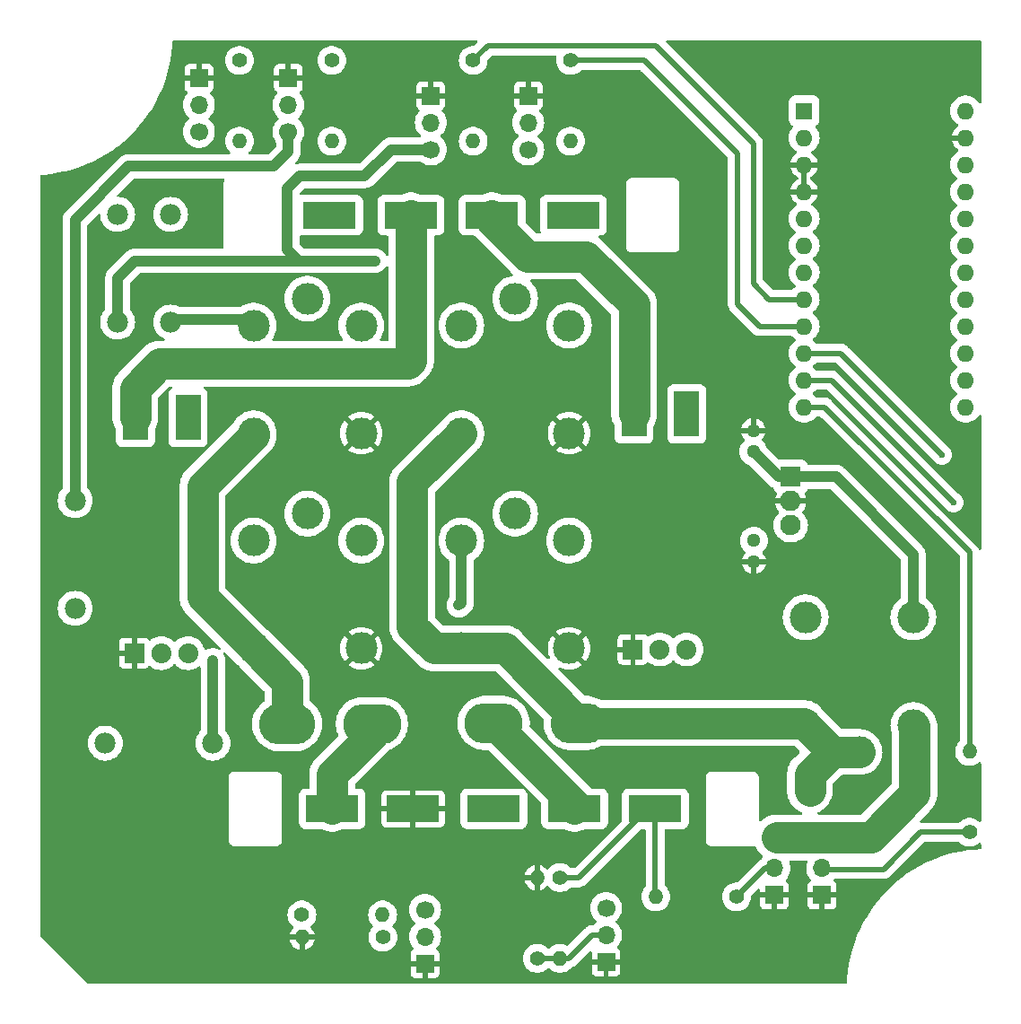
<source format=gbr>
%TF.GenerationSoftware,KiCad,Pcbnew,8.0.1*%
%TF.CreationDate,2024-05-08T21:45:22-04:00*%
%TF.ProjectId,Headlight Controller 1_1,48656164-6c69-4676-9874-20436f6e7472,1.1*%
%TF.SameCoordinates,Original*%
%TF.FileFunction,Copper,L2,Bot*%
%TF.FilePolarity,Positive*%
%FSLAX46Y46*%
G04 Gerber Fmt 4.6, Leading zero omitted, Abs format (unit mm)*
G04 Created by KiCad (PCBNEW 8.0.1) date 2024-05-08 21:45:22*
%MOMM*%
%LPD*%
G01*
G04 APERTURE LIST*
%TA.AperFunction,ComponentPad*%
%ADD10O,1.981200X1.981200*%
%TD*%
%TA.AperFunction,ComponentPad*%
%ADD11R,5.000000X2.500000*%
%TD*%
%TA.AperFunction,ComponentPad*%
%ADD12C,1.400000*%
%TD*%
%TA.AperFunction,ComponentPad*%
%ADD13O,1.400000X1.400000*%
%TD*%
%TA.AperFunction,ComponentPad*%
%ADD14R,1.700000X1.700000*%
%TD*%
%TA.AperFunction,ComponentPad*%
%ADD15O,1.700000X1.700000*%
%TD*%
%TA.AperFunction,ComponentPad*%
%ADD16C,1.700000*%
%TD*%
%TA.AperFunction,ComponentPad*%
%ADD17C,3.000000*%
%TD*%
%TA.AperFunction,ComponentPad*%
%ADD18R,1.930400X1.930400*%
%TD*%
%TA.AperFunction,ComponentPad*%
%ADD19O,1.930400X1.930400*%
%TD*%
%TA.AperFunction,ComponentPad*%
%ADD20C,1.930400*%
%TD*%
%TA.AperFunction,ComponentPad*%
%ADD21R,2.380000X4.285000*%
%TD*%
%TA.AperFunction,ComponentPad*%
%ADD22O,1.879600X1.879600*%
%TD*%
%TA.AperFunction,ComponentPad*%
%ADD23R,1.879600X1.879600*%
%TD*%
%TA.AperFunction,ComponentPad*%
%ADD24O,5.500000X3.800000*%
%TD*%
%TA.AperFunction,ComponentPad*%
%ADD25O,5.300000X3.800000*%
%TD*%
%TA.AperFunction,ComponentPad*%
%ADD26O,1.600000X1.600000*%
%TD*%
%TA.AperFunction,ComponentPad*%
%ADD27R,1.600000X1.600000*%
%TD*%
%TA.AperFunction,ComponentPad*%
%ADD28O,1.300000X1.300000*%
%TD*%
%TA.AperFunction,ViaPad*%
%ADD29C,0.600000*%
%TD*%
%TA.AperFunction,Conductor*%
%ADD30C,0.500000*%
%TD*%
%TA.AperFunction,Conductor*%
%ADD31C,1.000000*%
%TD*%
%TA.AperFunction,Conductor*%
%ADD32C,3.000000*%
%TD*%
%TA.AperFunction,Conductor*%
%ADD33C,0.200000*%
%TD*%
G04 APERTURE END LIST*
D10*
%TO.P,CR1,A,A*%
%TO.N,Net-(Q3-C)*%
X53000000Y-79380000D03*
%TO.P,CR1,C,K*%
%TO.N,/+5V*%
X53000000Y-69220000D03*
%TD*%
D11*
%TO.P,J2,A,A*%
%TO.N,/C2-A*%
X68000000Y-69300000D03*
%TO.P,J2,B,B*%
%TO.N,/C2-B*%
X75666666Y-69300000D03*
%TO.P,J2,C,C*%
%TO.N,/C2-C*%
X83333332Y-69300000D03*
%TO.P,J2,D,D*%
%TO.N,/C2-D*%
X91000000Y-69300000D03*
%TD*%
D12*
%TO.P,R7,1*%
%TO.N,/DG5*%
X81554945Y-54690000D03*
D13*
%TO.P,R7,2*%
%TO.N,Net-(Q5-B)*%
X81554945Y-62310000D03*
%TD*%
D10*
%TO.P,CR3,A,A*%
%TO.N,Net-(Q5-C)*%
X48000000Y-79380000D03*
%TO.P,CR3,C,K*%
%TO.N,/+5V*%
X48000000Y-69220000D03*
%TD*%
D14*
%TO.P,Q1,1,E*%
%TO.N,GND*%
X94100000Y-139740000D03*
D15*
%TO.P,Q1,2,B*%
%TO.N,Net-(Q1-B)*%
X94100000Y-137200000D03*
D16*
%TO.P,Q1,3,C*%
%TO.N,/DG8*%
X94100000Y-134660000D03*
%TD*%
D17*
%TO.P,K2,1,1*%
%TO.N,/U2 IN+*%
X65920000Y-97465000D03*
%TO.P,K2,2,2*%
%TO.N,/+5V*%
X71000000Y-100005000D03*
%TO.P,K2,3,3*%
%TO.N,GND*%
X71000000Y-110165000D03*
%TO.P,K2,4,4*%
%TO.N,/12V-1 Fused*%
X60840000Y-110165000D03*
%TO.P,K2,5,5*%
%TO.N,Net-(Q4-C)*%
X60840000Y-100005000D03*
%TD*%
D12*
%TO.P,R4,1*%
%TO.N,Net-(Q2-B)*%
X73030000Y-137400000D03*
D13*
%TO.P,R4,2*%
%TO.N,GND*%
X65410000Y-137400000D03*
%TD*%
D12*
%TO.P,R5,1*%
%TO.N,/DG3*%
X59500000Y-54688809D03*
D13*
%TO.P,R5,2*%
%TO.N,Net-(Q3-B)*%
X59500000Y-62308809D03*
%TD*%
D18*
%TO.P,U1,1,IN*%
%TO.N,/VI*%
X111525900Y-93977500D03*
D19*
%TO.P,U1,2,GND*%
%TO.N,GND*%
X111525900Y-96263500D03*
D20*
%TO.P,U1,3,OUT*%
%TO.N,/+5V*%
X111525900Y-98549500D03*
%TD*%
D21*
%TO.P,U3,1,IN+*%
%TO.N,/U3 IN+*%
X101713000Y-88032000D03*
%TO.P,U3,2,IN-*%
%TO.N,/C2-C*%
X96734600Y-88032000D03*
D22*
%TO.P,U3,3,VCC*%
%TO.N,/+5V*%
X101713000Y-110257000D03*
%TO.P,U3,4,OUT*%
%TO.N,/A1*%
X99173000Y-110257000D03*
D23*
%TO.P,U3,5,GND*%
%TO.N,GND*%
X96633000Y-110257000D03*
%TD*%
D12*
%TO.P,R3,1*%
%TO.N,/Close Lamps*%
X65390000Y-135300000D03*
D13*
%TO.P,R3,2*%
%TO.N,Net-(Q2-B)*%
X73010000Y-135300000D03*
%TD*%
D11*
%TO.P,J1,A,Pin_A*%
%TO.N,/Open Lamps*%
X98750000Y-125300000D03*
%TO.P,J1,B,Pin_B*%
%TO.N,/12V-2*%
X91125000Y-125300000D03*
%TO.P,J1,C,Pin_C*%
%TO.N,/Close Lamps*%
X83500000Y-125300000D03*
%TO.P,J1,D,Pin_D*%
%TO.N,GND*%
X75875000Y-125300000D03*
%TO.P,J1,E,Pin_E*%
%TO.N,/12V-1*%
X68250000Y-125300000D03*
%TD*%
D24*
%TO.P,F2,1*%
%TO.N,/12V-2*%
X83500000Y-117200000D03*
D25*
%TO.P,F2,2*%
%TO.N,/12V-2 Fused*%
X91500000Y-117200000D03*
%TD*%
D12*
%TO.P,R9,1*%
%TO.N,Net-(Q7-B)*%
X128400000Y-127510000D03*
D13*
%TO.P,R9,2*%
%TO.N,/DG9*%
X128400000Y-119890000D03*
%TD*%
D26*
%TO.P,A1,24,RAW*%
%TO.N,unconnected-(A1-RAW-Pad24)*%
X128030000Y-59460000D03*
%TO.P,A1,23,GND*%
%TO.N,GND*%
X128030000Y-62000000D03*
%TO.P,A1,22,RST*%
%TO.N,unconnected-(A1-RST-Pad22)*%
X128030000Y-64540000D03*
%TO.P,A1,21,VCC*%
%TO.N,/+5V*%
X128030000Y-67080000D03*
%TO.P,A1,20,D21/A3*%
%TO.N,unconnected-(A1-D21{slash}A3-Pad20)*%
X128030000Y-69620000D03*
%TO.P,A1,19,D20/A2*%
%TO.N,unconnected-(A1-D20{slash}A2-Pad19)*%
X128030000Y-72160000D03*
%TO.P,A1,18,D19/A1*%
%TO.N,/A1*%
X128030000Y-74700000D03*
%TO.P,A1,17,D18/A0*%
%TO.N,/A0*%
X128030000Y-77240000D03*
%TO.P,A1,16,D15*%
%TO.N,unconnected-(A1-D15-Pad16)*%
X128030000Y-79780000D03*
%TO.P,A1,15,D14*%
%TO.N,unconnected-(A1-D14-Pad15)*%
X128030000Y-82320000D03*
%TO.P,A1,14,D16*%
%TO.N,unconnected-(A1-D16-Pad14)*%
X128030000Y-84860000D03*
%TO.P,A1,13,~D10/A10*%
%TO.N,unconnected-(A1-~D10{slash}A10-Pad13)*%
X128030000Y-87400000D03*
%TO.P,A1,12,~D9/A9*%
%TO.N,/DG9*%
X112790000Y-87400000D03*
%TO.P,A1,11,D8/A8*%
%TO.N,/DG8*%
X112790000Y-84860000D03*
%TO.P,A1,10,D7*%
%TO.N,/DG7*%
X112790000Y-82320000D03*
%TO.P,A1,9,~D6/A7*%
%TO.N,/DG6*%
X112790000Y-79780000D03*
%TO.P,A1,8,~D5*%
%TO.N,/DG5*%
X112790000Y-77240000D03*
%TO.P,A1,7,D4/A6*%
%TO.N,/DG4*%
X112790000Y-74700000D03*
%TO.P,A1,6,~D3*%
%TO.N,/DG3*%
X112790000Y-72160000D03*
%TO.P,A1,5,D2*%
%TO.N,unconnected-(A1-D2-Pad5)*%
X112790000Y-69620000D03*
%TO.P,A1,4,GND*%
%TO.N,GND*%
X112790000Y-67080000D03*
%TO.P,A1,3,GND*%
X112790000Y-64540000D03*
%TO.P,A1,2,D0/RX*%
%TO.N,unconnected-(A1-D0{slash}RX-Pad2)*%
X112790000Y-62000000D03*
D27*
%TO.P,A1,1,D1/TX*%
%TO.N,unconnected-(A1-D1{slash}TX-Pad1)*%
X112790000Y-59460000D03*
%TD*%
D28*
%TO.P,C1,1*%
%TO.N,/VI*%
X108000000Y-91600000D03*
%TO.P,C1,2*%
%TO.N,GND*%
X108000000Y-89600000D03*
%TD*%
D14*
%TO.P,Q3,1,E*%
%TO.N,GND*%
X55670000Y-56360000D03*
D15*
%TO.P,Q3,2,B*%
%TO.N,Net-(Q3-B)*%
X55670000Y-58900000D03*
D16*
%TO.P,Q3,3,C*%
%TO.N,Net-(Q3-C)*%
X55670000Y-61440000D03*
%TD*%
D28*
%TO.P,C2,1*%
%TO.N,/+5V*%
X108048133Y-100000000D03*
%TO.P,C2,2*%
%TO.N,GND*%
X108048133Y-102000000D03*
%TD*%
D24*
%TO.P,F1,1*%
%TO.N,/12V-1*%
X72000000Y-117300000D03*
D25*
%TO.P,F1,2*%
%TO.N,/12V-1 Fused*%
X64000000Y-117300000D03*
%TD*%
D14*
%TO.P,Q4,1,E*%
%TO.N,GND*%
X64119890Y-56360000D03*
D15*
%TO.P,Q4,2,B*%
%TO.N,Net-(Q4-B)*%
X64119890Y-58900000D03*
D16*
%TO.P,Q4,3,C*%
%TO.N,Net-(Q4-C)*%
X64119890Y-61440000D03*
%TD*%
D12*
%TO.P,R8,1*%
%TO.N,/DG6*%
X90745055Y-54690000D03*
D13*
%TO.P,R8,2*%
%TO.N,Net-(Q6-B)*%
X90745055Y-62310000D03*
%TD*%
D17*
%TO.P,K1,1,1*%
%TO.N,/C2-A*%
X65920000Y-77170000D03*
%TO.P,K1,2,2*%
%TO.N,/+5V*%
X71000000Y-79710000D03*
%TO.P,K1,3,3*%
%TO.N,GND*%
X71000000Y-89870000D03*
%TO.P,K1,4,4*%
%TO.N,/12V-1 Fused*%
X60840000Y-89870000D03*
%TO.P,K1,5,5*%
%TO.N,Net-(Q3-C)*%
X60840000Y-79710000D03*
%TD*%
D14*
%TO.P,Q7,1,E*%
%TO.N,GND*%
X114490110Y-133440000D03*
D15*
%TO.P,Q7,2,B*%
%TO.N,Net-(Q7-B)*%
X114490110Y-130900000D03*
D16*
%TO.P,Q7,3,C*%
%TO.N,Net-(Q7-C)*%
X114490110Y-128360000D03*
%TD*%
D17*
%TO.P,K3,5,5*%
%TO.N,Net-(Q5-C)*%
X80440000Y-79705000D03*
%TO.P,K3,4,4*%
%TO.N,/12V-2 Fused*%
X80440000Y-89865000D03*
%TO.P,K3,3,3*%
%TO.N,GND*%
X90600000Y-89865000D03*
%TO.P,K3,2,2*%
%TO.N,/+5V*%
X90600000Y-79705000D03*
%TO.P,K3,1,1*%
%TO.N,/C2-D*%
X85520000Y-77165000D03*
%TD*%
D14*
%TO.P,Q6,1,E*%
%TO.N,GND*%
X86754945Y-58020000D03*
D15*
%TO.P,Q6,2,B*%
%TO.N,Net-(Q6-B)*%
X86754945Y-60560000D03*
D16*
%TO.P,Q6,3,C*%
%TO.N,Net-(Q6-C)*%
X86754945Y-63100000D03*
%TD*%
D14*
%TO.P,Q2,1,E*%
%TO.N,GND*%
X77010000Y-139900000D03*
D15*
%TO.P,Q2,2,B*%
%TO.N,Net-(Q2-B)*%
X77010000Y-137360000D03*
D16*
%TO.P,Q2,3,C*%
%TO.N,/DG7*%
X77010000Y-134820000D03*
%TD*%
D21*
%TO.P,U2,1,IN+*%
%TO.N,/U2 IN+*%
X54650000Y-88383000D03*
%TO.P,U2,2,IN-*%
%TO.N,/C2-B*%
X49671600Y-88383000D03*
D22*
%TO.P,U2,3,VCC*%
%TO.N,/+5V*%
X54650000Y-110608000D03*
%TO.P,U2,4,OUT*%
%TO.N,/A0*%
X52110000Y-110608000D03*
D23*
%TO.P,U2,5,GND*%
%TO.N,GND*%
X49570000Y-110608000D03*
%TD*%
D12*
%TO.P,R6,1*%
%TO.N,/DG4*%
X68210000Y-54688809D03*
D13*
%TO.P,R6,2*%
%TO.N,Net-(Q4-B)*%
X68210000Y-62308809D03*
%TD*%
D10*
%TO.P,CR4,A,A*%
%TO.N,Net-(Q6-C)*%
X57000000Y-119100000D03*
%TO.P,CR4,C,K*%
%TO.N,/+5V*%
X46840000Y-119100000D03*
%TD*%
D14*
%TO.P,Q8,1,E*%
%TO.N,GND*%
X109990110Y-133440000D03*
D15*
%TO.P,Q8,2,B*%
%TO.N,Net-(Q8-B)*%
X109990110Y-130900000D03*
D16*
%TO.P,Q8,3,C*%
%TO.N,Net-(Q7-C)*%
X109990110Y-128360000D03*
%TD*%
D17*
%TO.P,K5,1,1*%
%TO.N,/12V-2 Fused*%
X118015000Y-119935000D03*
%TO.P,K5,2,2*%
X112935000Y-117395000D03*
%TO.P,K5,3,3*%
%TO.N,unconnected-(K5-Pad3)*%
X112935000Y-107235000D03*
%TO.P,K5,4,4*%
%TO.N,/VI*%
X123095000Y-107235000D03*
%TO.P,K5,5,5*%
%TO.N,Net-(Q7-C)*%
X123095000Y-117395000D03*
%TD*%
D12*
%TO.P,R1,1*%
%TO.N,/Open Lamps*%
X89750000Y-131790000D03*
D13*
%TO.P,R1,2*%
%TO.N,Net-(Q1-B)*%
X89750000Y-139410000D03*
%TD*%
D14*
%TO.P,Q5,1,E*%
%TO.N,GND*%
X77554945Y-58020000D03*
D15*
%TO.P,Q5,2,B*%
%TO.N,Net-(Q5-B)*%
X77554945Y-60560000D03*
D16*
%TO.P,Q5,3,C*%
%TO.N,Net-(Q5-C)*%
X77554945Y-63100000D03*
%TD*%
D10*
%TO.P,CR5,A,A*%
%TO.N,Net-(Q7-C)*%
X123480000Y-123600000D03*
%TO.P,CR5,C,K*%
%TO.N,/12V-2 Fused*%
X113320000Y-123600000D03*
%TD*%
D12*
%TO.P,R2,1*%
%TO.N,Net-(Q1-B)*%
X87600000Y-139410000D03*
D13*
%TO.P,R2,2*%
%TO.N,GND*%
X87600000Y-131790000D03*
%TD*%
D17*
%TO.P,K4,1,1*%
%TO.N,/U3 IN+*%
X85520000Y-97460000D03*
%TO.P,K4,2,2*%
%TO.N,/+5V*%
X90600000Y-100000000D03*
%TO.P,K4,3,3*%
%TO.N,GND*%
X90600000Y-110160000D03*
%TO.P,K4,4,4*%
%TO.N,/12V-2 Fused*%
X80440000Y-110160000D03*
%TO.P,K4,5,5*%
%TO.N,Net-(Q6-C)*%
X80440000Y-100000000D03*
%TD*%
D12*
%TO.P,R10,1*%
%TO.N,Net-(Q8-B)*%
X106410000Y-133600000D03*
D13*
%TO.P,R10,2*%
%TO.N,/Open Lamps*%
X98790000Y-133600000D03*
%TD*%
D10*
%TO.P,CR2,A,A*%
%TO.N,Net-(Q4-C)*%
X44000000Y-96220000D03*
%TO.P,CR2,C,K*%
%TO.N,/+5V*%
X44000000Y-106380000D03*
%TD*%
D29*
%TO.N,/DG7*%
X125800000Y-91900000D03*
%TO.N,/DG8*%
X126900000Y-96400000D03*
%TO.N,GND*%
X105500000Y-103800000D03*
%TO.N,Net-(Q5-C)*%
X72300000Y-73600000D03*
%TO.N,Net-(Q6-C)*%
X57000000Y-111300000D03*
X80200000Y-106100000D03*
%TD*%
D30*
%TO.N,/DG9*%
X128400000Y-119890000D02*
X128400000Y-101100000D01*
X128400000Y-101100000D02*
X114700000Y-87400000D01*
X114700000Y-87400000D02*
X112790000Y-87400000D01*
%TO.N,/DG7*%
X116220000Y-82320000D02*
X112790000Y-82320000D01*
X125800000Y-91900000D02*
X116220000Y-82320000D01*
%TO.N,/DG8*%
X115360000Y-84860000D02*
X112790000Y-84860000D01*
X126900000Y-96400000D02*
X115360000Y-84860000D01*
%TO.N,/DG5*%
X108000000Y-75750000D02*
X109490000Y-77240000D01*
X81554945Y-54690000D02*
X82944945Y-53300000D01*
X109490000Y-77240000D02*
X112790000Y-77240000D01*
X108000000Y-62500000D02*
X108000000Y-75750000D01*
X82944945Y-53300000D02*
X98800000Y-53300000D01*
X98800000Y-53300000D02*
X108000000Y-62500000D01*
%TO.N,/DG6*%
X106500000Y-77700000D02*
X108580000Y-79780000D01*
X108580000Y-79780000D02*
X112790000Y-79780000D01*
X97700000Y-54700000D02*
X106500000Y-63500000D01*
X90755055Y-54700000D02*
X97700000Y-54700000D01*
X106500000Y-63500000D02*
X106500000Y-77700000D01*
X90745055Y-54690000D02*
X90755055Y-54700000D01*
D31*
%TO.N,/VI*%
X110377500Y-93977500D02*
X108000000Y-91600000D01*
X123095000Y-107235000D02*
X123095000Y-101295000D01*
X115777500Y-93977500D02*
X111525900Y-93977500D01*
X111525900Y-93977500D02*
X110377500Y-93977500D01*
X123095000Y-101295000D02*
X115777500Y-93977500D01*
%TO.N,Net-(Q3-C)*%
X60235000Y-79105000D02*
X53275000Y-79105000D01*
X53275000Y-79105000D02*
X53000000Y-79380000D01*
X60840000Y-79710000D02*
X60235000Y-79105000D01*
%TO.N,Net-(Q4-C)*%
X64119890Y-61440000D02*
X64119890Y-63290110D01*
X62710000Y-64700000D02*
X49000000Y-64700000D01*
X64119890Y-63290110D02*
X62710000Y-64700000D01*
X49000000Y-64700000D02*
X44000000Y-69700000D01*
X44000000Y-69700000D02*
X44000000Y-96220000D01*
%TO.N,Net-(Q5-C)*%
X64000000Y-72500000D02*
X65100000Y-73600000D01*
X65100000Y-73600000D02*
X49600000Y-73600000D01*
X48000000Y-75200000D02*
X48000000Y-79380000D01*
X64000000Y-66800000D02*
X64000000Y-72500000D01*
X65200000Y-65600000D02*
X64000000Y-66800000D01*
X72300000Y-73600000D02*
X65100000Y-73600000D01*
X49600000Y-73600000D02*
X48000000Y-75200000D01*
X77454945Y-63100000D02*
X73800000Y-63100000D01*
X71300000Y-65600000D02*
X65200000Y-65600000D01*
X73800000Y-63100000D02*
X71300000Y-65600000D01*
%TO.N,Net-(Q6-C)*%
X57000000Y-111300000D02*
X57000000Y-119100000D01*
X80440000Y-105860000D02*
X80440000Y-100000000D01*
X80200000Y-106100000D02*
X80440000Y-105860000D01*
D32*
%TO.N,/12V-1*%
X72000000Y-117300000D02*
X72000000Y-118300000D01*
X72000000Y-118300000D02*
X68250000Y-122050000D01*
X68250000Y-122050000D02*
X68250000Y-125300000D01*
%TO.N,Net-(Q7-C)*%
X123200000Y-117500000D02*
X123095000Y-117395000D01*
X123200000Y-123320000D02*
X123200000Y-123880000D01*
X123200000Y-123880000D02*
X119080000Y-128000000D01*
X123200000Y-123320000D02*
X123200000Y-117500000D01*
X119080000Y-128000000D02*
X110200000Y-128000000D01*
D30*
%TO.N,/Open Lamps*%
X91510000Y-131790000D02*
X89750000Y-131790000D01*
X98750000Y-133560000D02*
X98790000Y-133600000D01*
X98750000Y-125300000D02*
X98000000Y-125300000D01*
X98000000Y-125300000D02*
X91510000Y-131790000D01*
X98750000Y-125300000D02*
X98750000Y-133560000D01*
D32*
%TO.N,/12V-2*%
X91125000Y-124825000D02*
X91125000Y-125300000D01*
X83500000Y-117200000D02*
X91125000Y-124825000D01*
D30*
%TO.N,Net-(Q1-B)*%
X89750000Y-139410000D02*
X90590000Y-139410000D01*
X87600000Y-139410000D02*
X89750000Y-139410000D01*
X92800000Y-137200000D02*
X94100000Y-137200000D01*
X90590000Y-139410000D02*
X92800000Y-137200000D01*
D32*
%TO.N,/12V-2 Fused*%
X77860000Y-110160000D02*
X75800000Y-108100000D01*
X80440000Y-110160000D02*
X77860000Y-110160000D01*
X112935000Y-117395000D02*
X115475000Y-119935000D01*
X91600000Y-117200000D02*
X84560000Y-110160000D01*
X75800000Y-108100000D02*
X75800000Y-94500000D01*
X84560000Y-110160000D02*
X80440000Y-110160000D01*
X112740000Y-117200000D02*
X91600000Y-117200000D01*
X80435000Y-89865000D02*
X80440000Y-89865000D01*
D33*
X112740000Y-117200000D02*
X112935000Y-117395000D01*
D32*
X75800000Y-94500000D02*
X80435000Y-89865000D01*
X113320000Y-122090000D02*
X113320000Y-123600000D01*
X115475000Y-119935000D02*
X113320000Y-122090000D01*
X115475000Y-119935000D02*
X118015000Y-119935000D01*
D30*
%TO.N,Net-(Q7-B)*%
X120300000Y-131000000D02*
X123790000Y-127510000D01*
X123790000Y-127510000D02*
X128400000Y-127510000D01*
X114590110Y-131000000D02*
X120300000Y-131000000D01*
X114490110Y-130900000D02*
X114590110Y-131000000D01*
%TO.N,Net-(Q8-B)*%
X109990110Y-130900000D02*
X109110000Y-130900000D01*
X109110000Y-130900000D02*
X106410000Y-133600000D01*
D32*
%TO.N,/12V-1 Fused*%
X60840000Y-89870000D02*
X60840000Y-90060000D01*
X56000000Y-105325000D02*
X60840000Y-110165000D01*
X60840000Y-110165000D02*
X60865000Y-110165000D01*
X56000000Y-94900000D02*
X56000000Y-105325000D01*
X60865000Y-110165000D02*
X64000000Y-113300000D01*
X60840000Y-90060000D02*
X56000000Y-94900000D01*
X64000000Y-113300000D02*
X64000000Y-117300000D01*
%TO.N,/C2-C*%
X96734600Y-88032000D02*
X96734600Y-77734600D01*
X83333332Y-69816666D02*
X83333332Y-69300000D01*
X92200000Y-73200000D02*
X86716666Y-73200000D01*
X96734600Y-77734600D02*
X92200000Y-73200000D01*
X86716666Y-73200000D02*
X83333332Y-69816666D01*
%TO.N,/C2-B*%
X49671600Y-88383000D02*
X49671600Y-85628400D01*
X52000000Y-83300000D02*
X75400000Y-83300000D01*
X75400000Y-83300000D02*
X75700000Y-83000000D01*
X49671600Y-85628400D02*
X52000000Y-83300000D01*
X75700000Y-69333334D02*
X75666666Y-69300000D01*
X75700000Y-83000000D02*
X75700000Y-69333334D01*
%TD*%
%TA.AperFunction,Conductor*%
%TO.N,GND*%
G36*
X81931128Y-52820185D02*
G01*
X81976883Y-52872989D01*
X81986827Y-52942147D01*
X81957802Y-53005703D01*
X81951770Y-53012181D01*
X81666070Y-53297881D01*
X81604747Y-53331366D01*
X81578389Y-53334200D01*
X81442600Y-53334200D01*
X81220972Y-53371182D01*
X81008467Y-53444136D01*
X81008453Y-53444142D01*
X80810856Y-53551075D01*
X80810847Y-53551081D01*
X80633545Y-53689081D01*
X80633541Y-53689084D01*
X80481358Y-53854398D01*
X80358467Y-54042499D01*
X80268211Y-54248263D01*
X80213052Y-54466081D01*
X80194498Y-54689994D01*
X80194498Y-54690005D01*
X80213052Y-54913918D01*
X80268211Y-55131736D01*
X80358467Y-55337500D01*
X80481358Y-55525601D01*
X80481361Y-55525604D01*
X80632444Y-55689724D01*
X80633541Y-55690915D01*
X80633545Y-55690918D01*
X80809317Y-55827727D01*
X80810851Y-55828921D01*
X80810853Y-55828922D01*
X80810856Y-55828924D01*
X80905017Y-55879881D01*
X81008460Y-55935861D01*
X81220975Y-56008818D01*
X81442600Y-56045800D01*
X81667290Y-56045800D01*
X81888915Y-56008818D01*
X82101430Y-55935861D01*
X82299039Y-55828921D01*
X82476351Y-55690913D01*
X82628529Y-55525604D01*
X82751422Y-55337501D01*
X82841679Y-55131736D01*
X82896837Y-54913922D01*
X82905083Y-54814401D01*
X82915392Y-54690005D01*
X82915392Y-54690001D01*
X82915392Y-54690000D01*
X82914058Y-54673907D01*
X82928137Y-54605473D01*
X82949947Y-54575991D01*
X83283822Y-54242116D01*
X83345143Y-54208634D01*
X83371501Y-54205800D01*
X89309759Y-54205800D01*
X89376798Y-54225485D01*
X89422553Y-54278289D01*
X89432497Y-54347447D01*
X89429965Y-54360240D01*
X89403162Y-54466081D01*
X89384608Y-54689994D01*
X89384608Y-54690005D01*
X89403162Y-54913918D01*
X89458321Y-55131736D01*
X89548577Y-55337500D01*
X89671468Y-55525601D01*
X89671471Y-55525604D01*
X89822554Y-55689724D01*
X89823651Y-55690915D01*
X89823655Y-55690918D01*
X89999427Y-55827727D01*
X90000961Y-55828921D01*
X90000963Y-55828922D01*
X90000966Y-55828924D01*
X90095127Y-55879881D01*
X90198570Y-55935861D01*
X90411085Y-56008818D01*
X90632710Y-56045800D01*
X90857400Y-56045800D01*
X91079025Y-56008818D01*
X91291540Y-55935861D01*
X91489149Y-55828921D01*
X91666461Y-55690913D01*
X91707975Y-55645815D01*
X91767861Y-55609827D01*
X91799204Y-55605800D01*
X97273444Y-55605800D01*
X97340483Y-55625485D01*
X97361125Y-55642119D01*
X105557881Y-63838875D01*
X105591366Y-63900198D01*
X105594200Y-63926556D01*
X105594200Y-77789218D01*
X105629007Y-77964205D01*
X105629009Y-77964213D01*
X105697289Y-78129056D01*
X105728414Y-78175638D01*
X105796417Y-78277412D01*
X105796418Y-78277413D01*
X105796419Y-78277414D01*
X105922586Y-78403581D01*
X105922587Y-78403581D01*
X105929654Y-78410648D01*
X105929653Y-78410648D01*
X105929657Y-78410651D01*
X108002582Y-80483578D01*
X108002586Y-80483581D01*
X108150943Y-80582711D01*
X108233364Y-80616850D01*
X108315787Y-80650991D01*
X108490781Y-80685799D01*
X108490785Y-80685800D01*
X108490786Y-80685800D01*
X111590726Y-80685800D01*
X111657765Y-80705485D01*
X111681953Y-80725814D01*
X111800635Y-80854737D01*
X111890721Y-80924855D01*
X111925786Y-80952147D01*
X111966599Y-81008858D01*
X111970272Y-81078631D01*
X111935641Y-81139314D01*
X111925786Y-81147853D01*
X111800636Y-81245261D01*
X111800631Y-81245266D01*
X111637238Y-81422756D01*
X111637230Y-81422767D01*
X111505274Y-81624739D01*
X111408361Y-81845683D01*
X111349134Y-82079561D01*
X111349132Y-82079569D01*
X111329211Y-82319994D01*
X111329211Y-82320005D01*
X111349132Y-82560430D01*
X111349134Y-82560438D01*
X111408361Y-82794316D01*
X111505274Y-83015260D01*
X111637230Y-83217232D01*
X111637238Y-83217243D01*
X111800631Y-83394733D01*
X111800636Y-83394738D01*
X111925786Y-83492147D01*
X111966599Y-83548858D01*
X111970272Y-83618631D01*
X111935641Y-83679314D01*
X111925786Y-83687853D01*
X111800636Y-83785261D01*
X111800631Y-83785266D01*
X111637238Y-83962756D01*
X111637230Y-83962767D01*
X111505274Y-84164739D01*
X111408361Y-84385683D01*
X111349134Y-84619561D01*
X111349132Y-84619569D01*
X111329211Y-84859994D01*
X111329211Y-84860005D01*
X111349132Y-85100430D01*
X111349134Y-85100438D01*
X111408361Y-85334317D01*
X111422784Y-85367198D01*
X111505274Y-85555260D01*
X111637230Y-85757232D01*
X111637238Y-85757243D01*
X111800631Y-85934733D01*
X111800636Y-85934738D01*
X111925786Y-86032147D01*
X111966599Y-86088858D01*
X111970272Y-86158631D01*
X111935641Y-86219314D01*
X111925786Y-86227853D01*
X111800636Y-86325261D01*
X111800631Y-86325266D01*
X111637238Y-86502756D01*
X111637230Y-86502767D01*
X111505274Y-86704739D01*
X111408361Y-86925683D01*
X111349134Y-87159561D01*
X111349132Y-87159569D01*
X111329211Y-87399994D01*
X111329211Y-87400005D01*
X111349132Y-87640430D01*
X111349134Y-87640438D01*
X111408361Y-87874317D01*
X111437879Y-87941612D01*
X111505274Y-88095260D01*
X111637230Y-88297232D01*
X111637238Y-88297243D01*
X111796347Y-88470079D01*
X111800635Y-88474737D01*
X111991024Y-88622924D01*
X111991026Y-88622925D01*
X111991029Y-88622927D01*
X112077503Y-88669724D01*
X112203208Y-88737752D01*
X112431398Y-88816089D01*
X112669369Y-88855800D01*
X112669370Y-88855800D01*
X112910630Y-88855800D01*
X112910631Y-88855800D01*
X113148602Y-88816089D01*
X113376792Y-88737752D01*
X113588976Y-88622924D01*
X113779365Y-88474737D01*
X113898045Y-88345816D01*
X113957931Y-88309826D01*
X113989274Y-88305800D01*
X114273444Y-88305800D01*
X114340483Y-88325485D01*
X114361125Y-88342119D01*
X127457881Y-101438875D01*
X127491366Y-101500198D01*
X127494200Y-101526556D01*
X127494200Y-118823749D01*
X127474515Y-118890788D01*
X127461430Y-118907732D01*
X127326413Y-119054398D01*
X127203522Y-119242499D01*
X127113266Y-119448263D01*
X127058107Y-119666081D01*
X127039553Y-119889994D01*
X127039553Y-119890005D01*
X127058107Y-120113918D01*
X127113266Y-120331736D01*
X127203522Y-120537500D01*
X127326413Y-120725601D01*
X127478596Y-120890915D01*
X127478600Y-120890918D01*
X127577599Y-120967972D01*
X127655906Y-121028921D01*
X127655908Y-121028922D01*
X127655911Y-121028924D01*
X127770787Y-121091091D01*
X127853515Y-121135861D01*
X128066030Y-121208818D01*
X128287655Y-121245800D01*
X128512345Y-121245800D01*
X128733970Y-121208818D01*
X128946485Y-121135861D01*
X129144094Y-121028921D01*
X129299339Y-120908087D01*
X129364331Y-120882446D01*
X129432871Y-120896012D01*
X129483196Y-120944480D01*
X129499500Y-121005942D01*
X129499500Y-126394057D01*
X129479815Y-126461096D01*
X129427011Y-126506851D01*
X129357853Y-126516795D01*
X129299338Y-126491910D01*
X129218630Y-126429093D01*
X129144094Y-126371079D01*
X129144091Y-126371077D01*
X129144088Y-126371075D01*
X128946491Y-126264142D01*
X128946488Y-126264141D01*
X128946485Y-126264139D01*
X128946479Y-126264137D01*
X128946477Y-126264136D01*
X128733972Y-126191182D01*
X128512345Y-126154200D01*
X128287655Y-126154200D01*
X128066027Y-126191182D01*
X127853522Y-126264136D01*
X127853508Y-126264142D01*
X127655911Y-126371075D01*
X127655902Y-126371081D01*
X127478600Y-126509081D01*
X127478596Y-126509084D01*
X127471498Y-126516795D01*
X127427873Y-126564183D01*
X127367987Y-126600174D01*
X127336645Y-126604200D01*
X123823922Y-126604200D01*
X123756883Y-126584515D01*
X123711128Y-126531711D01*
X123701184Y-126462553D01*
X123730209Y-126398997D01*
X123736241Y-126392519D01*
X124174532Y-125954228D01*
X124619086Y-125509673D01*
X124619104Y-125509658D01*
X124824289Y-125304473D01*
X124824294Y-125304468D01*
X124996329Y-125080268D01*
X125137627Y-124835532D01*
X125245772Y-124574446D01*
X125291571Y-124403522D01*
X125318914Y-124301479D01*
X125344078Y-124110339D01*
X125355800Y-124021299D01*
X125355800Y-123178701D01*
X125355800Y-117358701D01*
X125353803Y-117343535D01*
X125329176Y-117156466D01*
X125325107Y-117125560D01*
X125318914Y-117078521D01*
X125245772Y-116805554D01*
X125234575Y-116778522D01*
X125234574Y-116778519D01*
X125234574Y-116778518D01*
X125137632Y-116544479D01*
X125137625Y-116544464D01*
X124996329Y-116299732D01*
X124824295Y-116075533D01*
X124824290Y-116075527D01*
X124646906Y-115898144D01*
X124643964Y-115895101D01*
X124643951Y-115895087D01*
X124569886Y-115815783D01*
X124569877Y-115815776D01*
X124546163Y-115796483D01*
X124536734Y-115787973D01*
X124519465Y-115770704D01*
X124433092Y-115704428D01*
X124430323Y-115702240D01*
X124412962Y-115688116D01*
X124341112Y-115629661D01*
X124320545Y-115617154D01*
X124309490Y-115609584D01*
X124295271Y-115598673D01*
X124195349Y-115540983D01*
X124192922Y-115539544D01*
X124089126Y-115476425D01*
X124073007Y-115469423D01*
X124060425Y-115463084D01*
X124050532Y-115457373D01*
X124050529Y-115457371D01*
X124050526Y-115457370D01*
X124050522Y-115457368D01*
X123937905Y-115410721D01*
X123935991Y-115409909D01*
X123910756Y-115398947D01*
X123818623Y-115358928D01*
X123807963Y-115355941D01*
X123793993Y-115351110D01*
X123789465Y-115349235D01*
X123789454Y-115349231D01*
X123789446Y-115349228D01*
X123789435Y-115349225D01*
X123789432Y-115349224D01*
X123665422Y-115315994D01*
X123664064Y-115315622D01*
X123534630Y-115279357D01*
X123530129Y-115278739D01*
X123520483Y-115276792D01*
X123520466Y-115276879D01*
X123516481Y-115276086D01*
X123382772Y-115258483D01*
X123382073Y-115258389D01*
X123242462Y-115239200D01*
X123242461Y-115239200D01*
X122947539Y-115239200D01*
X122947537Y-115239200D01*
X122807925Y-115258389D01*
X122807226Y-115258483D01*
X122673522Y-115276085D01*
X122669547Y-115276876D01*
X122669529Y-115276790D01*
X122659871Y-115278739D01*
X122655369Y-115279358D01*
X122525958Y-115315616D01*
X122524600Y-115315988D01*
X122400553Y-115349228D01*
X122400550Y-115349229D01*
X122395998Y-115351114D01*
X122382036Y-115355941D01*
X122371383Y-115358926D01*
X122371375Y-115358929D01*
X122253990Y-115409915D01*
X122252044Y-115410740D01*
X122139472Y-115457370D01*
X122139467Y-115457373D01*
X122129574Y-115463084D01*
X122116994Y-115469422D01*
X122100867Y-115476428D01*
X122100864Y-115476430D01*
X121997076Y-115539544D01*
X121994650Y-115540982D01*
X121894737Y-115598668D01*
X121894728Y-115598674D01*
X121880509Y-115609584D01*
X121869458Y-115617151D01*
X121848894Y-115629656D01*
X121759669Y-115702245D01*
X121756902Y-115704431D01*
X121670541Y-115770698D01*
X121670537Y-115770702D01*
X121653258Y-115787980D01*
X121643839Y-115796480D01*
X121620117Y-115815779D01*
X121620112Y-115815784D01*
X121546047Y-115895087D01*
X121543107Y-115898129D01*
X121470712Y-115970525D01*
X121470703Y-115970535D01*
X121451873Y-115995074D01*
X121444127Y-116004217D01*
X121418820Y-116031315D01*
X121418808Y-116031330D01*
X121359969Y-116114684D01*
X121357042Y-116118660D01*
X121298673Y-116194728D01*
X121298672Y-116194730D01*
X121279955Y-116227148D01*
X121273877Y-116236649D01*
X121248735Y-116272269D01*
X121204790Y-116357080D01*
X121202081Y-116362030D01*
X121157374Y-116439465D01*
X121157372Y-116439469D01*
X121140563Y-116480049D01*
X121136103Y-116489637D01*
X121113055Y-116534120D01*
X121083234Y-116618027D01*
X121080956Y-116623950D01*
X121049231Y-116700543D01*
X121049226Y-116700559D01*
X121036173Y-116749270D01*
X121033241Y-116758695D01*
X121026196Y-116778519D01*
X121016589Y-116805554D01*
X121014294Y-116812011D01*
X121014293Y-116812014D01*
X120997495Y-116892842D01*
X120995864Y-116899702D01*
X120976087Y-116973513D01*
X120976087Y-116973514D01*
X120968654Y-117029966D01*
X120967122Y-117039003D01*
X120954289Y-117100764D01*
X120954288Y-117100771D01*
X120949096Y-117176668D01*
X120948324Y-117184387D01*
X120939200Y-117253699D01*
X120939200Y-117317124D01*
X120938911Y-117325586D01*
X120934163Y-117394999D01*
X120938911Y-117464412D01*
X120939200Y-117472874D01*
X120939200Y-117536300D01*
X120948324Y-117605613D01*
X120949096Y-117613332D01*
X120954288Y-117689231D01*
X120967122Y-117750994D01*
X120968654Y-117760033D01*
X120976085Y-117816477D01*
X120976087Y-117816483D01*
X120995865Y-117890301D01*
X120997496Y-117897161D01*
X121014292Y-117977983D01*
X121014294Y-117977991D01*
X121033242Y-118031305D01*
X121036175Y-118040733D01*
X121039974Y-118054910D01*
X121044200Y-118087006D01*
X121044200Y-122935677D01*
X121024515Y-123002716D01*
X121007881Y-123023358D01*
X118223358Y-125807881D01*
X118162035Y-125841366D01*
X118135677Y-125844200D01*
X114158790Y-125844200D01*
X114091751Y-125824515D01*
X114045996Y-125771711D01*
X114036052Y-125702553D01*
X114065077Y-125638997D01*
X114111337Y-125605639D01*
X114164597Y-125583577D01*
X114275532Y-125537627D01*
X114520268Y-125396329D01*
X114744468Y-125224294D01*
X114944294Y-125024468D01*
X115116329Y-124800268D01*
X115257627Y-124555532D01*
X115365772Y-124294446D01*
X115438914Y-124021478D01*
X115475800Y-123741299D01*
X115475800Y-123034323D01*
X115495485Y-122967284D01*
X115512119Y-122946642D01*
X116331642Y-122127119D01*
X116392965Y-122093634D01*
X116419323Y-122090800D01*
X118162462Y-122090800D01*
X118179556Y-122088450D01*
X118302335Y-122071573D01*
X118302494Y-122071552D01*
X118400883Y-122058599D01*
X118436472Y-122053915D01*
X118436475Y-122053914D01*
X118436478Y-122053914D01*
X118436480Y-122053913D01*
X118440459Y-122053122D01*
X118440476Y-122053211D01*
X118450158Y-122051255D01*
X118454635Y-122050641D01*
X118584148Y-122014352D01*
X118585398Y-122014009D01*
X118709446Y-121980772D01*
X118713969Y-121978898D01*
X118727977Y-121974054D01*
X118738609Y-121971075D01*
X118738608Y-121971075D01*
X118738620Y-121971072D01*
X118856149Y-121920021D01*
X118857779Y-121919329D01*
X118970532Y-121872627D01*
X118980410Y-121866923D01*
X118993007Y-121860575D01*
X119009126Y-121853575D01*
X119098048Y-121799500D01*
X119112918Y-121790457D01*
X119115299Y-121789044D01*
X119215268Y-121731329D01*
X119229490Y-121720414D01*
X119240549Y-121712843D01*
X119261105Y-121700343D01*
X119261112Y-121700339D01*
X119350342Y-121627742D01*
X119353030Y-121625618D01*
X119439468Y-121559294D01*
X119456756Y-121542004D01*
X119466152Y-121533525D01*
X119489886Y-121514217D01*
X119563964Y-121434896D01*
X119566879Y-121431882D01*
X119639294Y-121359468D01*
X119658129Y-121334920D01*
X119665867Y-121325786D01*
X119691186Y-121298678D01*
X119750033Y-121215309D01*
X119752935Y-121211369D01*
X119810872Y-121135863D01*
X119811329Y-121135268D01*
X119830058Y-121102826D01*
X119836119Y-121093352D01*
X119861261Y-121057736D01*
X119905209Y-120972916D01*
X119907916Y-120967972D01*
X119921480Y-120944480D01*
X119952627Y-120890532D01*
X119969445Y-120849927D01*
X119973900Y-120840350D01*
X119996944Y-120795880D01*
X120026775Y-120711941D01*
X120029042Y-120706048D01*
X120037373Y-120685936D01*
X120060772Y-120629446D01*
X120073828Y-120580718D01*
X120076756Y-120571308D01*
X120095707Y-120517987D01*
X120112509Y-120437126D01*
X120114129Y-120430310D01*
X120133914Y-120356478D01*
X120141347Y-120300011D01*
X120142871Y-120291014D01*
X120155711Y-120229234D01*
X120160902Y-120153329D01*
X120161672Y-120145630D01*
X120170800Y-120076299D01*
X120170800Y-120012874D01*
X120171089Y-120004412D01*
X120175837Y-119935000D01*
X120171089Y-119865586D01*
X120170800Y-119857124D01*
X120170800Y-119793701D01*
X120166820Y-119763471D01*
X120161672Y-119724371D01*
X120160902Y-119716659D01*
X120157442Y-119666081D01*
X120155711Y-119640766D01*
X120142872Y-119578989D01*
X120141347Y-119569987D01*
X120133914Y-119513522D01*
X120114132Y-119439700D01*
X120112503Y-119432843D01*
X120095707Y-119352013D01*
X120076751Y-119298677D01*
X120073829Y-119289285D01*
X120060772Y-119240554D01*
X120029040Y-119163946D01*
X120026771Y-119158046D01*
X119996944Y-119074120D01*
X119973900Y-119029647D01*
X119969436Y-119020050D01*
X119963505Y-119005732D01*
X119952627Y-118979468D01*
X119952625Y-118979464D01*
X119907926Y-118902043D01*
X119905215Y-118897091D01*
X119884614Y-118857335D01*
X119861261Y-118812264D01*
X119836122Y-118776651D01*
X119830057Y-118767171D01*
X119811329Y-118734732D01*
X119752951Y-118658652D01*
X119750024Y-118654676D01*
X119691182Y-118571317D01*
X119691181Y-118571316D01*
X119665877Y-118544223D01*
X119658128Y-118535078D01*
X119639294Y-118510532D01*
X119566877Y-118438115D01*
X119563964Y-118435101D01*
X119489886Y-118355783D01*
X119483070Y-118350238D01*
X119466168Y-118336487D01*
X119456739Y-118327977D01*
X119439466Y-118310704D01*
X119353080Y-118244418D01*
X119350311Y-118242230D01*
X119261108Y-118169658D01*
X119240549Y-118157156D01*
X119229492Y-118149585D01*
X119215275Y-118138676D01*
X119215272Y-118138674D01*
X119215268Y-118138671D01*
X119142133Y-118096446D01*
X119115341Y-118080978D01*
X119112914Y-118079539D01*
X119009126Y-118016425D01*
X118993007Y-118009423D01*
X118980425Y-118003084D01*
X118970532Y-117997373D01*
X118970529Y-117997371D01*
X118970526Y-117997370D01*
X118970522Y-117997368D01*
X118857905Y-117950721D01*
X118855991Y-117949909D01*
X118815267Y-117932220D01*
X118738623Y-117898928D01*
X118727963Y-117895941D01*
X118713993Y-117891110D01*
X118709465Y-117889235D01*
X118709454Y-117889231D01*
X118709446Y-117889228D01*
X118709435Y-117889225D01*
X118709432Y-117889224D01*
X118585432Y-117855997D01*
X118584073Y-117855625D01*
X118454645Y-117819361D01*
X118454631Y-117819358D01*
X118450126Y-117818739D01*
X118440480Y-117816791D01*
X118440463Y-117816879D01*
X118436475Y-117816085D01*
X118302773Y-117798483D01*
X118302075Y-117798389D01*
X118162463Y-117779200D01*
X118162461Y-117779200D01*
X118156299Y-117779200D01*
X116419324Y-117779200D01*
X116352285Y-117759515D01*
X116331643Y-117742881D01*
X114486920Y-115898159D01*
X114483978Y-115895116D01*
X114412612Y-115818702D01*
X114409886Y-115815783D01*
X114409884Y-115815781D01*
X114409879Y-115815776D01*
X114386161Y-115796481D01*
X114376735Y-115787974D01*
X114367419Y-115778658D01*
X114367391Y-115778628D01*
X114164473Y-115575710D01*
X114164466Y-115575704D01*
X113940267Y-115403670D01*
X113695535Y-115262374D01*
X113695525Y-115262370D01*
X113434450Y-115154229D01*
X113161474Y-115081085D01*
X112881309Y-115044201D01*
X112881304Y-115044200D01*
X112881299Y-115044200D01*
X112881292Y-115044200D01*
X93658634Y-115044200D01*
X93592662Y-115025194D01*
X93488231Y-114959575D01*
X93229614Y-114835032D01*
X93229606Y-114835029D01*
X92958662Y-114740221D01*
X92958650Y-114740217D01*
X92678790Y-114676341D01*
X92678774Y-114676339D01*
X92393535Y-114644200D01*
X92393531Y-114644200D01*
X92144324Y-114644200D01*
X92077285Y-114624515D01*
X92056643Y-114607881D01*
X90890061Y-113441299D01*
X89636832Y-112188070D01*
X89603348Y-112126749D01*
X89608332Y-112057057D01*
X89650204Y-112001124D01*
X89715668Y-111976707D01*
X89767847Y-111984209D01*
X90035102Y-112083889D01*
X90314637Y-112144699D01*
X90599999Y-112165109D01*
X90600001Y-112165109D01*
X90885362Y-112144699D01*
X91164895Y-112083890D01*
X91432958Y-111983908D01*
X91684047Y-111846803D01*
X91826561Y-111740116D01*
X91826562Y-111740115D01*
X90924025Y-110837578D01*
X90955258Y-110824641D01*
X91078097Y-110742563D01*
X91182563Y-110638097D01*
X91264641Y-110515258D01*
X91277578Y-110484025D01*
X92180115Y-111386562D01*
X92180116Y-111386561D01*
X92286356Y-111244644D01*
X95193200Y-111244644D01*
X95199601Y-111304172D01*
X95199603Y-111304179D01*
X95249845Y-111438886D01*
X95249849Y-111438893D01*
X95336009Y-111553987D01*
X95336012Y-111553990D01*
X95451106Y-111640150D01*
X95451113Y-111640154D01*
X95585820Y-111690396D01*
X95585827Y-111690398D01*
X95645355Y-111696799D01*
X95645372Y-111696800D01*
X96383000Y-111696800D01*
X96383000Y-110699251D01*
X96436919Y-110730381D01*
X96566120Y-110765000D01*
X96699880Y-110765000D01*
X96829081Y-110730381D01*
X96883000Y-110699251D01*
X96883000Y-111696800D01*
X97620628Y-111696800D01*
X97620644Y-111696799D01*
X97680172Y-111690398D01*
X97680179Y-111690396D01*
X97814886Y-111640154D01*
X97814893Y-111640150D01*
X97929986Y-111553991D01*
X97969591Y-111501086D01*
X98025525Y-111459215D01*
X98095216Y-111454231D01*
X98149389Y-111481106D01*
X98232230Y-111551859D01*
X98232232Y-111551860D01*
X98232233Y-111551861D01*
X98232234Y-111551862D01*
X98446373Y-111683086D01*
X98446376Y-111683088D01*
X98640536Y-111763511D01*
X98678408Y-111779198D01*
X98922621Y-111837829D01*
X99173000Y-111857534D01*
X99423379Y-111837829D01*
X99667592Y-111779198D01*
X99783609Y-111731142D01*
X99899623Y-111683088D01*
X99899624Y-111683087D01*
X99899627Y-111683086D01*
X100113770Y-111551859D01*
X100304748Y-111388748D01*
X100348711Y-111337273D01*
X100407216Y-111299082D01*
X100477084Y-111298582D01*
X100536130Y-111335936D01*
X100537212Y-111337184D01*
X100579384Y-111386561D01*
X100581252Y-111388748D01*
X100772232Y-111551861D01*
X100772234Y-111551862D01*
X100986373Y-111683086D01*
X100986376Y-111683088D01*
X101180536Y-111763511D01*
X101218408Y-111779198D01*
X101462621Y-111837829D01*
X101713000Y-111857534D01*
X101963379Y-111837829D01*
X102207592Y-111779198D01*
X102323609Y-111731142D01*
X102439623Y-111683088D01*
X102439624Y-111683087D01*
X102439627Y-111683086D01*
X102653770Y-111551859D01*
X102844748Y-111388748D01*
X103007859Y-111197770D01*
X103139086Y-110983627D01*
X103235198Y-110751592D01*
X103293829Y-110507379D01*
X103313534Y-110257000D01*
X103293829Y-110006621D01*
X103235198Y-109762408D01*
X103220705Y-109727419D01*
X103139088Y-109530376D01*
X103139086Y-109530373D01*
X103007862Y-109316234D01*
X103007861Y-109316232D01*
X102929812Y-109224849D01*
X102844748Y-109125252D01*
X102706839Y-109007466D01*
X102653767Y-108962138D01*
X102653765Y-108962137D01*
X102439626Y-108830913D01*
X102439623Y-108830911D01*
X102207596Y-108734803D01*
X102207592Y-108734802D01*
X101963379Y-108676171D01*
X101963377Y-108676170D01*
X101963374Y-108676170D01*
X101713000Y-108656466D01*
X101462625Y-108676170D01*
X101218403Y-108734803D01*
X100986376Y-108830911D01*
X100986373Y-108830913D01*
X100772234Y-108962137D01*
X100772232Y-108962138D01*
X100581251Y-109125252D01*
X100537289Y-109176725D01*
X100478782Y-109214917D01*
X100408914Y-109215415D01*
X100349868Y-109178061D01*
X100348711Y-109176725D01*
X100304748Y-109125252D01*
X100113767Y-108962138D01*
X100113765Y-108962137D01*
X99899626Y-108830913D01*
X99899623Y-108830911D01*
X99667596Y-108734803D01*
X99667592Y-108734802D01*
X99423379Y-108676171D01*
X99423377Y-108676170D01*
X99423374Y-108676170D01*
X99173000Y-108656466D01*
X98922625Y-108676170D01*
X98678403Y-108734803D01*
X98446376Y-108830911D01*
X98446373Y-108830913D01*
X98232234Y-108962137D01*
X98232233Y-108962138D01*
X98149389Y-109032893D01*
X98085627Y-109061463D01*
X98016541Y-109051025D01*
X97969592Y-109012913D01*
X97929990Y-108960012D01*
X97929987Y-108960009D01*
X97814893Y-108873849D01*
X97814886Y-108873845D01*
X97680179Y-108823603D01*
X97680172Y-108823601D01*
X97620644Y-108817200D01*
X96883000Y-108817200D01*
X96883000Y-109814748D01*
X96829081Y-109783619D01*
X96699880Y-109749000D01*
X96566120Y-109749000D01*
X96436919Y-109783619D01*
X96383000Y-109814748D01*
X96383000Y-108817200D01*
X95645355Y-108817200D01*
X95585827Y-108823601D01*
X95585820Y-108823603D01*
X95451113Y-108873845D01*
X95451106Y-108873849D01*
X95336012Y-108960009D01*
X95336009Y-108960012D01*
X95249849Y-109075106D01*
X95249845Y-109075113D01*
X95199603Y-109209820D01*
X95199601Y-109209827D01*
X95193200Y-109269355D01*
X95193200Y-110007000D01*
X96190749Y-110007000D01*
X96159619Y-110060919D01*
X96125000Y-110190120D01*
X96125000Y-110323880D01*
X96159619Y-110453081D01*
X96190749Y-110507000D01*
X95193200Y-110507000D01*
X95193200Y-111244644D01*
X92286356Y-111244644D01*
X92286803Y-111244047D01*
X92423908Y-110992958D01*
X92523890Y-110724895D01*
X92584699Y-110445362D01*
X92605109Y-110160001D01*
X92605109Y-110159998D01*
X92584699Y-109874637D01*
X92523890Y-109595104D01*
X92423908Y-109327041D01*
X92286808Y-109075961D01*
X92286807Y-109075960D01*
X92180115Y-108933436D01*
X91277577Y-109835973D01*
X91264641Y-109804742D01*
X91182563Y-109681903D01*
X91078097Y-109577437D01*
X90955258Y-109495359D01*
X90924024Y-109482421D01*
X91826562Y-108579883D01*
X91826561Y-108579882D01*
X91684046Y-108473196D01*
X91684038Y-108473191D01*
X91432957Y-108336091D01*
X91432958Y-108336091D01*
X91164895Y-108236109D01*
X90885362Y-108175300D01*
X90600001Y-108154891D01*
X90599999Y-108154891D01*
X90314637Y-108175300D01*
X90035104Y-108236109D01*
X89767041Y-108336091D01*
X89515961Y-108473191D01*
X89515953Y-108473196D01*
X89373437Y-108579882D01*
X89373436Y-108579883D01*
X90275975Y-109482421D01*
X90244742Y-109495359D01*
X90121903Y-109577437D01*
X90017437Y-109681903D01*
X89935359Y-109804742D01*
X89922421Y-109835975D01*
X89019882Y-108933436D01*
X88913196Y-109075953D01*
X88913191Y-109075961D01*
X88776091Y-109327041D01*
X88676109Y-109595104D01*
X88615300Y-109874637D01*
X88594891Y-110159998D01*
X88594891Y-110160001D01*
X88615300Y-110445362D01*
X88676110Y-110724897D01*
X88775790Y-110992152D01*
X88780774Y-111061843D01*
X88747289Y-111123166D01*
X88685966Y-111156651D01*
X88616274Y-111151667D01*
X88571927Y-111123166D01*
X86187419Y-108738658D01*
X86187391Y-108738628D01*
X85984473Y-108535710D01*
X85984466Y-108535704D01*
X85760267Y-108363670D01*
X85515535Y-108222374D01*
X85515525Y-108222370D01*
X85254450Y-108114229D01*
X85185971Y-108095880D01*
X84981475Y-108041085D01*
X84841388Y-108022643D01*
X84701308Y-108004201D01*
X84701305Y-108004200D01*
X84701299Y-108004200D01*
X84701292Y-108004200D01*
X78804323Y-108004200D01*
X78737284Y-107984515D01*
X78716642Y-107967881D01*
X77992119Y-107243358D01*
X77958634Y-107182035D01*
X77955800Y-107155677D01*
X77955800Y-100000000D01*
X78279163Y-100000000D01*
X78299288Y-100294234D01*
X78299289Y-100294236D01*
X78359289Y-100582975D01*
X78359294Y-100582992D01*
X78458055Y-100860878D01*
X78593739Y-101122737D01*
X78593743Y-101122743D01*
X78763811Y-101363675D01*
X78965117Y-101579220D01*
X79193878Y-101765331D01*
X79193880Y-101765333D01*
X79193882Y-101765334D01*
X79193888Y-101765339D01*
X79224629Y-101784033D01*
X79271679Y-101835680D01*
X79284200Y-101889979D01*
X79284200Y-105353836D01*
X79264515Y-105420875D01*
X79260519Y-105426720D01*
X79211472Y-105494228D01*
X79211471Y-105494230D01*
X79128878Y-105656327D01*
X79072660Y-105829349D01*
X79044200Y-106009036D01*
X79044200Y-106190964D01*
X79072660Y-106370651D01*
X79128878Y-106543673D01*
X79211472Y-106705771D01*
X79318405Y-106852953D01*
X79447047Y-106981595D01*
X79594229Y-107088528D01*
X79756327Y-107171122D01*
X79929349Y-107227340D01*
X80109036Y-107255800D01*
X80109037Y-107255800D01*
X80290963Y-107255800D01*
X80290964Y-107255800D01*
X80422288Y-107235000D01*
X110774163Y-107235000D01*
X110794288Y-107529234D01*
X110794289Y-107529236D01*
X110854289Y-107817975D01*
X110854294Y-107817992D01*
X110953055Y-108095878D01*
X111088739Y-108357737D01*
X111088743Y-108357743D01*
X111258811Y-108598675D01*
X111460117Y-108814220D01*
X111480636Y-108830913D01*
X111688888Y-109000339D01*
X111688890Y-109000340D01*
X111688891Y-109000341D01*
X111940875Y-109153576D01*
X111940880Y-109153578D01*
X112207427Y-109269355D01*
X112211380Y-109271072D01*
X112495365Y-109350641D01*
X112737288Y-109383893D01*
X112787538Y-109390800D01*
X112787539Y-109390800D01*
X113082462Y-109390800D01*
X113132712Y-109383893D01*
X113374635Y-109350641D01*
X113658620Y-109271072D01*
X113929126Y-109153575D01*
X114181112Y-109000339D01*
X114409886Y-108814217D01*
X114611186Y-108598678D01*
X114781261Y-108357736D01*
X114916944Y-108095880D01*
X115015707Y-107817987D01*
X115015708Y-107817980D01*
X115015710Y-107817975D01*
X115071857Y-107547779D01*
X115075711Y-107529234D01*
X115095837Y-107235000D01*
X115075711Y-106940766D01*
X115035958Y-106749466D01*
X115015710Y-106652024D01*
X115015705Y-106652007D01*
X114970662Y-106525268D01*
X114916944Y-106374120D01*
X114781261Y-106112264D01*
X114781260Y-106112262D01*
X114781256Y-106112256D01*
X114611188Y-105871324D01*
X114409882Y-105655779D01*
X114181108Y-105469658D01*
X113929124Y-105316423D01*
X113929119Y-105316421D01*
X113658624Y-105198929D01*
X113374640Y-105119360D01*
X113374636Y-105119359D01*
X113374635Y-105119359D01*
X113228548Y-105099279D01*
X113082462Y-105079200D01*
X113082461Y-105079200D01*
X112787539Y-105079200D01*
X112787538Y-105079200D01*
X112495365Y-105119359D01*
X112495359Y-105119360D01*
X112211375Y-105198929D01*
X111940880Y-105316421D01*
X111940875Y-105316423D01*
X111688891Y-105469658D01*
X111460117Y-105655779D01*
X111258811Y-105871324D01*
X111088743Y-106112256D01*
X111088739Y-106112262D01*
X110953055Y-106374121D01*
X110854294Y-106652007D01*
X110854289Y-106652024D01*
X110794289Y-106940763D01*
X110794288Y-106940765D01*
X110774163Y-107235000D01*
X80422288Y-107235000D01*
X80470651Y-107227340D01*
X80643673Y-107171122D01*
X80805771Y-107088528D01*
X80952953Y-106981595D01*
X81321594Y-106612954D01*
X81321595Y-106612953D01*
X81428529Y-106465771D01*
X81483243Y-106358388D01*
X81511122Y-106303674D01*
X81567340Y-106130651D01*
X81595800Y-105950964D01*
X81595800Y-105769037D01*
X81595800Y-101889979D01*
X81615485Y-101822940D01*
X81655368Y-101784033D01*
X81686112Y-101765339D01*
X81914886Y-101579217D01*
X82116186Y-101363678D01*
X82286261Y-101122736D01*
X82421944Y-100860880D01*
X82520707Y-100582987D01*
X82520708Y-100582980D01*
X82520710Y-100582975D01*
X82555947Y-100413405D01*
X82580711Y-100294234D01*
X82600837Y-100000000D01*
X88439163Y-100000000D01*
X88459288Y-100294234D01*
X88459289Y-100294236D01*
X88519289Y-100582975D01*
X88519294Y-100582992D01*
X88618055Y-100860878D01*
X88753739Y-101122737D01*
X88753743Y-101122743D01*
X88923811Y-101363675D01*
X89125117Y-101579220D01*
X89184165Y-101627259D01*
X89353888Y-101765339D01*
X89353890Y-101765340D01*
X89353891Y-101765341D01*
X89605875Y-101918576D01*
X89605880Y-101918578D01*
X89876375Y-102036070D01*
X89876380Y-102036072D01*
X90160365Y-102115641D01*
X90417231Y-102150947D01*
X90452538Y-102155800D01*
X90452539Y-102155800D01*
X90747462Y-102155800D01*
X90778961Y-102151470D01*
X91039635Y-102115641D01*
X91323620Y-102036072D01*
X91594126Y-101918575D01*
X91846112Y-101765339D01*
X92074886Y-101579217D01*
X92276186Y-101363678D01*
X92446261Y-101122736D01*
X92581944Y-100860880D01*
X92680707Y-100582987D01*
X92680708Y-100582980D01*
X92680710Y-100582975D01*
X92715947Y-100413405D01*
X92740711Y-100294234D01*
X92760837Y-100000000D01*
X106737345Y-100000000D01*
X106757258Y-100227611D01*
X106757260Y-100227621D01*
X106816392Y-100448308D01*
X106816394Y-100448312D01*
X106816395Y-100448316D01*
X106864676Y-100551855D01*
X106912956Y-100655393D01*
X106923846Y-100670945D01*
X107044011Y-100842558D01*
X107205575Y-101004122D01*
X107207612Y-101005548D01*
X107207626Y-101005558D01*
X107208316Y-101006422D01*
X107209725Y-101007604D01*
X107209487Y-101007886D01*
X107251250Y-101060136D01*
X107258442Y-101129634D01*
X107226919Y-101191989D01*
X107220041Y-101198768D01*
X107194629Y-101221934D01*
X107066194Y-101392008D01*
X106971200Y-101582781D01*
X106971195Y-101582794D01*
X106923620Y-101749999D01*
X106923621Y-101750000D01*
X107732447Y-101750000D01*
X107728053Y-101754394D01*
X107675392Y-101845606D01*
X107648133Y-101947339D01*
X107648133Y-102052661D01*
X107675392Y-102154394D01*
X107728053Y-102245606D01*
X107732447Y-102250000D01*
X106923621Y-102250000D01*
X106971195Y-102417205D01*
X106971200Y-102417218D01*
X107066194Y-102607991D01*
X107194633Y-102778071D01*
X107352133Y-102921651D01*
X107352135Y-102921653D01*
X107533334Y-103033846D01*
X107533340Y-103033849D01*
X107732074Y-103110838D01*
X107798133Y-103123186D01*
X107798133Y-102315686D01*
X107802527Y-102320080D01*
X107893739Y-102372741D01*
X107995472Y-102400000D01*
X108100794Y-102400000D01*
X108202527Y-102372741D01*
X108293739Y-102320080D01*
X108298133Y-102315686D01*
X108298133Y-103123185D01*
X108364191Y-103110838D01*
X108562925Y-103033849D01*
X108562931Y-103033846D01*
X108744130Y-102921653D01*
X108744132Y-102921651D01*
X108901632Y-102778071D01*
X109030071Y-102607991D01*
X109125065Y-102417218D01*
X109125070Y-102417205D01*
X109172645Y-102250000D01*
X108363819Y-102250000D01*
X108368213Y-102245606D01*
X108420874Y-102154394D01*
X108448133Y-102052661D01*
X108448133Y-101947339D01*
X108420874Y-101845606D01*
X108368213Y-101754394D01*
X108363819Y-101750000D01*
X109172645Y-101750000D01*
X109172645Y-101749999D01*
X109125070Y-101582794D01*
X109125065Y-101582781D01*
X109030071Y-101392008D01*
X108901634Y-101221931D01*
X108876225Y-101198767D01*
X108839945Y-101139055D01*
X108841707Y-101069207D01*
X108880951Y-101011400D01*
X108888654Y-101005548D01*
X108890691Y-101004122D01*
X109052255Y-100842558D01*
X109183309Y-100655394D01*
X109279871Y-100448316D01*
X109339007Y-100227616D01*
X109358921Y-100000000D01*
X109339007Y-99772384D01*
X109279871Y-99551684D01*
X109183309Y-99344606D01*
X109052255Y-99157442D01*
X108890691Y-98995878D01*
X108728431Y-98882262D01*
X108703526Y-98864823D01*
X108572804Y-98803867D01*
X108496449Y-98768262D01*
X108496445Y-98768261D01*
X108496441Y-98768259D01*
X108275754Y-98709127D01*
X108275744Y-98709125D01*
X108048134Y-98689212D01*
X108048132Y-98689212D01*
X107820521Y-98709125D01*
X107820511Y-98709127D01*
X107599824Y-98768259D01*
X107599815Y-98768263D01*
X107392739Y-98864823D01*
X107267872Y-98952256D01*
X107205575Y-98995878D01*
X107205573Y-98995879D01*
X107205570Y-98995882D01*
X107044015Y-99157437D01*
X106912956Y-99344606D01*
X106816396Y-99551682D01*
X106816392Y-99551691D01*
X106757260Y-99772378D01*
X106757258Y-99772388D01*
X106737345Y-99999999D01*
X106737345Y-100000000D01*
X92760837Y-100000000D01*
X92740711Y-99705766D01*
X92708692Y-99551682D01*
X92680710Y-99417024D01*
X92680705Y-99417007D01*
X92612586Y-99225339D01*
X92581944Y-99139120D01*
X92446261Y-98877264D01*
X92446260Y-98877262D01*
X92446256Y-98877256D01*
X92276188Y-98636324D01*
X92195100Y-98549500D01*
X92074886Y-98420783D01*
X92074884Y-98420782D01*
X92074882Y-98420779D01*
X91846108Y-98234658D01*
X91594124Y-98081423D01*
X91594119Y-98081421D01*
X91323624Y-97963929D01*
X91039640Y-97884360D01*
X91039636Y-97884359D01*
X91039635Y-97884359D01*
X90893548Y-97864279D01*
X90747462Y-97844200D01*
X90747461Y-97844200D01*
X90452539Y-97844200D01*
X90452538Y-97844200D01*
X90160365Y-97884359D01*
X90160359Y-97884360D01*
X89876375Y-97963929D01*
X89605880Y-98081421D01*
X89605875Y-98081423D01*
X89353891Y-98234658D01*
X89125117Y-98420779D01*
X88923811Y-98636324D01*
X88753743Y-98877256D01*
X88753739Y-98877262D01*
X88618055Y-99139121D01*
X88519294Y-99417007D01*
X88519289Y-99417024D01*
X88459289Y-99705763D01*
X88459288Y-99705765D01*
X88439163Y-100000000D01*
X82600837Y-100000000D01*
X82580711Y-99705766D01*
X82548692Y-99551682D01*
X82520710Y-99417024D01*
X82520705Y-99417007D01*
X82452586Y-99225339D01*
X82421944Y-99139120D01*
X82286261Y-98877264D01*
X82286260Y-98877262D01*
X82286256Y-98877256D01*
X82116188Y-98636324D01*
X82035100Y-98549500D01*
X81914886Y-98420783D01*
X81914884Y-98420782D01*
X81914882Y-98420779D01*
X81686108Y-98234658D01*
X81434124Y-98081423D01*
X81434119Y-98081421D01*
X81163624Y-97963929D01*
X80879640Y-97884360D01*
X80879636Y-97884359D01*
X80879635Y-97884359D01*
X80733548Y-97864279D01*
X80587462Y-97844200D01*
X80587461Y-97844200D01*
X80292539Y-97844200D01*
X80292538Y-97844200D01*
X80000365Y-97884359D01*
X80000359Y-97884360D01*
X79716375Y-97963929D01*
X79445880Y-98081421D01*
X79445875Y-98081423D01*
X79193891Y-98234658D01*
X78965117Y-98420779D01*
X78763811Y-98636324D01*
X78593743Y-98877256D01*
X78593739Y-98877262D01*
X78458055Y-99139121D01*
X78359294Y-99417007D01*
X78359289Y-99417024D01*
X78299289Y-99705763D01*
X78299288Y-99705765D01*
X78279163Y-100000000D01*
X77955800Y-100000000D01*
X77955800Y-97460000D01*
X83359163Y-97460000D01*
X83379288Y-97754234D01*
X83379289Y-97754236D01*
X83439289Y-98042975D01*
X83439294Y-98042992D01*
X83538055Y-98320878D01*
X83673739Y-98582737D01*
X83673743Y-98582743D01*
X83843811Y-98823675D01*
X84045117Y-99039220D01*
X84060783Y-99051965D01*
X84273888Y-99225339D01*
X84273890Y-99225340D01*
X84273891Y-99225341D01*
X84525875Y-99378576D01*
X84525880Y-99378578D01*
X84796375Y-99496070D01*
X84796380Y-99496072D01*
X85080365Y-99575641D01*
X85337231Y-99610947D01*
X85372538Y-99615800D01*
X85372539Y-99615800D01*
X85667462Y-99615800D01*
X85698961Y-99611470D01*
X85959635Y-99575641D01*
X86243620Y-99496072D01*
X86514126Y-99378575D01*
X86766112Y-99225339D01*
X86994886Y-99039217D01*
X87196186Y-98823678D01*
X87366261Y-98582736D01*
X87501944Y-98320880D01*
X87600707Y-98042987D01*
X87600708Y-98042980D01*
X87600710Y-98042975D01*
X87633670Y-97884360D01*
X87660711Y-97754234D01*
X87680837Y-97460000D01*
X87660711Y-97165766D01*
X87639994Y-97066073D01*
X87600710Y-96877024D01*
X87600705Y-96877007D01*
X87501944Y-96599121D01*
X87501944Y-96599120D01*
X87366261Y-96337264D01*
X87366260Y-96337262D01*
X87366256Y-96337256D01*
X87196188Y-96096324D01*
X87036233Y-95925055D01*
X86994886Y-95880783D01*
X86994884Y-95880782D01*
X86994882Y-95880779D01*
X86766108Y-95694658D01*
X86514124Y-95541423D01*
X86514119Y-95541421D01*
X86243624Y-95423929D01*
X85959640Y-95344360D01*
X85959636Y-95344359D01*
X85959635Y-95344359D01*
X85813548Y-95324279D01*
X85667462Y-95304200D01*
X85667461Y-95304200D01*
X85372539Y-95304200D01*
X85372538Y-95304200D01*
X85080365Y-95344359D01*
X85080359Y-95344360D01*
X84796375Y-95423929D01*
X84525880Y-95541421D01*
X84525875Y-95541423D01*
X84273891Y-95694658D01*
X84045117Y-95880779D01*
X83843811Y-96096324D01*
X83673743Y-96337256D01*
X83673739Y-96337262D01*
X83538055Y-96599121D01*
X83439294Y-96877007D01*
X83439289Y-96877024D01*
X83379289Y-97165763D01*
X83379288Y-97165765D01*
X83359163Y-97460000D01*
X77955800Y-97460000D01*
X77955800Y-95444322D01*
X77975485Y-95377283D01*
X77992114Y-95356646D01*
X81837230Y-91511529D01*
X81849415Y-91500843D01*
X81864468Y-91489294D01*
X81881747Y-91472013D01*
X81891169Y-91463512D01*
X81914875Y-91444226D01*
X81914875Y-91444225D01*
X81914886Y-91444217D01*
X81988964Y-91364896D01*
X81991879Y-91361882D01*
X82064294Y-91289468D01*
X82083129Y-91264920D01*
X82090867Y-91255786D01*
X82116186Y-91228678D01*
X82175033Y-91145309D01*
X82177935Y-91141369D01*
X82216153Y-91091562D01*
X82236329Y-91065268D01*
X82255058Y-91032826D01*
X82261119Y-91023352D01*
X82286261Y-90987736D01*
X82330209Y-90902916D01*
X82332916Y-90897972D01*
X82373677Y-90827374D01*
X82377627Y-90820532D01*
X82394445Y-90779927D01*
X82398900Y-90770350D01*
X82421944Y-90725880D01*
X82451775Y-90641941D01*
X82454042Y-90636048D01*
X82457002Y-90628903D01*
X82485772Y-90559446D01*
X82498828Y-90510718D01*
X82501756Y-90501308D01*
X82520707Y-90447987D01*
X82537509Y-90367126D01*
X82539129Y-90360310D01*
X82558914Y-90286478D01*
X82566347Y-90230011D01*
X82567871Y-90221014D01*
X82580711Y-90159234D01*
X82585902Y-90083329D01*
X82586672Y-90075630D01*
X82595800Y-90006299D01*
X82595800Y-89942874D01*
X82596089Y-89934412D01*
X82597069Y-89920080D01*
X82600837Y-89865001D01*
X88594891Y-89865001D01*
X88615300Y-90150362D01*
X88676109Y-90429895D01*
X88776091Y-90697958D01*
X88913191Y-90949038D01*
X88913193Y-90949041D01*
X89019882Y-91091561D01*
X89019883Y-91091562D01*
X89922421Y-90189024D01*
X89935359Y-90220258D01*
X90017437Y-90343097D01*
X90121903Y-90447563D01*
X90244742Y-90529641D01*
X90275974Y-90542578D01*
X89373436Y-91445115D01*
X89515960Y-91551807D01*
X89515961Y-91551808D01*
X89767042Y-91688908D01*
X89767041Y-91688908D01*
X90035104Y-91788890D01*
X90314637Y-91849699D01*
X90599999Y-91870109D01*
X90600001Y-91870109D01*
X90885362Y-91849699D01*
X91164895Y-91788890D01*
X91432958Y-91688908D01*
X91595781Y-91600000D01*
X106689212Y-91600000D01*
X106709125Y-91827611D01*
X106709127Y-91827621D01*
X106768259Y-92048308D01*
X106768261Y-92048312D01*
X106768262Y-92048316D01*
X106786474Y-92087372D01*
X106864823Y-92255393D01*
X106864824Y-92255394D01*
X106995878Y-92442558D01*
X107157442Y-92604122D01*
X107344606Y-92735176D01*
X107551684Y-92831738D01*
X107551689Y-92831739D01*
X107551693Y-92831741D01*
X107581752Y-92839795D01*
X107637341Y-92871889D01*
X109495905Y-94730453D01*
X109624547Y-94859095D01*
X109734933Y-94939295D01*
X109771730Y-94966030D01*
X109823578Y-94992447D01*
X109856354Y-95009147D01*
X109907150Y-95057121D01*
X109919136Y-95085037D01*
X109954051Y-95205215D01*
X109954052Y-95205218D01*
X110038395Y-95347835D01*
X110038402Y-95347844D01*
X110155555Y-95464997D01*
X110155564Y-95465004D01*
X110156773Y-95465719D01*
X110157527Y-95466526D01*
X110161724Y-95469782D01*
X110161199Y-95470458D01*
X110204459Y-95516786D01*
X110216965Y-95585528D01*
X110207212Y-95622262D01*
X110135340Y-95786117D01*
X110135338Y-95786121D01*
X110077758Y-96013500D01*
X111033767Y-96013500D01*
X111012264Y-96050745D01*
X110974700Y-96190933D01*
X110974700Y-96336067D01*
X111012264Y-96476255D01*
X111033767Y-96513500D01*
X110077758Y-96513500D01*
X110135338Y-96740878D01*
X110232878Y-96963249D01*
X110365686Y-97166526D01*
X110365689Y-97166530D01*
X110403306Y-97207392D01*
X110434229Y-97270047D01*
X110426369Y-97339473D01*
X110392612Y-97385664D01*
X110376135Y-97399737D01*
X110210426Y-97593756D01*
X110210425Y-97593758D01*
X110077112Y-97811306D01*
X110077110Y-97811309D01*
X109979469Y-98047037D01*
X109919907Y-98295132D01*
X109899888Y-98549500D01*
X109919907Y-98803867D01*
X109979469Y-99051962D01*
X110077110Y-99287690D01*
X110077112Y-99287693D01*
X110210425Y-99505241D01*
X110210426Y-99505243D01*
X110210429Y-99505246D01*
X110376136Y-99699264D01*
X110526325Y-99827537D01*
X110570156Y-99864973D01*
X110570158Y-99864974D01*
X110787706Y-99998287D01*
X110787709Y-99998289D01*
X111023437Y-100095930D01*
X111253937Y-100151267D01*
X111271536Y-100155493D01*
X111525900Y-100175512D01*
X111780264Y-100155493D01*
X111904314Y-100125711D01*
X112028362Y-100095930D01*
X112028363Y-100095929D01*
X112028365Y-100095929D01*
X112126002Y-100055486D01*
X112264090Y-99998289D01*
X112264091Y-99998288D01*
X112264094Y-99998287D01*
X112481646Y-99864971D01*
X112675664Y-99699264D01*
X112841371Y-99505246D01*
X112974687Y-99287694D01*
X112998444Y-99230341D01*
X113072330Y-99051962D01*
X113117258Y-98864823D01*
X113131893Y-98803864D01*
X113151912Y-98549500D01*
X113131893Y-98295136D01*
X113117374Y-98234661D01*
X113072330Y-98047037D01*
X112974689Y-97811309D01*
X112974687Y-97811306D01*
X112841374Y-97593758D01*
X112841373Y-97593756D01*
X112784751Y-97527460D01*
X112675664Y-97399736D01*
X112659187Y-97385663D01*
X112620997Y-97327158D01*
X112620499Y-97257290D01*
X112648494Y-97207391D01*
X112686110Y-97166530D01*
X112686113Y-97166526D01*
X112818921Y-96963249D01*
X112916461Y-96740878D01*
X112974042Y-96513500D01*
X112018033Y-96513500D01*
X112039536Y-96476255D01*
X112077100Y-96336067D01*
X112077100Y-96190933D01*
X112039536Y-96050745D01*
X112018033Y-96013500D01*
X112974042Y-96013500D01*
X112916461Y-95786121D01*
X112844587Y-95622263D01*
X112835684Y-95552963D01*
X112865661Y-95489851D01*
X112890078Y-95469785D01*
X112890076Y-95469782D01*
X112890198Y-95469686D01*
X112895028Y-95465717D01*
X112896239Y-95465002D01*
X113013402Y-95347839D01*
X113097747Y-95205220D01*
X113097748Y-95205218D01*
X113101718Y-95198505D01*
X113103559Y-95199594D01*
X113141210Y-95154346D01*
X113207843Y-95133325D01*
X113210322Y-95133300D01*
X115247390Y-95133300D01*
X115314429Y-95152985D01*
X115335071Y-95169619D01*
X121902881Y-101737429D01*
X121936366Y-101798752D01*
X121939200Y-101825110D01*
X121939200Y-105345019D01*
X121919515Y-105412058D01*
X121879629Y-105450967D01*
X121848888Y-105469660D01*
X121620117Y-105655779D01*
X121418811Y-105871324D01*
X121248743Y-106112256D01*
X121248739Y-106112262D01*
X121113055Y-106374121D01*
X121014294Y-106652007D01*
X121014289Y-106652024D01*
X120954289Y-106940763D01*
X120954288Y-106940765D01*
X120934163Y-107235000D01*
X120954288Y-107529234D01*
X120954289Y-107529236D01*
X121014289Y-107817975D01*
X121014294Y-107817992D01*
X121113055Y-108095878D01*
X121248739Y-108357737D01*
X121248743Y-108357743D01*
X121418811Y-108598675D01*
X121620117Y-108814220D01*
X121640636Y-108830913D01*
X121848888Y-109000339D01*
X121848890Y-109000340D01*
X121848891Y-109000341D01*
X122100875Y-109153576D01*
X122100880Y-109153578D01*
X122367427Y-109269355D01*
X122371380Y-109271072D01*
X122655365Y-109350641D01*
X122897288Y-109383893D01*
X122947538Y-109390800D01*
X122947539Y-109390800D01*
X123242462Y-109390800D01*
X123292712Y-109383893D01*
X123534635Y-109350641D01*
X123818620Y-109271072D01*
X124089126Y-109153575D01*
X124341112Y-109000339D01*
X124569886Y-108814217D01*
X124771186Y-108598678D01*
X124941261Y-108357736D01*
X125076944Y-108095880D01*
X125175707Y-107817987D01*
X125175708Y-107817980D01*
X125175710Y-107817975D01*
X125231857Y-107547779D01*
X125235711Y-107529234D01*
X125255837Y-107235000D01*
X125235711Y-106940766D01*
X125195958Y-106749466D01*
X125175710Y-106652024D01*
X125175705Y-106652007D01*
X125130662Y-106525268D01*
X125076944Y-106374120D01*
X124941261Y-106112264D01*
X124941260Y-106112262D01*
X124941256Y-106112256D01*
X124771188Y-105871324D01*
X124569882Y-105655779D01*
X124341111Y-105469660D01*
X124310371Y-105450967D01*
X124263319Y-105399315D01*
X124250800Y-105345019D01*
X124250800Y-101204037D01*
X124248452Y-101189213D01*
X124248452Y-101189211D01*
X124222342Y-101024356D01*
X124222341Y-101024351D01*
X124222341Y-101024349D01*
X124166122Y-100851327D01*
X124166120Y-100851324D01*
X124166120Y-100851322D01*
X124110315Y-100741800D01*
X124110314Y-100741799D01*
X124083529Y-100689229D01*
X123976595Y-100542047D01*
X123847953Y-100413405D01*
X116530453Y-93095905D01*
X116530449Y-93095901D01*
X116476702Y-93056853D01*
X116476703Y-93056853D01*
X116476701Y-93056852D01*
X116383271Y-92988971D01*
X116221173Y-92906377D01*
X116221167Y-92906375D01*
X116173457Y-92890874D01*
X116173456Y-92890874D01*
X116126774Y-92875706D01*
X116048151Y-92850159D01*
X115893031Y-92825591D01*
X115868464Y-92821700D01*
X115868463Y-92821700D01*
X113210322Y-92821700D01*
X113143283Y-92802015D01*
X113103120Y-92755665D01*
X113101718Y-92756495D01*
X113013404Y-92607164D01*
X113013397Y-92607155D01*
X112896244Y-92490002D01*
X112896235Y-92489995D01*
X112753618Y-92405652D01*
X112753615Y-92405651D01*
X112594509Y-92359426D01*
X112594503Y-92359425D01*
X112557333Y-92356500D01*
X112557326Y-92356500D01*
X110494474Y-92356500D01*
X110494460Y-92356500D01*
X110455578Y-92359560D01*
X110387201Y-92345194D01*
X110358171Y-92323623D01*
X109271889Y-91237341D01*
X109239795Y-91181752D01*
X109231741Y-91151693D01*
X109231739Y-91151689D01*
X109231738Y-91151684D01*
X109135176Y-90944606D01*
X109004122Y-90757442D01*
X108842558Y-90595878D01*
X108840511Y-90594444D01*
X108839821Y-90593582D01*
X108838408Y-90592396D01*
X108838646Y-90592111D01*
X108796885Y-90539872D01*
X108789688Y-90470374D01*
X108821207Y-90408018D01*
X108828094Y-90401229D01*
X108853502Y-90378067D01*
X108981938Y-90207991D01*
X109076932Y-90017218D01*
X109076937Y-90017205D01*
X109124512Y-89850000D01*
X108315686Y-89850000D01*
X108320080Y-89845606D01*
X108372741Y-89754394D01*
X108400000Y-89652661D01*
X108400000Y-89547339D01*
X108372741Y-89445606D01*
X108320080Y-89354394D01*
X108315686Y-89350000D01*
X109124512Y-89350000D01*
X109124512Y-89349999D01*
X109076937Y-89182794D01*
X109076932Y-89182781D01*
X108981938Y-88992008D01*
X108853499Y-88821928D01*
X108695999Y-88678348D01*
X108695997Y-88678346D01*
X108514798Y-88566153D01*
X108514789Y-88566149D01*
X108316063Y-88489163D01*
X108316058Y-88489162D01*
X108250000Y-88476813D01*
X108250000Y-89284314D01*
X108245606Y-89279920D01*
X108154394Y-89227259D01*
X108052661Y-89200000D01*
X107947339Y-89200000D01*
X107845606Y-89227259D01*
X107754394Y-89279920D01*
X107750000Y-89284314D01*
X107750000Y-88476813D01*
X107683941Y-88489162D01*
X107683936Y-88489163D01*
X107485210Y-88566149D01*
X107485201Y-88566153D01*
X107304002Y-88678346D01*
X107304000Y-88678348D01*
X107146500Y-88821928D01*
X107018061Y-88992008D01*
X106923067Y-89182781D01*
X106923062Y-89182794D01*
X106875487Y-89349999D01*
X106875488Y-89350000D01*
X107684314Y-89350000D01*
X107679920Y-89354394D01*
X107627259Y-89445606D01*
X107600000Y-89547339D01*
X107600000Y-89652661D01*
X107627259Y-89754394D01*
X107679920Y-89845606D01*
X107684314Y-89850000D01*
X106875488Y-89850000D01*
X106923062Y-90017205D01*
X106923067Y-90017218D01*
X107018061Y-90207991D01*
X107146498Y-90378068D01*
X107171907Y-90401232D01*
X107208187Y-90460944D01*
X107206426Y-90530791D01*
X107167181Y-90588598D01*
X107159499Y-90594437D01*
X107157448Y-90595872D01*
X107157438Y-90595881D01*
X106995882Y-90757437D01*
X106995879Y-90757440D01*
X106995878Y-90757442D01*
X106974467Y-90788020D01*
X106864823Y-90944606D01*
X106768263Y-91151682D01*
X106768259Y-91151691D01*
X106709127Y-91372378D01*
X106709125Y-91372388D01*
X106689212Y-91599999D01*
X106689212Y-91600000D01*
X91595781Y-91600000D01*
X91684047Y-91551803D01*
X91826561Y-91445116D01*
X91826562Y-91445115D01*
X90924025Y-90542577D01*
X90955258Y-90529641D01*
X91078097Y-90447563D01*
X91182563Y-90343097D01*
X91264641Y-90220258D01*
X91277578Y-90189025D01*
X92180115Y-91091562D01*
X92180116Y-91091561D01*
X92286803Y-90949047D01*
X92423908Y-90697958D01*
X92523890Y-90429895D01*
X92584699Y-90150362D01*
X92605109Y-89865001D01*
X92605109Y-89864998D01*
X92584699Y-89579637D01*
X92523890Y-89300104D01*
X92423908Y-89032041D01*
X92286808Y-88780961D01*
X92286807Y-88780960D01*
X92180115Y-88638436D01*
X91277577Y-89540973D01*
X91264641Y-89509742D01*
X91182563Y-89386903D01*
X91078097Y-89282437D01*
X90955258Y-89200359D01*
X90924024Y-89187421D01*
X91826562Y-88284883D01*
X91826561Y-88284882D01*
X91684046Y-88178196D01*
X91684038Y-88178191D01*
X91432957Y-88041091D01*
X91432958Y-88041091D01*
X91164895Y-87941109D01*
X90885362Y-87880300D01*
X90600001Y-87859891D01*
X90599999Y-87859891D01*
X90314637Y-87880300D01*
X90035104Y-87941109D01*
X89767041Y-88041091D01*
X89515961Y-88178191D01*
X89515953Y-88178196D01*
X89373437Y-88284882D01*
X89373436Y-88284883D01*
X90275975Y-89187421D01*
X90244742Y-89200359D01*
X90121903Y-89282437D01*
X90017437Y-89386903D01*
X89935359Y-89509742D01*
X89922421Y-89540974D01*
X89019883Y-88638436D01*
X89019882Y-88638437D01*
X88913196Y-88780953D01*
X88913191Y-88780961D01*
X88776091Y-89032041D01*
X88676109Y-89300104D01*
X88615300Y-89579637D01*
X88594891Y-89864998D01*
X88594891Y-89865001D01*
X82600837Y-89865001D01*
X82600837Y-89865000D01*
X82596089Y-89795586D01*
X82595800Y-89787124D01*
X82595800Y-89723701D01*
X82586672Y-89654371D01*
X82585902Y-89646659D01*
X82580711Y-89570769D01*
X82580711Y-89570766D01*
X82567872Y-89508989D01*
X82566347Y-89499987D01*
X82558914Y-89443522D01*
X82539132Y-89369700D01*
X82537503Y-89362843D01*
X82535747Y-89354394D01*
X82520707Y-89282013D01*
X82501751Y-89228677D01*
X82498829Y-89219285D01*
X82485772Y-89170554D01*
X82454040Y-89093946D01*
X82451771Y-89088046D01*
X82421944Y-89004120D01*
X82398900Y-88959647D01*
X82394436Y-88950050D01*
X82379696Y-88914465D01*
X82377627Y-88909468D01*
X82346642Y-88855800D01*
X82332926Y-88832043D01*
X82330215Y-88827091D01*
X82306312Y-88780961D01*
X82286261Y-88742264D01*
X82261122Y-88706651D01*
X82255057Y-88697171D01*
X82236329Y-88664732D01*
X82177951Y-88588652D01*
X82175024Y-88584676D01*
X82119715Y-88506322D01*
X82116186Y-88501322D01*
X82116184Y-88501319D01*
X82116182Y-88501317D01*
X82116181Y-88501316D01*
X82090877Y-88474223D01*
X82083128Y-88465078D01*
X82064294Y-88440532D01*
X81991877Y-88368115D01*
X81988964Y-88365101D01*
X81967500Y-88342119D01*
X81914886Y-88285783D01*
X81891166Y-88266485D01*
X81881739Y-88257977D01*
X81864466Y-88240704D01*
X81778080Y-88174418D01*
X81775311Y-88172230D01*
X81692258Y-88104661D01*
X81686112Y-88099661D01*
X81686110Y-88099660D01*
X81686108Y-88099658D01*
X81665549Y-88087156D01*
X81654492Y-88079585D01*
X81640275Y-88068676D01*
X81640272Y-88068674D01*
X81640268Y-88068671D01*
X81549001Y-88015978D01*
X81540341Y-88010978D01*
X81537914Y-88009539D01*
X81434126Y-87946425D01*
X81418007Y-87939423D01*
X81405425Y-87933084D01*
X81395532Y-87927373D01*
X81395529Y-87927371D01*
X81395526Y-87927370D01*
X81395522Y-87927368D01*
X81282905Y-87880721D01*
X81280991Y-87879909D01*
X81234905Y-87859891D01*
X81163623Y-87828928D01*
X81152963Y-87825941D01*
X81138993Y-87821110D01*
X81134465Y-87819235D01*
X81134454Y-87819231D01*
X81134446Y-87819228D01*
X81134435Y-87819225D01*
X81134432Y-87819224D01*
X81010432Y-87785997D01*
X81009073Y-87785625D01*
X80879645Y-87749361D01*
X80879631Y-87749358D01*
X80875126Y-87748739D01*
X80865480Y-87746791D01*
X80865463Y-87746879D01*
X80861475Y-87746085D01*
X80727773Y-87728483D01*
X80727075Y-87728389D01*
X80587463Y-87709200D01*
X80587461Y-87709200D01*
X80292539Y-87709200D01*
X80292538Y-87709200D01*
X80266432Y-87712787D01*
X80265740Y-87712880D01*
X80153611Y-87727643D01*
X80153610Y-87727643D01*
X80109251Y-87733483D01*
X80013521Y-87746086D01*
X80007954Y-87747577D01*
X80001128Y-87749200D01*
X80000380Y-87749355D01*
X80000366Y-87749358D01*
X80000365Y-87749359D01*
X79980406Y-87754950D01*
X79979109Y-87755306D01*
X79871279Y-87784200D01*
X79740553Y-87819228D01*
X79740549Y-87819230D01*
X79724635Y-87825821D01*
X79718738Y-87828089D01*
X79716383Y-87828926D01*
X79701816Y-87835253D01*
X79699873Y-87836077D01*
X79479473Y-87927370D01*
X79479462Y-87927376D01*
X79454113Y-87942010D01*
X79449189Y-87944706D01*
X79445873Y-87946424D01*
X79435899Y-87952489D01*
X79433483Y-87953921D01*
X79234732Y-88068671D01*
X79234726Y-88068675D01*
X79201407Y-88094241D01*
X79197267Y-88097106D01*
X79197347Y-88097219D01*
X79193892Y-88099657D01*
X79187685Y-88104707D01*
X79184925Y-88106887D01*
X79010540Y-88240698D01*
X79010530Y-88240707D01*
X78971426Y-88279810D01*
X78968118Y-88282806D01*
X78968203Y-88282897D01*
X78965108Y-88285787D01*
X78961731Y-88289403D01*
X78958806Y-88292430D01*
X78810706Y-88440532D01*
X78810705Y-88440531D01*
X78810702Y-88440536D01*
X74375532Y-92875706D01*
X74175709Y-93075527D01*
X74175704Y-93075533D01*
X74086957Y-93191192D01*
X74022110Y-93275702D01*
X74003673Y-93299730D01*
X74003668Y-93299737D01*
X73862374Y-93544465D01*
X73862370Y-93544474D01*
X73754231Y-93805544D01*
X73754229Y-93805551D01*
X73732529Y-93886537D01*
X73681085Y-94078525D01*
X73644201Y-94358690D01*
X73644200Y-94358707D01*
X73644200Y-108241298D01*
X73675387Y-108478196D01*
X73681086Y-108521479D01*
X73696736Y-108579883D01*
X73701772Y-108598678D01*
X73754229Y-108794450D01*
X73862370Y-109055525D01*
X73862374Y-109055535D01*
X74003670Y-109300267D01*
X74175704Y-109524466D01*
X74175710Y-109524473D01*
X74378628Y-109727391D01*
X74378658Y-109727419D01*
X76233261Y-111582022D01*
X76233298Y-111582061D01*
X76435526Y-111784289D01*
X76435533Y-111784295D01*
X76659732Y-111956329D01*
X76904464Y-112097625D01*
X76904465Y-112097625D01*
X76904468Y-112097627D01*
X77165554Y-112205772D01*
X77438521Y-112278914D01*
X77578611Y-112297357D01*
X77718701Y-112315800D01*
X77718702Y-112315800D01*
X78001298Y-112315800D01*
X80292539Y-112315800D01*
X80298701Y-112315800D01*
X83615677Y-112315800D01*
X83682716Y-112335485D01*
X83703358Y-112352119D01*
X88173595Y-116822357D01*
X88207080Y-116883680D01*
X88209134Y-116923922D01*
X88194200Y-117056464D01*
X88194200Y-117343535D01*
X88226339Y-117628774D01*
X88226341Y-117628790D01*
X88290217Y-117908650D01*
X88290221Y-117908662D01*
X88385029Y-118179606D01*
X88385032Y-118179614D01*
X88509575Y-118438231D01*
X88555005Y-118510532D01*
X88662305Y-118681298D01*
X88766746Y-118812263D01*
X88829367Y-118890788D01*
X88841285Y-118905732D01*
X89044268Y-119108715D01*
X89268702Y-119287695D01*
X89499703Y-119432843D01*
X89511768Y-119440424D01*
X89770385Y-119564967D01*
X89770392Y-119564969D01*
X89770397Y-119564972D01*
X89900049Y-119610339D01*
X90041337Y-119659778D01*
X90041349Y-119659782D01*
X90321213Y-119723659D01*
X90606465Y-119755799D01*
X90606466Y-119755800D01*
X90606469Y-119755800D01*
X92393534Y-119755800D01*
X92393534Y-119755799D01*
X92678787Y-119723659D01*
X92958651Y-119659782D01*
X93229603Y-119564972D01*
X93229611Y-119564968D01*
X93229614Y-119564967D01*
X93488231Y-119440424D01*
X93488231Y-119440423D01*
X93488237Y-119440421D01*
X93592662Y-119374805D01*
X93658634Y-119355800D01*
X111795677Y-119355800D01*
X111862716Y-119375485D01*
X111883357Y-119392118D01*
X112338558Y-119847319D01*
X112372042Y-119908641D01*
X112367058Y-119978333D01*
X112338557Y-120022680D01*
X111895536Y-120465702D01*
X111895532Y-120465706D01*
X111695709Y-120665527D01*
X111695704Y-120665533D01*
X111523670Y-120889732D01*
X111382374Y-121134464D01*
X111382370Y-121134474D01*
X111274229Y-121395549D01*
X111201085Y-121668525D01*
X111164201Y-121948690D01*
X111164200Y-121948707D01*
X111164200Y-123741292D01*
X111164201Y-123741309D01*
X111201085Y-124021474D01*
X111274229Y-124294450D01*
X111382370Y-124555525D01*
X111382374Y-124555535D01*
X111523670Y-124800267D01*
X111695704Y-125024466D01*
X111695710Y-125024473D01*
X111895526Y-125224289D01*
X111895533Y-125224295D01*
X112119732Y-125396329D01*
X112364464Y-125537625D01*
X112364465Y-125537625D01*
X112364468Y-125537627D01*
X112451348Y-125573613D01*
X112528663Y-125605639D01*
X112583066Y-125649480D01*
X112605131Y-125715774D01*
X112587852Y-125783473D01*
X112536715Y-125831084D01*
X112481210Y-125844200D01*
X110058701Y-125844200D01*
X110058695Y-125844200D01*
X110058690Y-125844201D01*
X109778525Y-125881085D01*
X109505549Y-125954229D01*
X109244474Y-126062370D01*
X109244464Y-126062374D01*
X108999732Y-126203670D01*
X108775533Y-126375704D01*
X108775526Y-126375710D01*
X108712181Y-126439056D01*
X108650858Y-126472541D01*
X108581166Y-126467557D01*
X108525233Y-126425685D01*
X108500816Y-126360221D01*
X108500500Y-126351375D01*
X108500500Y-122234110D01*
X108500500Y-122234108D01*
X108466392Y-122106814D01*
X108400500Y-121992686D01*
X108307314Y-121899500D01*
X108227763Y-121853571D01*
X108193187Y-121833608D01*
X108129539Y-121816554D01*
X108065892Y-121799500D01*
X104065892Y-121799500D01*
X103934108Y-121799500D01*
X103806812Y-121833608D01*
X103692686Y-121899500D01*
X103692683Y-121899502D01*
X103599502Y-121992683D01*
X103599500Y-121992686D01*
X103533608Y-122106812D01*
X103499500Y-122234108D01*
X103499500Y-128365891D01*
X103533608Y-128493187D01*
X103553759Y-128528089D01*
X103599500Y-128607314D01*
X103692686Y-128700500D01*
X103806814Y-128766392D01*
X103934108Y-128800500D01*
X103934110Y-128800500D01*
X108065890Y-128800500D01*
X108065892Y-128800500D01*
X108079901Y-128796746D01*
X108149750Y-128798407D01*
X108207614Y-128837569D01*
X108226557Y-128869066D01*
X108262372Y-128955530D01*
X108262374Y-128955535D01*
X108403670Y-129200267D01*
X108575704Y-129424466D01*
X108575710Y-129424473D01*
X108775526Y-129624289D01*
X108775533Y-129624295D01*
X108867517Y-129694877D01*
X108908720Y-129751305D01*
X108912875Y-129821051D01*
X108886322Y-129873784D01*
X108768126Y-130012174D01*
X108768121Y-130012181D01*
X108748929Y-130043498D01*
X108697115Y-130090372D01*
X108690668Y-130093261D01*
X108680940Y-130097291D01*
X108532590Y-130196415D01*
X108532587Y-130196417D01*
X108500716Y-130228289D01*
X108406419Y-130322586D01*
X108406416Y-130322589D01*
X106521125Y-132207881D01*
X106459802Y-132241366D01*
X106433444Y-132244200D01*
X106297655Y-132244200D01*
X106076027Y-132281182D01*
X105863522Y-132354136D01*
X105863508Y-132354142D01*
X105665911Y-132461075D01*
X105665902Y-132461081D01*
X105488600Y-132599081D01*
X105488596Y-132599084D01*
X105336413Y-132764398D01*
X105213522Y-132952499D01*
X105123266Y-133158263D01*
X105068107Y-133376081D01*
X105049553Y-133599994D01*
X105049553Y-133600005D01*
X105068107Y-133823918D01*
X105123266Y-134041736D01*
X105213522Y-134247500D01*
X105336413Y-134435601D01*
X105488596Y-134600915D01*
X105488600Y-134600918D01*
X105665902Y-134738918D01*
X105665906Y-134738921D01*
X105665908Y-134738922D01*
X105665911Y-134738924D01*
X105748459Y-134783596D01*
X105863515Y-134845861D01*
X106076030Y-134918818D01*
X106297655Y-134955800D01*
X106522345Y-134955800D01*
X106743970Y-134918818D01*
X106956485Y-134845861D01*
X107154094Y-134738921D01*
X107331406Y-134600913D01*
X107483584Y-134435604D01*
X107606477Y-134247501D01*
X107696734Y-134041736D01*
X107751892Y-133823922D01*
X107770447Y-133600000D01*
X107769113Y-133583907D01*
X107783192Y-133515473D01*
X107805005Y-133485987D01*
X108428429Y-132862564D01*
X108489752Y-132829079D01*
X108559444Y-132834063D01*
X108615377Y-132875935D01*
X108639794Y-132941399D01*
X108640110Y-132950245D01*
X108640110Y-133190000D01*
X109441628Y-133190000D01*
X109430999Y-133208409D01*
X109390110Y-133361009D01*
X109390110Y-133518991D01*
X109430999Y-133671591D01*
X109441628Y-133690000D01*
X108640110Y-133690000D01*
X108640110Y-134337844D01*
X108646511Y-134397372D01*
X108646513Y-134397379D01*
X108696755Y-134532086D01*
X108696759Y-134532093D01*
X108782919Y-134647187D01*
X108782922Y-134647190D01*
X108898016Y-134733350D01*
X108898023Y-134733354D01*
X109032730Y-134783596D01*
X109032737Y-134783598D01*
X109092265Y-134789999D01*
X109092282Y-134790000D01*
X109740110Y-134790000D01*
X109740110Y-133988482D01*
X109758519Y-133999111D01*
X109911119Y-134040000D01*
X110069101Y-134040000D01*
X110221701Y-133999111D01*
X110240110Y-133988482D01*
X110240110Y-134790000D01*
X110887938Y-134790000D01*
X110887954Y-134789999D01*
X110947482Y-134783598D01*
X110947489Y-134783596D01*
X111082196Y-134733354D01*
X111082203Y-134733350D01*
X111197297Y-134647190D01*
X111197300Y-134647187D01*
X111283460Y-134532093D01*
X111283464Y-134532086D01*
X111333706Y-134397379D01*
X111333708Y-134397372D01*
X111340109Y-134337844D01*
X111340110Y-134337827D01*
X111340110Y-133690000D01*
X110538592Y-133690000D01*
X110549221Y-133671591D01*
X110590110Y-133518991D01*
X110590110Y-133361009D01*
X110549221Y-133208409D01*
X110538592Y-133190000D01*
X111340110Y-133190000D01*
X111340110Y-132542172D01*
X111340109Y-132542155D01*
X111333708Y-132482627D01*
X111333706Y-132482620D01*
X111283464Y-132347913D01*
X111283460Y-132347906D01*
X111197300Y-132232813D01*
X111080352Y-132145265D01*
X111038481Y-132089331D01*
X111033497Y-132019639D01*
X111060371Y-131965469D01*
X111212095Y-131787824D01*
X111335936Y-131585733D01*
X111426639Y-131366757D01*
X111481970Y-131136287D01*
X111500566Y-130900000D01*
X111481970Y-130663713D01*
X111426639Y-130433243D01*
X111382735Y-130327251D01*
X111375267Y-130257784D01*
X111406542Y-130195304D01*
X111466631Y-130159652D01*
X111497297Y-130155800D01*
X112982923Y-130155800D01*
X113049962Y-130175485D01*
X113095717Y-130228289D01*
X113105661Y-130297447D01*
X113097484Y-130327253D01*
X113053579Y-130433247D01*
X112998249Y-130663715D01*
X112979654Y-130900000D01*
X112998249Y-131136284D01*
X113053579Y-131366754D01*
X113144280Y-131585726D01*
X113144283Y-131585731D01*
X113144284Y-131585733D01*
X113268125Y-131787824D01*
X113373391Y-131911075D01*
X113419846Y-131965466D01*
X113448417Y-132029228D01*
X113437980Y-132098313D01*
X113399867Y-132145264D01*
X113282922Y-132232809D01*
X113282919Y-132232812D01*
X113196759Y-132347906D01*
X113196755Y-132347913D01*
X113146513Y-132482620D01*
X113146511Y-132482627D01*
X113140110Y-132542155D01*
X113140110Y-133190000D01*
X113941628Y-133190000D01*
X113930999Y-133208409D01*
X113890110Y-133361009D01*
X113890110Y-133518991D01*
X113930999Y-133671591D01*
X113941628Y-133690000D01*
X113140110Y-133690000D01*
X113140110Y-134337844D01*
X113146511Y-134397372D01*
X113146513Y-134397379D01*
X113196755Y-134532086D01*
X113196759Y-134532093D01*
X113282919Y-134647187D01*
X113282922Y-134647190D01*
X113398016Y-134733350D01*
X113398023Y-134733354D01*
X113532730Y-134783596D01*
X113532737Y-134783598D01*
X113592265Y-134789999D01*
X113592282Y-134790000D01*
X114240110Y-134790000D01*
X114240110Y-133988482D01*
X114258519Y-133999111D01*
X114411119Y-134040000D01*
X114569101Y-134040000D01*
X114721701Y-133999111D01*
X114740110Y-133988482D01*
X114740110Y-134790000D01*
X115387938Y-134790000D01*
X115387954Y-134789999D01*
X115447482Y-134783598D01*
X115447489Y-134783596D01*
X115582196Y-134733354D01*
X115582203Y-134733350D01*
X115697297Y-134647190D01*
X115697300Y-134647187D01*
X115783460Y-134532093D01*
X115783464Y-134532086D01*
X115833706Y-134397379D01*
X115833708Y-134397372D01*
X115840109Y-134337844D01*
X115840110Y-134337827D01*
X115840110Y-133690000D01*
X115038592Y-133690000D01*
X115049221Y-133671591D01*
X115090110Y-133518991D01*
X115090110Y-133361009D01*
X115049221Y-133208409D01*
X115038592Y-133190000D01*
X115840110Y-133190000D01*
X115840110Y-132542172D01*
X115840109Y-132542155D01*
X115833708Y-132482627D01*
X115833706Y-132482620D01*
X115783464Y-132347913D01*
X115783460Y-132347906D01*
X115697300Y-132232813D01*
X115580352Y-132145265D01*
X115538481Y-132089331D01*
X115533497Y-132019639D01*
X115560371Y-131965469D01*
X115574212Y-131949263D01*
X115632717Y-131911075D01*
X115668498Y-131905800D01*
X120389215Y-131905800D01*
X120389216Y-131905799D01*
X120564213Y-131870991D01*
X120729058Y-131802710D01*
X120855686Y-131718099D01*
X120877414Y-131703581D01*
X121003581Y-131577414D01*
X121003581Y-131577412D01*
X121013789Y-131567205D01*
X121013790Y-131567202D01*
X124128876Y-128452119D01*
X124190199Y-128418634D01*
X124216557Y-128415800D01*
X127336645Y-128415800D01*
X127403684Y-128435485D01*
X127427872Y-128455814D01*
X127462275Y-128493186D01*
X127478596Y-128510915D01*
X127478600Y-128510918D01*
X127602452Y-128607316D01*
X127655906Y-128648921D01*
X127655908Y-128648922D01*
X127655911Y-128648924D01*
X127751211Y-128700497D01*
X127853515Y-128755861D01*
X128066030Y-128828818D01*
X128287655Y-128865800D01*
X128512345Y-128865800D01*
X128733970Y-128828818D01*
X128946485Y-128755861D01*
X129144094Y-128648921D01*
X129299339Y-128528087D01*
X129364331Y-128502446D01*
X129432871Y-128516012D01*
X129483196Y-128564480D01*
X129499500Y-128625942D01*
X129499500Y-128989942D01*
X129479815Y-129056981D01*
X129427011Y-129102736D01*
X129381990Y-129113772D01*
X128963961Y-129135681D01*
X128963953Y-129135681D01*
X128276391Y-129207946D01*
X127593586Y-129316092D01*
X127593542Y-129316100D01*
X126917355Y-129459828D01*
X126249573Y-129638759D01*
X126249560Y-129638763D01*
X125592075Y-129852395D01*
X125592055Y-129852402D01*
X124946653Y-130100149D01*
X124315094Y-130381337D01*
X124315072Y-130381348D01*
X123699100Y-130695201D01*
X123100401Y-131040859D01*
X122520598Y-131417387D01*
X122520595Y-131417389D01*
X121961298Y-131823741D01*
X121961296Y-131823743D01*
X121424026Y-132258816D01*
X121424018Y-132258823D01*
X120910283Y-132721391D01*
X120910254Y-132721419D01*
X120421419Y-133210254D01*
X120421391Y-133210283D01*
X119958823Y-133724018D01*
X119958816Y-133724026D01*
X119523743Y-134261296D01*
X119523741Y-134261298D01*
X119117389Y-134820595D01*
X119117387Y-134820598D01*
X118740859Y-135400401D01*
X118395201Y-135999100D01*
X118081348Y-136615072D01*
X118081337Y-136615094D01*
X117800149Y-137246653D01*
X117552402Y-137892055D01*
X117552395Y-137892075D01*
X117338763Y-138549560D01*
X117338759Y-138549573D01*
X117159828Y-139217355D01*
X117016100Y-139893542D01*
X117016092Y-139893586D01*
X116907946Y-140576391D01*
X116835681Y-141263953D01*
X116835681Y-141263961D01*
X116813773Y-141681990D01*
X116790607Y-141747907D01*
X116735481Y-141790836D01*
X116689943Y-141799500D01*
X45258676Y-141799500D01*
X45191637Y-141779815D01*
X45170995Y-141763181D01*
X41057814Y-137650000D01*
X64233505Y-137650000D01*
X64286239Y-137835349D01*
X64385368Y-138034425D01*
X64519391Y-138211900D01*
X64683738Y-138361721D01*
X64872820Y-138478797D01*
X64872822Y-138478798D01*
X65080195Y-138559135D01*
X65160000Y-138574052D01*
X65160000Y-137650000D01*
X64233505Y-137650000D01*
X41057814Y-137650000D01*
X40736319Y-137328505D01*
X40702834Y-137267182D01*
X40700000Y-137240824D01*
X40700000Y-135300005D01*
X64029553Y-135300005D01*
X64048107Y-135523918D01*
X64103266Y-135741736D01*
X64193522Y-135947500D01*
X64316413Y-136135601D01*
X64316416Y-136135604D01*
X64468594Y-136300913D01*
X64483065Y-136312176D01*
X64549827Y-136364140D01*
X64590640Y-136420851D01*
X64594313Y-136490624D01*
X64559682Y-136551307D01*
X64557204Y-136553629D01*
X64519389Y-136588102D01*
X64385368Y-136765574D01*
X64286239Y-136964650D01*
X64233505Y-137150000D01*
X65165025Y-137150000D01*
X65129930Y-137185095D01*
X65083852Y-137264905D01*
X65060000Y-137353922D01*
X65060000Y-137446078D01*
X65083852Y-137535095D01*
X65129930Y-137614905D01*
X65195095Y-137680070D01*
X65274905Y-137726148D01*
X65363922Y-137750000D01*
X65456078Y-137750000D01*
X65545095Y-137726148D01*
X65624905Y-137680070D01*
X65654975Y-137650000D01*
X65660000Y-137650000D01*
X65660000Y-138574052D01*
X65739804Y-138559135D01*
X65947177Y-138478798D01*
X65947179Y-138478797D01*
X66136261Y-138361721D01*
X66300608Y-138211900D01*
X66434631Y-138034425D01*
X66533760Y-137835349D01*
X66586495Y-137650000D01*
X65660000Y-137650000D01*
X65654975Y-137650000D01*
X65690070Y-137614905D01*
X65736148Y-137535095D01*
X65760000Y-137446078D01*
X65760000Y-137353922D01*
X65736148Y-137264905D01*
X65690070Y-137185095D01*
X65654975Y-137150000D01*
X66586495Y-137150000D01*
X66533760Y-136964650D01*
X66434631Y-136765574D01*
X66300608Y-136588100D01*
X66244373Y-136536835D01*
X66208091Y-136477124D01*
X66209852Y-136407277D01*
X66249095Y-136349469D01*
X66251647Y-136347425D01*
X66311406Y-136300913D01*
X66463584Y-136135604D01*
X66586477Y-135947501D01*
X66676734Y-135741736D01*
X66731892Y-135523922D01*
X66742128Y-135400393D01*
X66750447Y-135300005D01*
X71649553Y-135300005D01*
X71668107Y-135523918D01*
X71723266Y-135741736D01*
X71813522Y-135947500D01*
X71936416Y-136135605D01*
X72066469Y-136276879D01*
X72097392Y-136339533D01*
X72089532Y-136408959D01*
X72066470Y-136444845D01*
X71956414Y-136564398D01*
X71833522Y-136752499D01*
X71743266Y-136958263D01*
X71688107Y-137176081D01*
X71669553Y-137399994D01*
X71669553Y-137400005D01*
X71688107Y-137623918D01*
X71743266Y-137841736D01*
X71833522Y-138047500D01*
X71956413Y-138235601D01*
X72108596Y-138400915D01*
X72108600Y-138400918D01*
X72278058Y-138532813D01*
X72285906Y-138538921D01*
X72285908Y-138538922D01*
X72285911Y-138538924D01*
X72305589Y-138549573D01*
X72483515Y-138645861D01*
X72696030Y-138718818D01*
X72917655Y-138755800D01*
X73142345Y-138755800D01*
X73363970Y-138718818D01*
X73576485Y-138645861D01*
X73774094Y-138538921D01*
X73951406Y-138400913D01*
X74103584Y-138235604D01*
X74226477Y-138047501D01*
X74316734Y-137841736D01*
X74371892Y-137623922D01*
X74387440Y-137436287D01*
X74390447Y-137400005D01*
X74390447Y-137399994D01*
X74387133Y-137360000D01*
X75499544Y-137360000D01*
X75518139Y-137596284D01*
X75573469Y-137826754D01*
X75664170Y-138045726D01*
X75664173Y-138045731D01*
X75664174Y-138045733D01*
X75788015Y-138247824D01*
X75918765Y-138400913D01*
X75939736Y-138425466D01*
X75968307Y-138489228D01*
X75957870Y-138558313D01*
X75919757Y-138605264D01*
X75802812Y-138692809D01*
X75802809Y-138692812D01*
X75716649Y-138807906D01*
X75716645Y-138807913D01*
X75666403Y-138942620D01*
X75666401Y-138942627D01*
X75660000Y-139002155D01*
X75660000Y-139650000D01*
X76461518Y-139650000D01*
X76450889Y-139668409D01*
X76410000Y-139821009D01*
X76410000Y-139978991D01*
X76450889Y-140131591D01*
X76461518Y-140150000D01*
X75660000Y-140150000D01*
X75660000Y-140797844D01*
X75666401Y-140857372D01*
X75666403Y-140857379D01*
X75716645Y-140992086D01*
X75716649Y-140992093D01*
X75802809Y-141107187D01*
X75802812Y-141107190D01*
X75917906Y-141193350D01*
X75917913Y-141193354D01*
X76052620Y-141243596D01*
X76052627Y-141243598D01*
X76112155Y-141249999D01*
X76112172Y-141250000D01*
X76760000Y-141250000D01*
X76760000Y-140448482D01*
X76778409Y-140459111D01*
X76931009Y-140500000D01*
X77088991Y-140500000D01*
X77241591Y-140459111D01*
X77260000Y-140448482D01*
X77260000Y-141250000D01*
X77907828Y-141250000D01*
X77907844Y-141249999D01*
X77967372Y-141243598D01*
X77967379Y-141243596D01*
X78102086Y-141193354D01*
X78102093Y-141193350D01*
X78217187Y-141107190D01*
X78217190Y-141107187D01*
X78303350Y-140992093D01*
X78303354Y-140992086D01*
X78353596Y-140857379D01*
X78353598Y-140857372D01*
X78359999Y-140797844D01*
X78360000Y-140797827D01*
X78360000Y-140150000D01*
X77558482Y-140150000D01*
X77569111Y-140131591D01*
X77610000Y-139978991D01*
X77610000Y-139821009D01*
X77569111Y-139668409D01*
X77558482Y-139650000D01*
X78360000Y-139650000D01*
X78360000Y-139410005D01*
X86239553Y-139410005D01*
X86258107Y-139633918D01*
X86313266Y-139851736D01*
X86403522Y-140057500D01*
X86526413Y-140245601D01*
X86678596Y-140410915D01*
X86678600Y-140410918D01*
X86855902Y-140548918D01*
X86855906Y-140548921D01*
X86855908Y-140548922D01*
X86855911Y-140548924D01*
X86906666Y-140576391D01*
X87053515Y-140655861D01*
X87266030Y-140728818D01*
X87487655Y-140765800D01*
X87712345Y-140765800D01*
X87933970Y-140728818D01*
X88146485Y-140655861D01*
X88344094Y-140548921D01*
X88521406Y-140410913D01*
X88572126Y-140355816D01*
X88632013Y-140319826D01*
X88663355Y-140315800D01*
X88686645Y-140315800D01*
X88753684Y-140335485D01*
X88777872Y-140355814D01*
X88800246Y-140380119D01*
X88828596Y-140410915D01*
X88828600Y-140410918D01*
X89005902Y-140548918D01*
X89005906Y-140548921D01*
X89005908Y-140548922D01*
X89005911Y-140548924D01*
X89056666Y-140576391D01*
X89203515Y-140655861D01*
X89416030Y-140728818D01*
X89637655Y-140765800D01*
X89862345Y-140765800D01*
X90083970Y-140728818D01*
X90296485Y-140655861D01*
X90494094Y-140548921D01*
X90671406Y-140410913D01*
X90749457Y-140326126D01*
X90809342Y-140290138D01*
X90816494Y-140288494D01*
X90832628Y-140285284D01*
X90854213Y-140280991D01*
X91019058Y-140212710D01*
X91093235Y-140163145D01*
X91167414Y-140113581D01*
X91293581Y-139987414D01*
X91293582Y-139987411D01*
X91300648Y-139980346D01*
X91300651Y-139980342D01*
X92538943Y-138742049D01*
X92600264Y-138708566D01*
X92669956Y-138713550D01*
X92725889Y-138755422D01*
X92750306Y-138820886D01*
X92749987Y-138838836D01*
X92750178Y-138838847D01*
X92750000Y-138842172D01*
X92750000Y-139490000D01*
X93551518Y-139490000D01*
X93540889Y-139508409D01*
X93500000Y-139661009D01*
X93500000Y-139818991D01*
X93540889Y-139971591D01*
X93551518Y-139990000D01*
X92750000Y-139990000D01*
X92750000Y-140637844D01*
X92756401Y-140697372D01*
X92756403Y-140697379D01*
X92806645Y-140832086D01*
X92806649Y-140832093D01*
X92892809Y-140947187D01*
X92892812Y-140947190D01*
X93007906Y-141033350D01*
X93007913Y-141033354D01*
X93142620Y-141083596D01*
X93142627Y-141083598D01*
X93202155Y-141089999D01*
X93202172Y-141090000D01*
X93850000Y-141090000D01*
X93850000Y-140288482D01*
X93868409Y-140299111D01*
X94021009Y-140340000D01*
X94178991Y-140340000D01*
X94331591Y-140299111D01*
X94350000Y-140288482D01*
X94350000Y-141090000D01*
X94997828Y-141090000D01*
X94997844Y-141089999D01*
X95057372Y-141083598D01*
X95057379Y-141083596D01*
X95192086Y-141033354D01*
X95192093Y-141033350D01*
X95307187Y-140947190D01*
X95307190Y-140947187D01*
X95393350Y-140832093D01*
X95393354Y-140832086D01*
X95443596Y-140697379D01*
X95443598Y-140697372D01*
X95449999Y-140637844D01*
X95450000Y-140637827D01*
X95450000Y-139990000D01*
X94648482Y-139990000D01*
X94659111Y-139971591D01*
X94700000Y-139818991D01*
X94700000Y-139661009D01*
X94659111Y-139508409D01*
X94648482Y-139490000D01*
X95450000Y-139490000D01*
X95450000Y-138842172D01*
X95449999Y-138842155D01*
X95443598Y-138782627D01*
X95443596Y-138782620D01*
X95393354Y-138647913D01*
X95393350Y-138647906D01*
X95307190Y-138532813D01*
X95190242Y-138445265D01*
X95148371Y-138389331D01*
X95143387Y-138319639D01*
X95170261Y-138265469D01*
X95321985Y-138087824D01*
X95445826Y-137885733D01*
X95536529Y-137666757D01*
X95591860Y-137436287D01*
X95610456Y-137200000D01*
X95591860Y-136963713D01*
X95541152Y-136752499D01*
X95536530Y-136733245D01*
X95445829Y-136514273D01*
X95445827Y-136514270D01*
X95445826Y-136514267D01*
X95321985Y-136312176D01*
X95168054Y-136131946D01*
X95168052Y-136131944D01*
X95168051Y-136131943D01*
X95042005Y-136024290D01*
X95003811Y-135965784D01*
X95003312Y-135895916D01*
X95040666Y-135836869D01*
X95042005Y-135835710D01*
X95152034Y-135741736D01*
X95168054Y-135728054D01*
X95321985Y-135547824D01*
X95445826Y-135345733D01*
X95536529Y-135126757D01*
X95591860Y-134896287D01*
X95610456Y-134660000D01*
X95591860Y-134423713D01*
X95561939Y-134299084D01*
X95536530Y-134193245D01*
X95445829Y-133974273D01*
X95445827Y-133974270D01*
X95445826Y-133974267D01*
X95321985Y-133772176D01*
X95168054Y-133591946D01*
X94987824Y-133438015D01*
X94785733Y-133314174D01*
X94785731Y-133314173D01*
X94785726Y-133314170D01*
X94566754Y-133223469D01*
X94336283Y-133168139D01*
X94336284Y-133168139D01*
X94100000Y-133149544D01*
X93863715Y-133168139D01*
X93633245Y-133223469D01*
X93414273Y-133314170D01*
X93212175Y-133438015D01*
X93031946Y-133591946D01*
X92878015Y-133772175D01*
X92754170Y-133974273D01*
X92663469Y-134193245D01*
X92608139Y-134423715D01*
X92589544Y-134660000D01*
X92608139Y-134896284D01*
X92663469Y-135126754D01*
X92754170Y-135345726D01*
X92754173Y-135345731D01*
X92754174Y-135345733D01*
X92878015Y-135547824D01*
X93031946Y-135728054D01*
X93127278Y-135809475D01*
X93157995Y-135835710D01*
X93196188Y-135894217D01*
X93196686Y-135964085D01*
X93159333Y-136023131D01*
X93157995Y-136024290D01*
X93031946Y-136131946D01*
X92930493Y-136250732D01*
X92871986Y-136288925D01*
X92836203Y-136294200D01*
X92710781Y-136294200D01*
X92535794Y-136329007D01*
X92535786Y-136329009D01*
X92370943Y-136397289D01*
X92308637Y-136438921D01*
X92222587Y-136496417D01*
X92182170Y-136536835D01*
X92096419Y-136622586D01*
X92096416Y-136622589D01*
X90529518Y-138189486D01*
X90468195Y-138222971D01*
X90398503Y-138217987D01*
X90382820Y-138210860D01*
X90296491Y-138164142D01*
X90296488Y-138164141D01*
X90296485Y-138164139D01*
X90296479Y-138164137D01*
X90296477Y-138164136D01*
X90083972Y-138091182D01*
X89862345Y-138054200D01*
X89637655Y-138054200D01*
X89416027Y-138091182D01*
X89203522Y-138164136D01*
X89203508Y-138164142D01*
X89005911Y-138271075D01*
X89005902Y-138271081D01*
X88828600Y-138409081D01*
X88828596Y-138409084D01*
X88800709Y-138439378D01*
X88777873Y-138464183D01*
X88717987Y-138500174D01*
X88686645Y-138504200D01*
X88663355Y-138504200D01*
X88596316Y-138484515D01*
X88572127Y-138464185D01*
X88521406Y-138409087D01*
X88521405Y-138409086D01*
X88521403Y-138409084D01*
X88521399Y-138409081D01*
X88344097Y-138271081D01*
X88344088Y-138271075D01*
X88146491Y-138164142D01*
X88146488Y-138164141D01*
X88146485Y-138164139D01*
X88146479Y-138164137D01*
X88146477Y-138164136D01*
X87933972Y-138091182D01*
X87712345Y-138054200D01*
X87487655Y-138054200D01*
X87266027Y-138091182D01*
X87053522Y-138164136D01*
X87053508Y-138164142D01*
X86855911Y-138271075D01*
X86855902Y-138271081D01*
X86678600Y-138409081D01*
X86678596Y-138409084D01*
X86526413Y-138574398D01*
X86403522Y-138762499D01*
X86313266Y-138968263D01*
X86258107Y-139186081D01*
X86239553Y-139409994D01*
X86239553Y-139410005D01*
X78360000Y-139410005D01*
X78360000Y-139002172D01*
X78359999Y-139002155D01*
X78353598Y-138942627D01*
X78353596Y-138942620D01*
X78303354Y-138807913D01*
X78303350Y-138807906D01*
X78217190Y-138692813D01*
X78100242Y-138605265D01*
X78058371Y-138549331D01*
X78053387Y-138479639D01*
X78080261Y-138425469D01*
X78231985Y-138247824D01*
X78355826Y-138045733D01*
X78446529Y-137826757D01*
X78501860Y-137596287D01*
X78520456Y-137360000D01*
X78501860Y-137123713D01*
X78470403Y-136992686D01*
X78446530Y-136893245D01*
X78355829Y-136674273D01*
X78355827Y-136674270D01*
X78355826Y-136674267D01*
X78231985Y-136472176D01*
X78078054Y-136291946D01*
X78078052Y-136291944D01*
X78078051Y-136291943D01*
X77952005Y-136184290D01*
X77913811Y-136125784D01*
X77913312Y-136055916D01*
X77950666Y-135996869D01*
X77952005Y-135995710D01*
X77989033Y-135964085D01*
X78078054Y-135888054D01*
X78231985Y-135707824D01*
X78355826Y-135505733D01*
X78446529Y-135286757D01*
X78501860Y-135056287D01*
X78520456Y-134820000D01*
X78501860Y-134583713D01*
X78473215Y-134464398D01*
X78446530Y-134353245D01*
X78355829Y-134134273D01*
X78355827Y-134134270D01*
X78355826Y-134134267D01*
X78231985Y-133932176D01*
X78078054Y-133751946D01*
X77897824Y-133598015D01*
X77695733Y-133474174D01*
X77695731Y-133474173D01*
X77695726Y-133474170D01*
X77476754Y-133383469D01*
X77246283Y-133328139D01*
X77246284Y-133328139D01*
X77010000Y-133309544D01*
X76773715Y-133328139D01*
X76543245Y-133383469D01*
X76324273Y-133474170D01*
X76122175Y-133598015D01*
X75941946Y-133751946D01*
X75788015Y-133932175D01*
X75664170Y-134134273D01*
X75573469Y-134353245D01*
X75518139Y-134583715D01*
X75499544Y-134820000D01*
X75518139Y-135056284D01*
X75573469Y-135286754D01*
X75664170Y-135505726D01*
X75664173Y-135505731D01*
X75664174Y-135505733D01*
X75788015Y-135707824D01*
X75941946Y-135888054D01*
X76030967Y-135964085D01*
X76067995Y-135995710D01*
X76106188Y-136054217D01*
X76106686Y-136124085D01*
X76069333Y-136183131D01*
X76067995Y-136184290D01*
X75941946Y-136291946D01*
X75788015Y-136472175D01*
X75664170Y-136674273D01*
X75573469Y-136893245D01*
X75518139Y-137123715D01*
X75499544Y-137360000D01*
X74387133Y-137360000D01*
X74371892Y-137176081D01*
X74371892Y-137176078D01*
X74316734Y-136958264D01*
X74226477Y-136752499D01*
X74141601Y-136622586D01*
X74103583Y-136564394D01*
X73973530Y-136423120D01*
X73942607Y-136360466D01*
X73950467Y-136291040D01*
X73973530Y-136255154D01*
X74081365Y-136138015D01*
X74083584Y-136135604D01*
X74206477Y-135947501D01*
X74296734Y-135741736D01*
X74351892Y-135523922D01*
X74362128Y-135400393D01*
X74370447Y-135300005D01*
X74370447Y-135299994D01*
X74351892Y-135076081D01*
X74351892Y-135076078D01*
X74296734Y-134858264D01*
X74206477Y-134652499D01*
X74172776Y-134600915D01*
X74083586Y-134464398D01*
X73931403Y-134299084D01*
X73931399Y-134299081D01*
X73754097Y-134161081D01*
X73754088Y-134161075D01*
X73556491Y-134054142D01*
X73556488Y-134054141D01*
X73556485Y-134054139D01*
X73556479Y-134054137D01*
X73556477Y-134054136D01*
X73343972Y-133981182D01*
X73122345Y-133944200D01*
X72897655Y-133944200D01*
X72676027Y-133981182D01*
X72463522Y-134054136D01*
X72463508Y-134054142D01*
X72265911Y-134161075D01*
X72265902Y-134161081D01*
X72088600Y-134299081D01*
X72088596Y-134299084D01*
X71936413Y-134464398D01*
X71813522Y-134652499D01*
X71723266Y-134858263D01*
X71668107Y-135076081D01*
X71649553Y-135299994D01*
X71649553Y-135300005D01*
X66750447Y-135300005D01*
X66750447Y-135299994D01*
X66731892Y-135076081D01*
X66731892Y-135076078D01*
X66676734Y-134858264D01*
X66586477Y-134652499D01*
X66552776Y-134600915D01*
X66463586Y-134464398D01*
X66311403Y-134299084D01*
X66311399Y-134299081D01*
X66134097Y-134161081D01*
X66134088Y-134161075D01*
X65936491Y-134054142D01*
X65936488Y-134054141D01*
X65936485Y-134054139D01*
X65936479Y-134054137D01*
X65936477Y-134054136D01*
X65723972Y-133981182D01*
X65502345Y-133944200D01*
X65277655Y-133944200D01*
X65056027Y-133981182D01*
X64843522Y-134054136D01*
X64843508Y-134054142D01*
X64645911Y-134161075D01*
X64645902Y-134161081D01*
X64468600Y-134299081D01*
X64468596Y-134299084D01*
X64316413Y-134464398D01*
X64193522Y-134652499D01*
X64103266Y-134858263D01*
X64048107Y-135076081D01*
X64029553Y-135299994D01*
X64029553Y-135300005D01*
X40700000Y-135300005D01*
X40700000Y-132040000D01*
X86423505Y-132040000D01*
X86476239Y-132225349D01*
X86575368Y-132424425D01*
X86709391Y-132601900D01*
X86873738Y-132751721D01*
X87062820Y-132868797D01*
X87062822Y-132868798D01*
X87270195Y-132949135D01*
X87350000Y-132964052D01*
X87350000Y-132040000D01*
X86423505Y-132040000D01*
X40700000Y-132040000D01*
X40700000Y-131836078D01*
X87250000Y-131836078D01*
X87273852Y-131925095D01*
X87319930Y-132004905D01*
X87385095Y-132070070D01*
X87464905Y-132116148D01*
X87553922Y-132140000D01*
X87646078Y-132140000D01*
X87735095Y-132116148D01*
X87814905Y-132070070D01*
X87850000Y-132034975D01*
X87850000Y-132964052D01*
X87929804Y-132949135D01*
X88137177Y-132868798D01*
X88137179Y-132868797D01*
X88326258Y-132751723D01*
X88489688Y-132602737D01*
X88552492Y-132572120D01*
X88621880Y-132580317D01*
X88672596Y-132622072D01*
X88673263Y-132621554D01*
X88675577Y-132624527D01*
X88675820Y-132624727D01*
X88676335Y-132625501D01*
X88676410Y-132625597D01*
X88676414Y-132625602D01*
X88676416Y-132625604D01*
X88804185Y-132764398D01*
X88828596Y-132790915D01*
X88828600Y-132790918D01*
X89005902Y-132928918D01*
X89005906Y-132928921D01*
X89005908Y-132928922D01*
X89005911Y-132928924D01*
X89063115Y-132959881D01*
X89203515Y-133035861D01*
X89416030Y-133108818D01*
X89637655Y-133145800D01*
X89862345Y-133145800D01*
X90083970Y-133108818D01*
X90296485Y-133035861D01*
X90494094Y-132928921D01*
X90671406Y-132790913D01*
X90722126Y-132735816D01*
X90782013Y-132699826D01*
X90813355Y-132695800D01*
X91599215Y-132695800D01*
X91599216Y-132695799D01*
X91774213Y-132660991D01*
X91939058Y-132592710D01*
X92013235Y-132543145D01*
X92087414Y-132493581D01*
X92213581Y-132367414D01*
X92213581Y-132367412D01*
X92223789Y-132357205D01*
X92223790Y-132357202D01*
X97338876Y-127242119D01*
X97400199Y-127208634D01*
X97426557Y-127205800D01*
X97720200Y-127205800D01*
X97787239Y-127225485D01*
X97832994Y-127278289D01*
X97844200Y-127329800D01*
X97844200Y-132577199D01*
X97824515Y-132644238D01*
X97811430Y-132661181D01*
X97716417Y-132764393D01*
X97716415Y-132764395D01*
X97593522Y-132952499D01*
X97503266Y-133158263D01*
X97448107Y-133376081D01*
X97429553Y-133599994D01*
X97429553Y-133600005D01*
X97448107Y-133823918D01*
X97503266Y-134041736D01*
X97593522Y-134247500D01*
X97716413Y-134435601D01*
X97868596Y-134600915D01*
X97868600Y-134600918D01*
X98045902Y-134738918D01*
X98045906Y-134738921D01*
X98045908Y-134738922D01*
X98045911Y-134738924D01*
X98128459Y-134783596D01*
X98243515Y-134845861D01*
X98456030Y-134918818D01*
X98677655Y-134955800D01*
X98902345Y-134955800D01*
X99123970Y-134918818D01*
X99336485Y-134845861D01*
X99534094Y-134738921D01*
X99711406Y-134600913D01*
X99863584Y-134435604D01*
X99986477Y-134247501D01*
X100076734Y-134041736D01*
X100131892Y-133823922D01*
X100150447Y-133600000D01*
X100143734Y-133518991D01*
X100137024Y-133438015D01*
X100131892Y-133376078D01*
X100076734Y-133158264D01*
X99986477Y-132952499D01*
X99927720Y-132862564D01*
X99863586Y-132764398D01*
X99804143Y-132699826D01*
X99711406Y-132599087D01*
X99703636Y-132593039D01*
X99662824Y-132536329D01*
X99655800Y-132495187D01*
X99655800Y-127329800D01*
X99675485Y-127262761D01*
X99728289Y-127217006D01*
X99779800Y-127205800D01*
X101316218Y-127205800D01*
X101316226Y-127205800D01*
X101353405Y-127202874D01*
X101353407Y-127202873D01*
X101353409Y-127202873D01*
X101395364Y-127190683D01*
X101512520Y-127156647D01*
X101655139Y-127072302D01*
X101772302Y-126955139D01*
X101856647Y-126812520D01*
X101899654Y-126664489D01*
X101902873Y-126653409D01*
X101902874Y-126653403D01*
X101905799Y-126616233D01*
X101905800Y-126616226D01*
X101905800Y-123983774D01*
X101902874Y-123946595D01*
X101901721Y-123942627D01*
X101856648Y-123787484D01*
X101856647Y-123787481D01*
X101856647Y-123787480D01*
X101772302Y-123644861D01*
X101772300Y-123644859D01*
X101772297Y-123644855D01*
X101655144Y-123527702D01*
X101655135Y-123527695D01*
X101512518Y-123443352D01*
X101512515Y-123443351D01*
X101353409Y-123397126D01*
X101353403Y-123397125D01*
X101316233Y-123394200D01*
X101316226Y-123394200D01*
X96183774Y-123394200D01*
X96183766Y-123394200D01*
X96146596Y-123397125D01*
X96146590Y-123397126D01*
X95987484Y-123443351D01*
X95987481Y-123443352D01*
X95844864Y-123527695D01*
X95844855Y-123527702D01*
X95727702Y-123644855D01*
X95727695Y-123644864D01*
X95643352Y-123787481D01*
X95643351Y-123787484D01*
X95597126Y-123946590D01*
X95597125Y-123946596D01*
X95594200Y-123983766D01*
X95594200Y-126373443D01*
X95574515Y-126440482D01*
X95557881Y-126461124D01*
X91171125Y-130847881D01*
X91109802Y-130881366D01*
X91083444Y-130884200D01*
X90813355Y-130884200D01*
X90746316Y-130864515D01*
X90722127Y-130844185D01*
X90671406Y-130789087D01*
X90671405Y-130789086D01*
X90671403Y-130789084D01*
X90671399Y-130789081D01*
X90494097Y-130651081D01*
X90494088Y-130651075D01*
X90296491Y-130544142D01*
X90296488Y-130544141D01*
X90296485Y-130544139D01*
X90296479Y-130544137D01*
X90296477Y-130544136D01*
X90083972Y-130471182D01*
X89862345Y-130434200D01*
X89637655Y-130434200D01*
X89416027Y-130471182D01*
X89203522Y-130544136D01*
X89203508Y-130544142D01*
X89005911Y-130651075D01*
X89005902Y-130651081D01*
X88828600Y-130789081D01*
X88828596Y-130789084D01*
X88676417Y-130954394D01*
X88673270Y-130958439D01*
X88672186Y-130957595D01*
X88623859Y-130998817D01*
X88554626Y-131008222D01*
X88491298Y-130978703D01*
X88489689Y-130977262D01*
X88326261Y-130828278D01*
X88137179Y-130711202D01*
X88137177Y-130711201D01*
X87929799Y-130630864D01*
X87850000Y-130615946D01*
X87850000Y-131545025D01*
X87814905Y-131509930D01*
X87735095Y-131463852D01*
X87646078Y-131440000D01*
X87553922Y-131440000D01*
X87464905Y-131463852D01*
X87385095Y-131509930D01*
X87319930Y-131575095D01*
X87273852Y-131654905D01*
X87250000Y-131743922D01*
X87250000Y-131836078D01*
X40700000Y-131836078D01*
X40700000Y-131540000D01*
X86423505Y-131540000D01*
X87350000Y-131540000D01*
X87350000Y-130615946D01*
X87270200Y-130630864D01*
X87062822Y-130711201D01*
X87062820Y-130711202D01*
X86873738Y-130828278D01*
X86709391Y-130978099D01*
X86575368Y-131155574D01*
X86476239Y-131354650D01*
X86423505Y-131540000D01*
X40700000Y-131540000D01*
X40700000Y-128365891D01*
X58499500Y-128365891D01*
X58533608Y-128493187D01*
X58553759Y-128528089D01*
X58599500Y-128607314D01*
X58692686Y-128700500D01*
X58806814Y-128766392D01*
X58934108Y-128800500D01*
X58934110Y-128800500D01*
X63065890Y-128800500D01*
X63065892Y-128800500D01*
X63193186Y-128766392D01*
X63307314Y-128700500D01*
X63400500Y-128607314D01*
X63466392Y-128493186D01*
X63500500Y-128365892D01*
X63500500Y-126616233D01*
X65094200Y-126616233D01*
X65097125Y-126653403D01*
X65097126Y-126653409D01*
X65143351Y-126812515D01*
X65143352Y-126812518D01*
X65227695Y-126955135D01*
X65227702Y-126955144D01*
X65344855Y-127072297D01*
X65344859Y-127072300D01*
X65344861Y-127072302D01*
X65487480Y-127156647D01*
X65529439Y-127168837D01*
X65646590Y-127202873D01*
X65646593Y-127202873D01*
X65646595Y-127202874D01*
X65683774Y-127205800D01*
X67206117Y-127205800D01*
X67268115Y-127222412D01*
X67294468Y-127237627D01*
X67555554Y-127345772D01*
X67828522Y-127418914D01*
X68108701Y-127455800D01*
X68108708Y-127455800D01*
X68391292Y-127455800D01*
X68391299Y-127455800D01*
X68671478Y-127418914D01*
X68944446Y-127345772D01*
X69205532Y-127237627D01*
X69231884Y-127222412D01*
X69293883Y-127205800D01*
X70816218Y-127205800D01*
X70816226Y-127205800D01*
X70853405Y-127202874D01*
X70853407Y-127202873D01*
X70853409Y-127202873D01*
X70895364Y-127190683D01*
X71012520Y-127156647D01*
X71155139Y-127072302D01*
X71272302Y-126955139D01*
X71356647Y-126812520D01*
X71399654Y-126664489D01*
X71402873Y-126653409D01*
X71402874Y-126653403D01*
X71405799Y-126616233D01*
X71405800Y-126616226D01*
X71405800Y-126597844D01*
X72875000Y-126597844D01*
X72881401Y-126657372D01*
X72881403Y-126657379D01*
X72931645Y-126792086D01*
X72931649Y-126792093D01*
X73017809Y-126907187D01*
X73017812Y-126907190D01*
X73132906Y-126993350D01*
X73132913Y-126993354D01*
X73267620Y-127043596D01*
X73267627Y-127043598D01*
X73327155Y-127049999D01*
X73327172Y-127050000D01*
X75625000Y-127050000D01*
X75625000Y-125800000D01*
X76125000Y-125800000D01*
X76125000Y-127050000D01*
X78422828Y-127050000D01*
X78422844Y-127049999D01*
X78482372Y-127043598D01*
X78482379Y-127043596D01*
X78617086Y-126993354D01*
X78617093Y-126993350D01*
X78732187Y-126907190D01*
X78732190Y-126907187D01*
X78818350Y-126792093D01*
X78818354Y-126792086D01*
X78868596Y-126657379D01*
X78868598Y-126657372D01*
X78873022Y-126616233D01*
X80344200Y-126616233D01*
X80347125Y-126653403D01*
X80347126Y-126653409D01*
X80393351Y-126812515D01*
X80393352Y-126812518D01*
X80477695Y-126955135D01*
X80477702Y-126955144D01*
X80594855Y-127072297D01*
X80594859Y-127072300D01*
X80594861Y-127072302D01*
X80737480Y-127156647D01*
X80779439Y-127168837D01*
X80896590Y-127202873D01*
X80896593Y-127202873D01*
X80896595Y-127202874D01*
X80933774Y-127205800D01*
X80933782Y-127205800D01*
X86066218Y-127205800D01*
X86066226Y-127205800D01*
X86103405Y-127202874D01*
X86103407Y-127202873D01*
X86103409Y-127202873D01*
X86145364Y-127190683D01*
X86262520Y-127156647D01*
X86405139Y-127072302D01*
X86522302Y-126955139D01*
X86606647Y-126812520D01*
X86649654Y-126664489D01*
X86652873Y-126653409D01*
X86652874Y-126653403D01*
X86655799Y-126616233D01*
X86655800Y-126616226D01*
X86655800Y-123983774D01*
X86652874Y-123946595D01*
X86651721Y-123942627D01*
X86606648Y-123787484D01*
X86606647Y-123787481D01*
X86606647Y-123787480D01*
X86522302Y-123644861D01*
X86522300Y-123644859D01*
X86522297Y-123644855D01*
X86405144Y-123527702D01*
X86405135Y-123527695D01*
X86262518Y-123443352D01*
X86262515Y-123443351D01*
X86103409Y-123397126D01*
X86103403Y-123397125D01*
X86066233Y-123394200D01*
X86066226Y-123394200D01*
X80933774Y-123394200D01*
X80933766Y-123394200D01*
X80896596Y-123397125D01*
X80896590Y-123397126D01*
X80737484Y-123443351D01*
X80737481Y-123443352D01*
X80594864Y-123527695D01*
X80594855Y-123527702D01*
X80477702Y-123644855D01*
X80477695Y-123644864D01*
X80393352Y-123787481D01*
X80393351Y-123787484D01*
X80347126Y-123946590D01*
X80347125Y-123946596D01*
X80344200Y-123983766D01*
X80344200Y-126616233D01*
X78873022Y-126616233D01*
X78874999Y-126597844D01*
X78875000Y-126597827D01*
X78875000Y-125550000D01*
X77308012Y-125550000D01*
X77340925Y-125492993D01*
X77375000Y-125365826D01*
X77375000Y-125234174D01*
X77340925Y-125107007D01*
X77308012Y-125050000D01*
X78875000Y-125050000D01*
X78875000Y-124002172D01*
X78874999Y-124002155D01*
X78868598Y-123942627D01*
X78868596Y-123942620D01*
X78818354Y-123807913D01*
X78818350Y-123807906D01*
X78732190Y-123692812D01*
X78732187Y-123692809D01*
X78617093Y-123606649D01*
X78617086Y-123606645D01*
X78482379Y-123556403D01*
X78482372Y-123556401D01*
X78422844Y-123550000D01*
X76125000Y-123550000D01*
X76125000Y-124800000D01*
X75625000Y-124800000D01*
X75625000Y-123550000D01*
X73327155Y-123550000D01*
X73267627Y-123556401D01*
X73267620Y-123556403D01*
X73132913Y-123606645D01*
X73132906Y-123606649D01*
X73017812Y-123692809D01*
X73017809Y-123692812D01*
X72931649Y-123807906D01*
X72931645Y-123807913D01*
X72881403Y-123942620D01*
X72881401Y-123942627D01*
X72875000Y-124002155D01*
X72875000Y-125050000D01*
X74441988Y-125050000D01*
X74409075Y-125107007D01*
X74375000Y-125234174D01*
X74375000Y-125365826D01*
X74409075Y-125492993D01*
X74441988Y-125550000D01*
X72875000Y-125550000D01*
X72875000Y-126597844D01*
X71405800Y-126597844D01*
X71405800Y-123983774D01*
X71402874Y-123946595D01*
X71401721Y-123942627D01*
X71356648Y-123787484D01*
X71356647Y-123787481D01*
X71356647Y-123787480D01*
X71272302Y-123644861D01*
X71272300Y-123644859D01*
X71272297Y-123644855D01*
X71155144Y-123527702D01*
X71155135Y-123527695D01*
X71012518Y-123443352D01*
X71012515Y-123443351D01*
X70853409Y-123397126D01*
X70853403Y-123397125D01*
X70816233Y-123394200D01*
X70816226Y-123394200D01*
X70529800Y-123394200D01*
X70462761Y-123374515D01*
X70417006Y-123321711D01*
X70405800Y-123270200D01*
X70405800Y-122994322D01*
X70425485Y-122927283D01*
X70442114Y-122906646D01*
X73419086Y-119929673D01*
X73419104Y-119929658D01*
X73458768Y-119889994D01*
X73585291Y-119763469D01*
X73632014Y-119734110D01*
X73829603Y-119664972D01*
X73829602Y-119664972D01*
X73829606Y-119664971D01*
X73829609Y-119664969D01*
X73840389Y-119659778D01*
X74037260Y-119564970D01*
X74088231Y-119540424D01*
X74088231Y-119540423D01*
X74088237Y-119540421D01*
X74331298Y-119387695D01*
X74555732Y-119208715D01*
X74758715Y-119005732D01*
X74937695Y-118781298D01*
X75090421Y-118538237D01*
X75139352Y-118436630D01*
X75214967Y-118279614D01*
X75214968Y-118279611D01*
X75214972Y-118279603D01*
X75309782Y-118008651D01*
X75373659Y-117728787D01*
X75405800Y-117443531D01*
X75405800Y-117343535D01*
X80094200Y-117343535D01*
X80126339Y-117628774D01*
X80126341Y-117628790D01*
X80190217Y-117908650D01*
X80190221Y-117908662D01*
X80285029Y-118179606D01*
X80285032Y-118179614D01*
X80409575Y-118438231D01*
X80455005Y-118510532D01*
X80562305Y-118681298D01*
X80666746Y-118812263D01*
X80729367Y-118890788D01*
X80741285Y-118905732D01*
X80944268Y-119108715D01*
X81168702Y-119287695D01*
X81399703Y-119432843D01*
X81411768Y-119440424D01*
X81670385Y-119564967D01*
X81670392Y-119564969D01*
X81670397Y-119564972D01*
X81800049Y-119610339D01*
X81941337Y-119659778D01*
X81941349Y-119659782D01*
X82221213Y-119723659D01*
X82506465Y-119755799D01*
X82506466Y-119755800D01*
X82506469Y-119755800D01*
X82955677Y-119755800D01*
X83022716Y-119775485D01*
X83043358Y-119792119D01*
X87932881Y-124681642D01*
X87966366Y-124742965D01*
X87969200Y-124769323D01*
X87969200Y-126616233D01*
X87972125Y-126653403D01*
X87972126Y-126653409D01*
X88018351Y-126812515D01*
X88018352Y-126812518D01*
X88102695Y-126955135D01*
X88102702Y-126955144D01*
X88219855Y-127072297D01*
X88219859Y-127072300D01*
X88219861Y-127072302D01*
X88362480Y-127156647D01*
X88404439Y-127168837D01*
X88521590Y-127202873D01*
X88521593Y-127202873D01*
X88521595Y-127202874D01*
X88558774Y-127205800D01*
X90081117Y-127205800D01*
X90143115Y-127222412D01*
X90169468Y-127237627D01*
X90430554Y-127345772D01*
X90703522Y-127418914D01*
X90983701Y-127455800D01*
X90983708Y-127455800D01*
X91266292Y-127455800D01*
X91266299Y-127455800D01*
X91546478Y-127418914D01*
X91819446Y-127345772D01*
X92080532Y-127237627D01*
X92106884Y-127222412D01*
X92168883Y-127205800D01*
X93691218Y-127205800D01*
X93691226Y-127205800D01*
X93728405Y-127202874D01*
X93728407Y-127202873D01*
X93728409Y-127202873D01*
X93770364Y-127190683D01*
X93887520Y-127156647D01*
X94030139Y-127072302D01*
X94147302Y-126955139D01*
X94231647Y-126812520D01*
X94274654Y-126664489D01*
X94277873Y-126653409D01*
X94277874Y-126653403D01*
X94280799Y-126616233D01*
X94280800Y-126616226D01*
X94280800Y-123983774D01*
X94277874Y-123946595D01*
X94276721Y-123942627D01*
X94231648Y-123787484D01*
X94231647Y-123787481D01*
X94231647Y-123787480D01*
X94147302Y-123644861D01*
X94147300Y-123644859D01*
X94147297Y-123644855D01*
X94030144Y-123527702D01*
X94030135Y-123527695D01*
X93887518Y-123443352D01*
X93887515Y-123443351D01*
X93728409Y-123397126D01*
X93728403Y-123397125D01*
X93691233Y-123394200D01*
X93691226Y-123394200D01*
X92794324Y-123394200D01*
X92727285Y-123374515D01*
X92706643Y-123357881D01*
X92549467Y-123200705D01*
X86926404Y-117577643D01*
X86892919Y-117516320D01*
X86890865Y-117476077D01*
X86892180Y-117464412D01*
X86905800Y-117343531D01*
X86905800Y-117056469D01*
X86873659Y-116771213D01*
X86809782Y-116491349D01*
X86714972Y-116220397D01*
X86714969Y-116220392D01*
X86714967Y-116220385D01*
X86590424Y-115961768D01*
X86549495Y-115896630D01*
X86437695Y-115718702D01*
X86258715Y-115494268D01*
X86055732Y-115291285D01*
X86038674Y-115277682D01*
X85956693Y-115212304D01*
X85831298Y-115112305D01*
X85588237Y-114959579D01*
X85588238Y-114959579D01*
X85588231Y-114959575D01*
X85329614Y-114835032D01*
X85329606Y-114835029D01*
X85058662Y-114740221D01*
X85058650Y-114740217D01*
X84778790Y-114676341D01*
X84778774Y-114676339D01*
X84493535Y-114644200D01*
X84493531Y-114644200D01*
X82506469Y-114644200D01*
X82506464Y-114644200D01*
X82221225Y-114676339D01*
X82221209Y-114676341D01*
X81941349Y-114740217D01*
X81941337Y-114740221D01*
X81670393Y-114835029D01*
X81670385Y-114835032D01*
X81411768Y-114959575D01*
X81168703Y-115112304D01*
X80944268Y-115291284D01*
X80741284Y-115494268D01*
X80562304Y-115718703D01*
X80409575Y-115961768D01*
X80285032Y-116220385D01*
X80285029Y-116220393D01*
X80190221Y-116491337D01*
X80190217Y-116491349D01*
X80126341Y-116771209D01*
X80126339Y-116771225D01*
X80094200Y-117056464D01*
X80094200Y-117343535D01*
X75405800Y-117343535D01*
X75405800Y-117156469D01*
X75373659Y-116871213D01*
X75309782Y-116591349D01*
X75214972Y-116320397D01*
X75214969Y-116320392D01*
X75214967Y-116320385D01*
X75090424Y-116061768D01*
X75090421Y-116061763D01*
X74937695Y-115818702D01*
X74758715Y-115594268D01*
X74555732Y-115391285D01*
X74331298Y-115212305D01*
X74172148Y-115112304D01*
X74088231Y-115059575D01*
X73829614Y-114935032D01*
X73829606Y-114935029D01*
X73558662Y-114840221D01*
X73558650Y-114840217D01*
X73278790Y-114776341D01*
X73278774Y-114776339D01*
X72993535Y-114744200D01*
X72993531Y-114744200D01*
X71006469Y-114744200D01*
X71006464Y-114744200D01*
X70721225Y-114776339D01*
X70721209Y-114776341D01*
X70441349Y-114840217D01*
X70441337Y-114840221D01*
X70170393Y-114935029D01*
X70170385Y-114935032D01*
X69911768Y-115059575D01*
X69668703Y-115212304D01*
X69444268Y-115391284D01*
X69241284Y-115594268D01*
X69062304Y-115818703D01*
X68909575Y-116061768D01*
X68785032Y-116320385D01*
X68785029Y-116320393D01*
X68690221Y-116591337D01*
X68690217Y-116591349D01*
X68626341Y-116871209D01*
X68626339Y-116871225D01*
X68594200Y-117156464D01*
X68594200Y-117443535D01*
X68626339Y-117728774D01*
X68626341Y-117728790D01*
X68690217Y-118008650D01*
X68690221Y-118008662D01*
X68785029Y-118279606D01*
X68807509Y-118326287D01*
X68818860Y-118395228D01*
X68791137Y-118459362D01*
X68783469Y-118467768D01*
X66825536Y-120425702D01*
X66825532Y-120425706D01*
X66625709Y-120625527D01*
X66625704Y-120625533D01*
X66453674Y-120849727D01*
X66453671Y-120849731D01*
X66453671Y-120849732D01*
X66429895Y-120890913D01*
X66333580Y-121057736D01*
X66312374Y-121094464D01*
X66312370Y-121094474D01*
X66204229Y-121355549D01*
X66149636Y-121559294D01*
X66131085Y-121628523D01*
X66094201Y-121908690D01*
X66094200Y-121908707D01*
X66094200Y-123270200D01*
X66074515Y-123337239D01*
X66021711Y-123382994D01*
X65970200Y-123394200D01*
X65683766Y-123394200D01*
X65646596Y-123397125D01*
X65646590Y-123397126D01*
X65487484Y-123443351D01*
X65487481Y-123443352D01*
X65344864Y-123527695D01*
X65344855Y-123527702D01*
X65227702Y-123644855D01*
X65227695Y-123644864D01*
X65143352Y-123787481D01*
X65143351Y-123787484D01*
X65097126Y-123946590D01*
X65097125Y-123946596D01*
X65094200Y-123983766D01*
X65094200Y-126616233D01*
X63500500Y-126616233D01*
X63500500Y-122234108D01*
X63466392Y-122106814D01*
X63400500Y-121992686D01*
X63307314Y-121899500D01*
X63227763Y-121853571D01*
X63193187Y-121833608D01*
X63129539Y-121816554D01*
X63065892Y-121799500D01*
X59065892Y-121799500D01*
X58934108Y-121799500D01*
X58806812Y-121833608D01*
X58692686Y-121899500D01*
X58692683Y-121899502D01*
X58599502Y-121992683D01*
X58599500Y-121992686D01*
X58533608Y-122106812D01*
X58499500Y-122234108D01*
X58499500Y-128365891D01*
X40700000Y-128365891D01*
X40700000Y-119100000D01*
X45188509Y-119100000D01*
X45208842Y-119358353D01*
X45269337Y-119610334D01*
X45368510Y-119849761D01*
X45503912Y-120070717D01*
X45503913Y-120070718D01*
X45503914Y-120070720D01*
X45503916Y-120070722D01*
X45672220Y-120267780D01*
X45869278Y-120436084D01*
X45869280Y-120436085D01*
X45869281Y-120436086D01*
X45869282Y-120436087D01*
X46090238Y-120571489D01*
X46182831Y-120609842D01*
X46329661Y-120670661D01*
X46581650Y-120731158D01*
X46840000Y-120751491D01*
X47098350Y-120731158D01*
X47350339Y-120670661D01*
X47589761Y-120571489D01*
X47810722Y-120436084D01*
X48007780Y-120267780D01*
X48176084Y-120070722D01*
X48311489Y-119849761D01*
X48410661Y-119610339D01*
X48471158Y-119358350D01*
X48491491Y-119100000D01*
X48471158Y-118841650D01*
X48410661Y-118589661D01*
X48330124Y-118395228D01*
X48311489Y-118350238D01*
X48176087Y-118129282D01*
X48176086Y-118129281D01*
X48176085Y-118129280D01*
X48176084Y-118129278D01*
X48007780Y-117932220D01*
X47810722Y-117763916D01*
X47810720Y-117763914D01*
X47810718Y-117763913D01*
X47810717Y-117763912D01*
X47589761Y-117628510D01*
X47350334Y-117529337D01*
X47098353Y-117468842D01*
X46840000Y-117448509D01*
X46581646Y-117468842D01*
X46329665Y-117529337D01*
X46090238Y-117628510D01*
X45869282Y-117763912D01*
X45869281Y-117763913D01*
X45672220Y-117932220D01*
X45503913Y-118129281D01*
X45503912Y-118129282D01*
X45368510Y-118350238D01*
X45269337Y-118589665D01*
X45208842Y-118841646D01*
X45188509Y-119100000D01*
X40700000Y-119100000D01*
X40700000Y-111595644D01*
X48130200Y-111595644D01*
X48136601Y-111655172D01*
X48136603Y-111655179D01*
X48186845Y-111789886D01*
X48186849Y-111789893D01*
X48273009Y-111904987D01*
X48273012Y-111904990D01*
X48388106Y-111991150D01*
X48388113Y-111991154D01*
X48522820Y-112041396D01*
X48522827Y-112041398D01*
X48582355Y-112047799D01*
X48582372Y-112047800D01*
X49320000Y-112047800D01*
X49320000Y-111050251D01*
X49373919Y-111081381D01*
X49503120Y-111116000D01*
X49636880Y-111116000D01*
X49766081Y-111081381D01*
X49820000Y-111050251D01*
X49820000Y-112047800D01*
X50557628Y-112047800D01*
X50557644Y-112047799D01*
X50617172Y-112041398D01*
X50617179Y-112041396D01*
X50751886Y-111991154D01*
X50751893Y-111991150D01*
X50866986Y-111904991D01*
X50906591Y-111852086D01*
X50962525Y-111810215D01*
X51032216Y-111805231D01*
X51086389Y-111832106D01*
X51169230Y-111902859D01*
X51169232Y-111902860D01*
X51169233Y-111902861D01*
X51169234Y-111902862D01*
X51383373Y-112034086D01*
X51383376Y-112034088D01*
X51607081Y-112126749D01*
X51615408Y-112130198D01*
X51859621Y-112188829D01*
X52110000Y-112208534D01*
X52360379Y-112188829D01*
X52604592Y-112130198D01*
X52720609Y-112082142D01*
X52836623Y-112034088D01*
X52836624Y-112034087D01*
X52836627Y-112034086D01*
X53050770Y-111902859D01*
X53241748Y-111739748D01*
X53285711Y-111688273D01*
X53344216Y-111650082D01*
X53414084Y-111649582D01*
X53473130Y-111686936D01*
X53474212Y-111688184D01*
X53518252Y-111739748D01*
X53709232Y-111902861D01*
X53709234Y-111902862D01*
X53923373Y-112034086D01*
X53923376Y-112034088D01*
X54147081Y-112126749D01*
X54155408Y-112130198D01*
X54399621Y-112188829D01*
X54650000Y-112208534D01*
X54900379Y-112188829D01*
X55144592Y-112130198D01*
X55260609Y-112082142D01*
X55376623Y-112034088D01*
X55376624Y-112034087D01*
X55376627Y-112034086D01*
X55590770Y-111902859D01*
X55639670Y-111861093D01*
X55703429Y-111832524D01*
X55772515Y-111842961D01*
X55824991Y-111889091D01*
X55844200Y-111955385D01*
X55844200Y-117872447D01*
X55824515Y-117939486D01*
X55814490Y-117952979D01*
X55663913Y-118129280D01*
X55663912Y-118129282D01*
X55528510Y-118350238D01*
X55429337Y-118589665D01*
X55368842Y-118841646D01*
X55348509Y-119100000D01*
X55368842Y-119358353D01*
X55429337Y-119610334D01*
X55528510Y-119849761D01*
X55663912Y-120070717D01*
X55663913Y-120070718D01*
X55663914Y-120070720D01*
X55663916Y-120070722D01*
X55832220Y-120267780D01*
X56029278Y-120436084D01*
X56029280Y-120436085D01*
X56029281Y-120436086D01*
X56029282Y-120436087D01*
X56250238Y-120571489D01*
X56342831Y-120609842D01*
X56489661Y-120670661D01*
X56741650Y-120731158D01*
X57000000Y-120751491D01*
X57258350Y-120731158D01*
X57510339Y-120670661D01*
X57749761Y-120571489D01*
X57970722Y-120436084D01*
X58167780Y-120267780D01*
X58336084Y-120070722D01*
X58471489Y-119849761D01*
X58570661Y-119610339D01*
X58631158Y-119358350D01*
X58651491Y-119100000D01*
X58631158Y-118841650D01*
X58570661Y-118589661D01*
X58490124Y-118395228D01*
X58471489Y-118350238D01*
X58336087Y-118129282D01*
X58336086Y-118129280D01*
X58185510Y-117952979D01*
X58156939Y-117889217D01*
X58155800Y-117872447D01*
X58155800Y-111209037D01*
X58141064Y-111116000D01*
X58127340Y-111029350D01*
X58080821Y-110886178D01*
X58071123Y-110856329D01*
X58071122Y-110856326D01*
X58039505Y-110794275D01*
X57999127Y-110715029D01*
X57986232Y-110646363D01*
X58012508Y-110581623D01*
X58069614Y-110541365D01*
X58139420Y-110538373D01*
X58197294Y-110571056D01*
X59288105Y-111661867D01*
X59291020Y-111664882D01*
X59360940Y-111739748D01*
X59365114Y-111744217D01*
X59365118Y-111744220D01*
X59388830Y-111763511D01*
X59398259Y-111772021D01*
X59415528Y-111789291D01*
X59415532Y-111789294D01*
X59415533Y-111789295D01*
X59471325Y-111832106D01*
X59501942Y-111855599D01*
X59504673Y-111857757D01*
X59522939Y-111872618D01*
X59532354Y-111881116D01*
X61807881Y-114156642D01*
X61841366Y-114217965D01*
X61844200Y-114244323D01*
X61844200Y-115096333D01*
X61824515Y-115163372D01*
X61786175Y-115201325D01*
X61768704Y-115212303D01*
X61544268Y-115391284D01*
X61341284Y-115594268D01*
X61162304Y-115818703D01*
X61009575Y-116061768D01*
X60885032Y-116320385D01*
X60885029Y-116320393D01*
X60790221Y-116591337D01*
X60790217Y-116591349D01*
X60726341Y-116871209D01*
X60726339Y-116871225D01*
X60694200Y-117156464D01*
X60694200Y-117443535D01*
X60726339Y-117728774D01*
X60726341Y-117728790D01*
X60790217Y-118008650D01*
X60790221Y-118008662D01*
X60885029Y-118279606D01*
X60885032Y-118279614D01*
X61009575Y-118538231D01*
X61030368Y-118571322D01*
X61162305Y-118781298D01*
X61186999Y-118812263D01*
X61320346Y-118979476D01*
X61341285Y-119005732D01*
X61544268Y-119208715D01*
X61768702Y-119387695D01*
X61865097Y-119448264D01*
X62011768Y-119540424D01*
X62270385Y-119664967D01*
X62270392Y-119664969D01*
X62270397Y-119664972D01*
X62438115Y-119723659D01*
X62541337Y-119759778D01*
X62541349Y-119759782D01*
X62821213Y-119823659D01*
X63106465Y-119855799D01*
X63106466Y-119855800D01*
X63106469Y-119855800D01*
X64893534Y-119855800D01*
X64893534Y-119855799D01*
X65178787Y-119823659D01*
X65458651Y-119759782D01*
X65729603Y-119664972D01*
X65729611Y-119664968D01*
X65729614Y-119664967D01*
X65988231Y-119540424D01*
X65988231Y-119540423D01*
X65988237Y-119540421D01*
X66231298Y-119387695D01*
X66455732Y-119208715D01*
X66658715Y-119005732D01*
X66837695Y-118781298D01*
X66990421Y-118538237D01*
X67039352Y-118436630D01*
X67114967Y-118279614D01*
X67114968Y-118279611D01*
X67114972Y-118279603D01*
X67209782Y-118008651D01*
X67273659Y-117728787D01*
X67305800Y-117443531D01*
X67305800Y-117156469D01*
X67273659Y-116871213D01*
X67209782Y-116591349D01*
X67114972Y-116320397D01*
X67114969Y-116320392D01*
X67114967Y-116320385D01*
X66990424Y-116061768D01*
X66990421Y-116061763D01*
X66837695Y-115818702D01*
X66658715Y-115594268D01*
X66455732Y-115391285D01*
X66231298Y-115212305D01*
X66231295Y-115212303D01*
X66213825Y-115201325D01*
X66167535Y-115148989D01*
X66155800Y-115096333D01*
X66155800Y-113445714D01*
X66155801Y-113445685D01*
X66155801Y-113158708D01*
X66155800Y-113158694D01*
X66154025Y-113145214D01*
X66118914Y-112878522D01*
X66045773Y-112605554D01*
X65940735Y-112351972D01*
X65938987Y-112346824D01*
X65932440Y-112335485D01*
X65796329Y-112099732D01*
X65751566Y-112041396D01*
X65703784Y-111979125D01*
X65703781Y-111979122D01*
X65624296Y-111875534D01*
X65624290Y-111875527D01*
X63913763Y-110165001D01*
X68994891Y-110165001D01*
X69015300Y-110450362D01*
X69076109Y-110729895D01*
X69176091Y-110997958D01*
X69313191Y-111249038D01*
X69313196Y-111249046D01*
X69419882Y-111391561D01*
X69419883Y-111391562D01*
X70322421Y-110489024D01*
X70335359Y-110520258D01*
X70417437Y-110643097D01*
X70521903Y-110747563D01*
X70644742Y-110829641D01*
X70675974Y-110842578D01*
X69773436Y-111745115D01*
X69915960Y-111851807D01*
X69915961Y-111851808D01*
X70167042Y-111988908D01*
X70167041Y-111988908D01*
X70435104Y-112088890D01*
X70714637Y-112149699D01*
X70999999Y-112170109D01*
X71000001Y-112170109D01*
X71285362Y-112149699D01*
X71564895Y-112088890D01*
X71832958Y-111988908D01*
X72084047Y-111851803D01*
X72226561Y-111745116D01*
X72226562Y-111745115D01*
X71324025Y-110842577D01*
X71355258Y-110829641D01*
X71478097Y-110747563D01*
X71582563Y-110643097D01*
X71664641Y-110520258D01*
X71677578Y-110489025D01*
X72580115Y-111391562D01*
X72580116Y-111391561D01*
X72686803Y-111249047D01*
X72823908Y-110997958D01*
X72923890Y-110729895D01*
X72984699Y-110450362D01*
X73005109Y-110165001D01*
X73005109Y-110164998D01*
X72984699Y-109879637D01*
X72923890Y-109600104D01*
X72823908Y-109332041D01*
X72686808Y-109080961D01*
X72686807Y-109080960D01*
X72580115Y-108938436D01*
X71677577Y-109840973D01*
X71664641Y-109809742D01*
X71582563Y-109686903D01*
X71478097Y-109582437D01*
X71355258Y-109500359D01*
X71324024Y-109487421D01*
X72226562Y-108584883D01*
X72226561Y-108584882D01*
X72084046Y-108478196D01*
X72084038Y-108478191D01*
X71832957Y-108341091D01*
X71832958Y-108341091D01*
X71564895Y-108241109D01*
X71285362Y-108180300D01*
X71000001Y-108159891D01*
X70999999Y-108159891D01*
X70714637Y-108180300D01*
X70435104Y-108241109D01*
X70167041Y-108341091D01*
X69915961Y-108478191D01*
X69915953Y-108478196D01*
X69773437Y-108584882D01*
X69773436Y-108584883D01*
X70675975Y-109487421D01*
X70644742Y-109500359D01*
X70521903Y-109582437D01*
X70417437Y-109686903D01*
X70335359Y-109809742D01*
X70322421Y-109840974D01*
X69419883Y-108938436D01*
X69419882Y-108938437D01*
X69313196Y-109080953D01*
X69313191Y-109080961D01*
X69176091Y-109332041D01*
X69076109Y-109600104D01*
X69015300Y-109879637D01*
X68994891Y-110164998D01*
X68994891Y-110165001D01*
X63913763Y-110165001D01*
X62492419Y-108743658D01*
X62492391Y-108743628D01*
X62289473Y-108540710D01*
X62188462Y-108463201D01*
X62176268Y-108452506D01*
X58192119Y-104468357D01*
X58158634Y-104407034D01*
X58155800Y-104380676D01*
X58155800Y-100005000D01*
X58679163Y-100005000D01*
X58699288Y-100299234D01*
X58699289Y-100299236D01*
X58759289Y-100587975D01*
X58759294Y-100587992D01*
X58858055Y-100865878D01*
X58993739Y-101127737D01*
X58993743Y-101127743D01*
X59163811Y-101368675D01*
X59163814Y-101368678D01*
X59360444Y-101579217D01*
X59365117Y-101584220D01*
X59482748Y-101679920D01*
X59593888Y-101770339D01*
X59593890Y-101770340D01*
X59593891Y-101770341D01*
X59845875Y-101923576D01*
X59845880Y-101923578D01*
X60116375Y-102041070D01*
X60116380Y-102041072D01*
X60400365Y-102120641D01*
X60645933Y-102154394D01*
X60692538Y-102160800D01*
X60692539Y-102160800D01*
X60987462Y-102160800D01*
X61034067Y-102154394D01*
X61279635Y-102120641D01*
X61563620Y-102041072D01*
X61834126Y-101923575D01*
X62086112Y-101770339D01*
X62314886Y-101584217D01*
X62516186Y-101368678D01*
X62686261Y-101127736D01*
X62821944Y-100865880D01*
X62920707Y-100587987D01*
X62920708Y-100587980D01*
X62920710Y-100587975D01*
X62956986Y-100413405D01*
X62980711Y-100299234D01*
X63000837Y-100005000D01*
X68839163Y-100005000D01*
X68859288Y-100299234D01*
X68859289Y-100299236D01*
X68919289Y-100587975D01*
X68919294Y-100587992D01*
X69018055Y-100865878D01*
X69153739Y-101127737D01*
X69153743Y-101127743D01*
X69323811Y-101368675D01*
X69323814Y-101368678D01*
X69520444Y-101579217D01*
X69525117Y-101584220D01*
X69642748Y-101679920D01*
X69753888Y-101770339D01*
X69753890Y-101770340D01*
X69753891Y-101770341D01*
X70005875Y-101923576D01*
X70005880Y-101923578D01*
X70276375Y-102041070D01*
X70276380Y-102041072D01*
X70560365Y-102120641D01*
X70805933Y-102154394D01*
X70852538Y-102160800D01*
X70852539Y-102160800D01*
X71147462Y-102160800D01*
X71194067Y-102154394D01*
X71439635Y-102120641D01*
X71723620Y-102041072D01*
X71994126Y-101923575D01*
X72246112Y-101770339D01*
X72474886Y-101584217D01*
X72676186Y-101368678D01*
X72846261Y-101127736D01*
X72981944Y-100865880D01*
X73080707Y-100587987D01*
X73080708Y-100587980D01*
X73080710Y-100587975D01*
X73116986Y-100413405D01*
X73140711Y-100299234D01*
X73160837Y-100005000D01*
X73140711Y-99710766D01*
X73113670Y-99580639D01*
X73080710Y-99422024D01*
X73080705Y-99422007D01*
X73010809Y-99225339D01*
X72981944Y-99144120D01*
X72846261Y-98882264D01*
X72846260Y-98882262D01*
X72846256Y-98882256D01*
X72676188Y-98641324D01*
X72474882Y-98425779D01*
X72246108Y-98239658D01*
X71994124Y-98086423D01*
X71994119Y-98086421D01*
X71723624Y-97968929D01*
X71439640Y-97889360D01*
X71439636Y-97889359D01*
X71439635Y-97889359D01*
X71293548Y-97869279D01*
X71147462Y-97849200D01*
X71147461Y-97849200D01*
X70852539Y-97849200D01*
X70852538Y-97849200D01*
X70560365Y-97889359D01*
X70560359Y-97889360D01*
X70276375Y-97968929D01*
X70005880Y-98086421D01*
X70005875Y-98086423D01*
X69753891Y-98239658D01*
X69525117Y-98425779D01*
X69323811Y-98641324D01*
X69153743Y-98882256D01*
X69153739Y-98882262D01*
X69018055Y-99144121D01*
X68919294Y-99422007D01*
X68919289Y-99422024D01*
X68859289Y-99710763D01*
X68859288Y-99710765D01*
X68839163Y-100005000D01*
X63000837Y-100005000D01*
X62980711Y-99710766D01*
X62953670Y-99580639D01*
X62920710Y-99422024D01*
X62920705Y-99422007D01*
X62850809Y-99225339D01*
X62821944Y-99144120D01*
X62686261Y-98882264D01*
X62686260Y-98882262D01*
X62686256Y-98882256D01*
X62516188Y-98641324D01*
X62314882Y-98425779D01*
X62086108Y-98239658D01*
X61834124Y-98086423D01*
X61834119Y-98086421D01*
X61563624Y-97968929D01*
X61279640Y-97889360D01*
X61279636Y-97889359D01*
X61279635Y-97889359D01*
X61133548Y-97869279D01*
X60987462Y-97849200D01*
X60987461Y-97849200D01*
X60692539Y-97849200D01*
X60692538Y-97849200D01*
X60400365Y-97889359D01*
X60400359Y-97889360D01*
X60116375Y-97968929D01*
X59845880Y-98086421D01*
X59845875Y-98086423D01*
X59593891Y-98239658D01*
X59365117Y-98425779D01*
X59163811Y-98641324D01*
X58993743Y-98882256D01*
X58993739Y-98882262D01*
X58858055Y-99144121D01*
X58759294Y-99422007D01*
X58759289Y-99422024D01*
X58699289Y-99710763D01*
X58699288Y-99710765D01*
X58679163Y-100005000D01*
X58155800Y-100005000D01*
X58155800Y-97465000D01*
X63759163Y-97465000D01*
X63779288Y-97759234D01*
X63779289Y-97759236D01*
X63839289Y-98047975D01*
X63839294Y-98047992D01*
X63938055Y-98325878D01*
X64073739Y-98587737D01*
X64073743Y-98587743D01*
X64243811Y-98828675D01*
X64293858Y-98882262D01*
X64440444Y-99039217D01*
X64445117Y-99044220D01*
X64561765Y-99139120D01*
X64673888Y-99230339D01*
X64673890Y-99230340D01*
X64673891Y-99230341D01*
X64925875Y-99383576D01*
X64925880Y-99383578D01*
X65196375Y-99501070D01*
X65196380Y-99501072D01*
X65480365Y-99580641D01*
X65736162Y-99615800D01*
X65772538Y-99620800D01*
X65772539Y-99620800D01*
X66067462Y-99620800D01*
X66103838Y-99615800D01*
X66359635Y-99580641D01*
X66643620Y-99501072D01*
X66914126Y-99383575D01*
X67166112Y-99230339D01*
X67394886Y-99044217D01*
X67596186Y-98828678D01*
X67766261Y-98587736D01*
X67901944Y-98325880D01*
X68000707Y-98047987D01*
X68000708Y-98047980D01*
X68000710Y-98047975D01*
X68033670Y-97889360D01*
X68060711Y-97759234D01*
X68080837Y-97465000D01*
X68060711Y-97170766D01*
X68039994Y-97071073D01*
X68000710Y-96882024D01*
X68000705Y-96882007D01*
X67901944Y-96604121D01*
X67901944Y-96604120D01*
X67766261Y-96342264D01*
X67766260Y-96342262D01*
X67766256Y-96342256D01*
X67596188Y-96101324D01*
X67465737Y-95961646D01*
X67394886Y-95885783D01*
X67394884Y-95885782D01*
X67394882Y-95885779D01*
X67192190Y-95720877D01*
X67166112Y-95699661D01*
X67166110Y-95699660D01*
X67166108Y-95699658D01*
X66914124Y-95546423D01*
X66914119Y-95546421D01*
X66643624Y-95428929D01*
X66359640Y-95349360D01*
X66359636Y-95349359D01*
X66359635Y-95349359D01*
X66213548Y-95329279D01*
X66067462Y-95309200D01*
X66067461Y-95309200D01*
X65772539Y-95309200D01*
X65772538Y-95309200D01*
X65480365Y-95349359D01*
X65480359Y-95349360D01*
X65196375Y-95428929D01*
X64925880Y-95546421D01*
X64925875Y-95546423D01*
X64673891Y-95699658D01*
X64445117Y-95885779D01*
X64243811Y-96101324D01*
X64073743Y-96342256D01*
X64073739Y-96342262D01*
X63938055Y-96604121D01*
X63839294Y-96882007D01*
X63839289Y-96882024D01*
X63779289Y-97170763D01*
X63779288Y-97170765D01*
X63759163Y-97465000D01*
X58155800Y-97465000D01*
X58155800Y-95844323D01*
X58175485Y-95777284D01*
X58192119Y-95756642D01*
X62464290Y-91484472D01*
X62464290Y-91484471D01*
X62464295Y-91484467D01*
X62636329Y-91260268D01*
X62777627Y-91015532D01*
X62885773Y-90754446D01*
X62958914Y-90481479D01*
X62995801Y-90201298D01*
X62995801Y-89947860D01*
X62996090Y-89939398D01*
X62997411Y-89920080D01*
X63000837Y-89870001D01*
X68994891Y-89870001D01*
X69015300Y-90155362D01*
X69076109Y-90434895D01*
X69176091Y-90702958D01*
X69313191Y-90954038D01*
X69313196Y-90954046D01*
X69419882Y-91096561D01*
X69419883Y-91096562D01*
X70322421Y-90194024D01*
X70335359Y-90225258D01*
X70417437Y-90348097D01*
X70521903Y-90452563D01*
X70644742Y-90534641D01*
X70675974Y-90547578D01*
X69773436Y-91450115D01*
X69915960Y-91556807D01*
X69915961Y-91556808D01*
X70167042Y-91693908D01*
X70167041Y-91693908D01*
X70435104Y-91793890D01*
X70714637Y-91854699D01*
X70999999Y-91875109D01*
X71000001Y-91875109D01*
X71285362Y-91854699D01*
X71564895Y-91793890D01*
X71832958Y-91693908D01*
X72084047Y-91556803D01*
X72226561Y-91450116D01*
X72226562Y-91450115D01*
X71324025Y-90547577D01*
X71355258Y-90534641D01*
X71478097Y-90452563D01*
X71582563Y-90348097D01*
X71664641Y-90225258D01*
X71677578Y-90194025D01*
X72580115Y-91096562D01*
X72580116Y-91096561D01*
X72686803Y-90954047D01*
X72823908Y-90702958D01*
X72923890Y-90434895D01*
X72984699Y-90155362D01*
X73005109Y-89870001D01*
X73005109Y-89869998D01*
X72984699Y-89584637D01*
X72923890Y-89305104D01*
X72823908Y-89037041D01*
X72686808Y-88785961D01*
X72686807Y-88785960D01*
X72580115Y-88643436D01*
X71677577Y-89545973D01*
X71664641Y-89514742D01*
X71582563Y-89391903D01*
X71478097Y-89287437D01*
X71355258Y-89205359D01*
X71324024Y-89192421D01*
X72226562Y-88289883D01*
X72226561Y-88289882D01*
X72084046Y-88183196D01*
X72084038Y-88183191D01*
X71832957Y-88046091D01*
X71832958Y-88046091D01*
X71564895Y-87946109D01*
X71285362Y-87885300D01*
X71000001Y-87864891D01*
X70999999Y-87864891D01*
X70714637Y-87885300D01*
X70435104Y-87946109D01*
X70167041Y-88046091D01*
X69915961Y-88183191D01*
X69915953Y-88183196D01*
X69773437Y-88289882D01*
X69773436Y-88289883D01*
X70675975Y-89192421D01*
X70644742Y-89205359D01*
X70521903Y-89287437D01*
X70417437Y-89391903D01*
X70335359Y-89514742D01*
X70322421Y-89545974D01*
X69419883Y-88643436D01*
X69419882Y-88643437D01*
X69313196Y-88785953D01*
X69313191Y-88785961D01*
X69176091Y-89037041D01*
X69076109Y-89305104D01*
X69015300Y-89584637D01*
X68994891Y-89869998D01*
X68994891Y-89870001D01*
X63000837Y-89870001D01*
X63000837Y-89870000D01*
X62996089Y-89800586D01*
X62995800Y-89792124D01*
X62995800Y-89728701D01*
X62986674Y-89659384D01*
X62985902Y-89651659D01*
X62980711Y-89575769D01*
X62980711Y-89575766D01*
X62967872Y-89513989D01*
X62966347Y-89504987D01*
X62958914Y-89448522D01*
X62939132Y-89374700D01*
X62937503Y-89367843D01*
X62934708Y-89354394D01*
X62920707Y-89287013D01*
X62901751Y-89233677D01*
X62898829Y-89224285D01*
X62885772Y-89175554D01*
X62854040Y-89098946D01*
X62851771Y-89093046D01*
X62821944Y-89009120D01*
X62798900Y-88964647D01*
X62794436Y-88955050D01*
X62777630Y-88914476D01*
X62777625Y-88914464D01*
X62732926Y-88837043D01*
X62730215Y-88832091D01*
X62706312Y-88785961D01*
X62686261Y-88747264D01*
X62661122Y-88711651D01*
X62655057Y-88702171D01*
X62636329Y-88669732D01*
X62577951Y-88593652D01*
X62575024Y-88589676D01*
X62571495Y-88584676D01*
X62516186Y-88506322D01*
X62516184Y-88506319D01*
X62516182Y-88506317D01*
X62516181Y-88506316D01*
X62490877Y-88479223D01*
X62483128Y-88470078D01*
X62464294Y-88445532D01*
X62391875Y-88373113D01*
X62388964Y-88370101D01*
X62366284Y-88345817D01*
X62314886Y-88290783D01*
X62314877Y-88290776D01*
X62291168Y-88271487D01*
X62281739Y-88262977D01*
X62264466Y-88245704D01*
X62178080Y-88179418D01*
X62175311Y-88177230D01*
X62088184Y-88106347D01*
X62086112Y-88104661D01*
X62086110Y-88104660D01*
X62086108Y-88104658D01*
X62065549Y-88092156D01*
X62054492Y-88084585D01*
X62040275Y-88073676D01*
X62040269Y-88073672D01*
X62040268Y-88073671D01*
X61940341Y-88015978D01*
X61937914Y-88014539D01*
X61834126Y-87951425D01*
X61818007Y-87944423D01*
X61805425Y-87938084D01*
X61795532Y-87932373D01*
X61795529Y-87932371D01*
X61795526Y-87932370D01*
X61795522Y-87932368D01*
X61682905Y-87885721D01*
X61680991Y-87884909D01*
X61634905Y-87864891D01*
X61563623Y-87833928D01*
X61552963Y-87830941D01*
X61538993Y-87826110D01*
X61534465Y-87824235D01*
X61534454Y-87824231D01*
X61534446Y-87824228D01*
X61534435Y-87824225D01*
X61534432Y-87824224D01*
X61410432Y-87790997D01*
X61409073Y-87790625D01*
X61279645Y-87754361D01*
X61279631Y-87754358D01*
X61275126Y-87753739D01*
X61265480Y-87751791D01*
X61265463Y-87751879D01*
X61261475Y-87751085D01*
X61127773Y-87733483D01*
X61127075Y-87733389D01*
X60987463Y-87714200D01*
X60987461Y-87714200D01*
X60692539Y-87714200D01*
X60692538Y-87714200D01*
X60552971Y-87733383D01*
X60552272Y-87733477D01*
X60418520Y-87751086D01*
X60414535Y-87751879D01*
X60414517Y-87751792D01*
X60404873Y-87753739D01*
X60400363Y-87754359D01*
X60400361Y-87754359D01*
X60270948Y-87790619D01*
X60269589Y-87790992D01*
X60145553Y-87824228D01*
X60140998Y-87826114D01*
X60127036Y-87830941D01*
X60116383Y-87833926D01*
X60116375Y-87833929D01*
X59998990Y-87884915D01*
X59997044Y-87885740D01*
X59884472Y-87932370D01*
X59884467Y-87932373D01*
X59874574Y-87938084D01*
X59861994Y-87944422D01*
X59845874Y-87951425D01*
X59742087Y-88014539D01*
X59742085Y-88014540D01*
X59739658Y-88015978D01*
X59639734Y-88073670D01*
X59639730Y-88073672D01*
X59625510Y-88084583D01*
X59614463Y-88092148D01*
X59593890Y-88104660D01*
X59593886Y-88104662D01*
X59504681Y-88177235D01*
X59501914Y-88179421D01*
X59415540Y-88245698D01*
X59415536Y-88245702D01*
X59398256Y-88262981D01*
X59388839Y-88271479D01*
X59365121Y-88290776D01*
X59365112Y-88290784D01*
X59291062Y-88370071D01*
X59288122Y-88373113D01*
X59215712Y-88445524D01*
X59215709Y-88445527D01*
X59196869Y-88470079D01*
X59189123Y-88479221D01*
X59163820Y-88506315D01*
X59163803Y-88506336D01*
X59104988Y-88589657D01*
X59102062Y-88593632D01*
X59043676Y-88669724D01*
X59043671Y-88669732D01*
X59024950Y-88702157D01*
X59018869Y-88711661D01*
X58993739Y-88747261D01*
X58949791Y-88832078D01*
X58947082Y-88837028D01*
X58902374Y-88914465D01*
X58902372Y-88914469D01*
X58887488Y-88950402D01*
X58860609Y-88990627D01*
X54575536Y-93275702D01*
X54575532Y-93275706D01*
X54375709Y-93475527D01*
X54375704Y-93475533D01*
X54203670Y-93699732D01*
X54062374Y-93944464D01*
X54062370Y-93944474D01*
X53954229Y-94205549D01*
X53881085Y-94478525D01*
X53844201Y-94758690D01*
X53844200Y-94758707D01*
X53844200Y-105466298D01*
X53869217Y-105656328D01*
X53881086Y-105746479D01*
X53903291Y-105829348D01*
X53927463Y-105919558D01*
X53954229Y-106019450D01*
X54062370Y-106280525D01*
X54062374Y-106280535D01*
X54203670Y-106525267D01*
X54375704Y-106749466D01*
X54375710Y-106749473D01*
X54578628Y-106952391D01*
X54578658Y-106952419D01*
X57728943Y-110102705D01*
X57762428Y-110164028D01*
X57757444Y-110233720D01*
X57715572Y-110289653D01*
X57650108Y-110314070D01*
X57584967Y-110300871D01*
X57443673Y-110228877D01*
X57443670Y-110228876D01*
X57270651Y-110172660D01*
X57180806Y-110158430D01*
X57090963Y-110144200D01*
X56909037Y-110144200D01*
X56849141Y-110153686D01*
X56729348Y-110172660D01*
X56556329Y-110228876D01*
X56556326Y-110228877D01*
X56394220Y-110311475D01*
X56390073Y-110314017D01*
X56389251Y-110312675D01*
X56329946Y-110333811D01*
X56261898Y-110317961D01*
X56213222Y-110267837D01*
X56202342Y-110238966D01*
X56172198Y-110113408D01*
X56160900Y-110086131D01*
X56076088Y-109881376D01*
X56076086Y-109881373D01*
X55944862Y-109667234D01*
X55944861Y-109667232D01*
X55883257Y-109595104D01*
X55781748Y-109476252D01*
X55634676Y-109350640D01*
X55590767Y-109313138D01*
X55590765Y-109313137D01*
X55376626Y-109181913D01*
X55376623Y-109181911D01*
X55144596Y-109085803D01*
X55124424Y-109080960D01*
X54900379Y-109027171D01*
X54900377Y-109027170D01*
X54900374Y-109027170D01*
X54650000Y-109007466D01*
X54399625Y-109027170D01*
X54155403Y-109085803D01*
X53923376Y-109181911D01*
X53923373Y-109181913D01*
X53709234Y-109313137D01*
X53709232Y-109313138D01*
X53518251Y-109476252D01*
X53474289Y-109527725D01*
X53415782Y-109565917D01*
X53345914Y-109566415D01*
X53286868Y-109529061D01*
X53285711Y-109527725D01*
X53241748Y-109476252D01*
X53050767Y-109313138D01*
X53050765Y-109313137D01*
X52836626Y-109181913D01*
X52836623Y-109181911D01*
X52604596Y-109085803D01*
X52584424Y-109080960D01*
X52360379Y-109027171D01*
X52360377Y-109027170D01*
X52360374Y-109027170D01*
X52110000Y-109007466D01*
X51859625Y-109027170D01*
X51615403Y-109085803D01*
X51383376Y-109181911D01*
X51383373Y-109181913D01*
X51169234Y-109313137D01*
X51169233Y-109313138D01*
X51086389Y-109383893D01*
X51022627Y-109412463D01*
X50953541Y-109402025D01*
X50906592Y-109363913D01*
X50866990Y-109311012D01*
X50866987Y-109311009D01*
X50751893Y-109224849D01*
X50751886Y-109224845D01*
X50617179Y-109174603D01*
X50617172Y-109174601D01*
X50557644Y-109168200D01*
X49820000Y-109168200D01*
X49820000Y-110165748D01*
X49766081Y-110134619D01*
X49636880Y-110100000D01*
X49503120Y-110100000D01*
X49373919Y-110134619D01*
X49320000Y-110165748D01*
X49320000Y-109168200D01*
X48582355Y-109168200D01*
X48522827Y-109174601D01*
X48522820Y-109174603D01*
X48388113Y-109224845D01*
X48388106Y-109224849D01*
X48273012Y-109311009D01*
X48273009Y-109311012D01*
X48186849Y-109426106D01*
X48186845Y-109426113D01*
X48136603Y-109560820D01*
X48136601Y-109560827D01*
X48130200Y-109620355D01*
X48130200Y-110358000D01*
X49127749Y-110358000D01*
X49096619Y-110411919D01*
X49062000Y-110541120D01*
X49062000Y-110674880D01*
X49096619Y-110804081D01*
X49127749Y-110858000D01*
X48130200Y-110858000D01*
X48130200Y-111595644D01*
X40700000Y-111595644D01*
X40700000Y-106380000D01*
X42348509Y-106380000D01*
X42368842Y-106638353D01*
X42429337Y-106890334D01*
X42528510Y-107129761D01*
X42663912Y-107350717D01*
X42663913Y-107350718D01*
X42663914Y-107350720D01*
X42663916Y-107350722D01*
X42832220Y-107547780D01*
X43029278Y-107716084D01*
X43029280Y-107716085D01*
X43029281Y-107716086D01*
X43029282Y-107716087D01*
X43250238Y-107851489D01*
X43342831Y-107889842D01*
X43489661Y-107950661D01*
X43741650Y-108011158D01*
X44000000Y-108031491D01*
X44258350Y-108011158D01*
X44510339Y-107950661D01*
X44749761Y-107851489D01*
X44970722Y-107716084D01*
X45167780Y-107547780D01*
X45336084Y-107350722D01*
X45471489Y-107129761D01*
X45570661Y-106890339D01*
X45631158Y-106638350D01*
X45651491Y-106380000D01*
X45631158Y-106121650D01*
X45570661Y-105869661D01*
X45509842Y-105722831D01*
X45471489Y-105630238D01*
X45336087Y-105409282D01*
X45336086Y-105409281D01*
X45336085Y-105409280D01*
X45336084Y-105409278D01*
X45167780Y-105212220D01*
X44970722Y-105043916D01*
X44970720Y-105043914D01*
X44970718Y-105043913D01*
X44970717Y-105043912D01*
X44749761Y-104908510D01*
X44510334Y-104809337D01*
X44258353Y-104748842D01*
X44000000Y-104728509D01*
X43741646Y-104748842D01*
X43489665Y-104809337D01*
X43250238Y-104908510D01*
X43029282Y-105043912D01*
X43029281Y-105043913D01*
X42832220Y-105212220D01*
X42663913Y-105409281D01*
X42663912Y-105409282D01*
X42528510Y-105630238D01*
X42429337Y-105869665D01*
X42368842Y-106121646D01*
X42348509Y-106380000D01*
X40700000Y-106380000D01*
X40700000Y-96220000D01*
X42348509Y-96220000D01*
X42368842Y-96478353D01*
X42429337Y-96730334D01*
X42528510Y-96969761D01*
X42663912Y-97190717D01*
X42663913Y-97190718D01*
X42663914Y-97190720D01*
X42663916Y-97190722D01*
X42832220Y-97387780D01*
X43029278Y-97556084D01*
X43029280Y-97556085D01*
X43029281Y-97556086D01*
X43029282Y-97556087D01*
X43250238Y-97691489D01*
X43342831Y-97729842D01*
X43489661Y-97790661D01*
X43741650Y-97851158D01*
X44000000Y-97871491D01*
X44258350Y-97851158D01*
X44510339Y-97790661D01*
X44749761Y-97691489D01*
X44970722Y-97556084D01*
X45167780Y-97387780D01*
X45336084Y-97190722D01*
X45471489Y-96969761D01*
X45570661Y-96730339D01*
X45631158Y-96478350D01*
X45651491Y-96220000D01*
X45631158Y-95961650D01*
X45597734Y-95822430D01*
X45570662Y-95709665D01*
X45570661Y-95709664D01*
X45570661Y-95709661D01*
X45509842Y-95562831D01*
X45471489Y-95470238D01*
X45336087Y-95249282D01*
X45336086Y-95249280D01*
X45185510Y-95072979D01*
X45156939Y-95009217D01*
X45155800Y-94992447D01*
X45155800Y-70230109D01*
X45175485Y-70163070D01*
X45192114Y-70142432D01*
X46141246Y-69193300D01*
X46202567Y-69159817D01*
X46272258Y-69164801D01*
X46328192Y-69206673D01*
X46352543Y-69271254D01*
X46368842Y-69478353D01*
X46429337Y-69730334D01*
X46528510Y-69969761D01*
X46663912Y-70190717D01*
X46663913Y-70190718D01*
X46663914Y-70190720D01*
X46663916Y-70190722D01*
X46832220Y-70387780D01*
X47029278Y-70556084D01*
X47029280Y-70556085D01*
X47029281Y-70556086D01*
X47029282Y-70556087D01*
X47250238Y-70691489D01*
X47342831Y-70729842D01*
X47489661Y-70790661D01*
X47489664Y-70790661D01*
X47489665Y-70790662D01*
X47531422Y-70800687D01*
X47741650Y-70851158D01*
X48000000Y-70871491D01*
X48258350Y-70851158D01*
X48510339Y-70790661D01*
X48749761Y-70691489D01*
X48970722Y-70556084D01*
X49167780Y-70387780D01*
X49336084Y-70190722D01*
X49471489Y-69969761D01*
X49570661Y-69730339D01*
X49631158Y-69478350D01*
X49651491Y-69220000D01*
X49651491Y-69219998D01*
X51348509Y-69219998D01*
X51368842Y-69478353D01*
X51429337Y-69730334D01*
X51528510Y-69969761D01*
X51663912Y-70190717D01*
X51663913Y-70190718D01*
X51663914Y-70190720D01*
X51663916Y-70190722D01*
X51832220Y-70387780D01*
X52029278Y-70556084D01*
X52029280Y-70556085D01*
X52029281Y-70556086D01*
X52029282Y-70556087D01*
X52250238Y-70691489D01*
X52342831Y-70729842D01*
X52489661Y-70790661D01*
X52489664Y-70790661D01*
X52489665Y-70790662D01*
X52531422Y-70800687D01*
X52741650Y-70851158D01*
X53000000Y-70871491D01*
X53258350Y-70851158D01*
X53510339Y-70790661D01*
X53749761Y-70691489D01*
X53970722Y-70556084D01*
X54167780Y-70387780D01*
X54336084Y-70190722D01*
X54471489Y-69969761D01*
X54570661Y-69730339D01*
X54631158Y-69478350D01*
X54651491Y-69220000D01*
X54631158Y-68961650D01*
X54570661Y-68709661D01*
X54471489Y-68470239D01*
X54471489Y-68470238D01*
X54336087Y-68249282D01*
X54336086Y-68249281D01*
X54336085Y-68249280D01*
X54336084Y-68249278D01*
X54167780Y-68052220D01*
X53970722Y-67883916D01*
X53970720Y-67883914D01*
X53970718Y-67883913D01*
X53970717Y-67883912D01*
X53749761Y-67748510D01*
X53510334Y-67649337D01*
X53258353Y-67588842D01*
X53000000Y-67568509D01*
X52741646Y-67588842D01*
X52489665Y-67649337D01*
X52250238Y-67748510D01*
X52029282Y-67883912D01*
X52029281Y-67883913D01*
X51832220Y-68052220D01*
X51663913Y-68249281D01*
X51663912Y-68249282D01*
X51528510Y-68470238D01*
X51429337Y-68709665D01*
X51368842Y-68961646D01*
X51348509Y-69219998D01*
X49651491Y-69219998D01*
X49631158Y-68961650D01*
X49570661Y-68709661D01*
X49471489Y-68470239D01*
X49471489Y-68470238D01*
X49336087Y-68249282D01*
X49336086Y-68249281D01*
X49336085Y-68249280D01*
X49336084Y-68249278D01*
X49167780Y-68052220D01*
X48970722Y-67883916D01*
X48970720Y-67883914D01*
X48970718Y-67883913D01*
X48970717Y-67883912D01*
X48749761Y-67748510D01*
X48510334Y-67649337D01*
X48258353Y-67588842D01*
X48128541Y-67578625D01*
X48051253Y-67572542D01*
X47985965Y-67547659D01*
X47944495Y-67491427D01*
X47940008Y-67421702D01*
X47973300Y-67361246D01*
X49442429Y-65892119D01*
X49503752Y-65858634D01*
X49530110Y-65855800D01*
X57963757Y-65855800D01*
X58030796Y-65875485D01*
X58076551Y-65928289D01*
X58086495Y-65997447D01*
X58071144Y-66041798D01*
X58068115Y-66047047D01*
X58033608Y-66106812D01*
X57999500Y-66234108D01*
X57999500Y-72320200D01*
X57979815Y-72387239D01*
X57927011Y-72432994D01*
X57875500Y-72444200D01*
X49509033Y-72444200D01*
X49329354Y-72472658D01*
X49329352Y-72472658D01*
X49329349Y-72472659D01*
X49242838Y-72500768D01*
X49156322Y-72528879D01*
X48994228Y-72611471D01*
X48927285Y-72660109D01*
X48927284Y-72660109D01*
X48847052Y-72718399D01*
X47118407Y-74447044D01*
X47118407Y-74447045D01*
X47118405Y-74447047D01*
X47072480Y-74510256D01*
X47011471Y-74594228D01*
X46957578Y-74700000D01*
X46928877Y-74756326D01*
X46928876Y-74756329D01*
X46872662Y-74929340D01*
X46872657Y-74929359D01*
X46869820Y-74947283D01*
X46869819Y-74947290D01*
X46852861Y-75054359D01*
X46844200Y-75109038D01*
X46844200Y-78152447D01*
X46824515Y-78219486D01*
X46814490Y-78232979D01*
X46663913Y-78409280D01*
X46663912Y-78409282D01*
X46528510Y-78630238D01*
X46429337Y-78869665D01*
X46368842Y-79121646D01*
X46348509Y-79380000D01*
X46368842Y-79638353D01*
X46429337Y-79890334D01*
X46528510Y-80129761D01*
X46663912Y-80350717D01*
X46663913Y-80350718D01*
X46663914Y-80350720D01*
X46663916Y-80350722D01*
X46832220Y-80547780D01*
X47029278Y-80716084D01*
X47029280Y-80716085D01*
X47029281Y-80716086D01*
X47029282Y-80716087D01*
X47250238Y-80851489D01*
X47342831Y-80889842D01*
X47489661Y-80950661D01*
X47489664Y-80950661D01*
X47489665Y-80950662D01*
X47531422Y-80960687D01*
X47741650Y-81011158D01*
X48000000Y-81031491D01*
X48258350Y-81011158D01*
X48510339Y-80950661D01*
X48749761Y-80851489D01*
X48970722Y-80716084D01*
X49167780Y-80547780D01*
X49336084Y-80350722D01*
X49471489Y-80129761D01*
X49570661Y-79890339D01*
X49631158Y-79638350D01*
X49651491Y-79380000D01*
X49631158Y-79121650D01*
X49570661Y-78869661D01*
X49471489Y-78630239D01*
X49471489Y-78630238D01*
X49336087Y-78409282D01*
X49336086Y-78409280D01*
X49185510Y-78232979D01*
X49156939Y-78169217D01*
X49155800Y-78152447D01*
X49155800Y-77170000D01*
X63759163Y-77170000D01*
X63779288Y-77464234D01*
X63779289Y-77464236D01*
X63839289Y-77752975D01*
X63839294Y-77752992D01*
X63938055Y-78030878D01*
X64073739Y-78292737D01*
X64073743Y-78292743D01*
X64243811Y-78533675D01*
X64293858Y-78587262D01*
X64440444Y-78744217D01*
X64445117Y-78749220D01*
X64549551Y-78834183D01*
X64673888Y-78935339D01*
X64673890Y-78935340D01*
X64673891Y-78935341D01*
X64925875Y-79088576D01*
X64925880Y-79088578D01*
X65196375Y-79206070D01*
X65196380Y-79206072D01*
X65480365Y-79285641D01*
X65736162Y-79320800D01*
X65772538Y-79325800D01*
X65772539Y-79325800D01*
X66067462Y-79325800D01*
X66103838Y-79320800D01*
X66359635Y-79285641D01*
X66643620Y-79206072D01*
X66914126Y-79088575D01*
X67166112Y-78935339D01*
X67394886Y-78749217D01*
X67596186Y-78533678D01*
X67766261Y-78292736D01*
X67901944Y-78030880D01*
X68000707Y-77752987D01*
X68000708Y-77752980D01*
X68000710Y-77752975D01*
X68033670Y-77594360D01*
X68060711Y-77464234D01*
X68080837Y-77170000D01*
X68060711Y-76875766D01*
X68037835Y-76765683D01*
X68000710Y-76587024D01*
X68000705Y-76587007D01*
X67947496Y-76437291D01*
X67901944Y-76309120D01*
X67766261Y-76047264D01*
X67766260Y-76047262D01*
X67766256Y-76047256D01*
X67596188Y-75806324D01*
X67394882Y-75590779D01*
X67166108Y-75404658D01*
X66914124Y-75251423D01*
X66914119Y-75251421D01*
X66643624Y-75133929D01*
X66359640Y-75054360D01*
X66359636Y-75054359D01*
X66359635Y-75054359D01*
X66186480Y-75030559D01*
X66067462Y-75014200D01*
X66067461Y-75014200D01*
X65772539Y-75014200D01*
X65772538Y-75014200D01*
X65480365Y-75054359D01*
X65480359Y-75054360D01*
X65196375Y-75133929D01*
X64925880Y-75251421D01*
X64925875Y-75251423D01*
X64673891Y-75404658D01*
X64445117Y-75590779D01*
X64243811Y-75806324D01*
X64073743Y-76047256D01*
X64073739Y-76047262D01*
X63938055Y-76309121D01*
X63839294Y-76587007D01*
X63839289Y-76587024D01*
X63779289Y-76875763D01*
X63779288Y-76875765D01*
X63759163Y-77170000D01*
X49155800Y-77170000D01*
X49155800Y-75730110D01*
X49175485Y-75663071D01*
X49192119Y-75642429D01*
X50042429Y-74792119D01*
X50103752Y-74758634D01*
X50130110Y-74755800D01*
X72390962Y-74755800D01*
X72390963Y-74755800D01*
X72570650Y-74727340D01*
X72743673Y-74671122D01*
X72905771Y-74588529D01*
X73052953Y-74481595D01*
X73181595Y-74352953D01*
X73288529Y-74205771D01*
X73309715Y-74164190D01*
X73357689Y-74113395D01*
X73425510Y-74096599D01*
X73491645Y-74119136D01*
X73535097Y-74173851D01*
X73544200Y-74220485D01*
X73544200Y-81020200D01*
X73524515Y-81087239D01*
X73471711Y-81132994D01*
X73420200Y-81144200D01*
X72865715Y-81144200D01*
X72798676Y-81124515D01*
X72752921Y-81071711D01*
X72742977Y-81002553D01*
X72764411Y-80948692D01*
X72846256Y-80832743D01*
X72846260Y-80832737D01*
X72848851Y-80827737D01*
X72981944Y-80570880D01*
X73080707Y-80292987D01*
X73080708Y-80292980D01*
X73080710Y-80292975D01*
X73114626Y-80129761D01*
X73140711Y-80004234D01*
X73160837Y-79710000D01*
X73140711Y-79415766D01*
X73113670Y-79285639D01*
X73080710Y-79127024D01*
X73080705Y-79127007D01*
X72990857Y-78874200D01*
X72981944Y-78849120D01*
X72846261Y-78587264D01*
X72846260Y-78587262D01*
X72846256Y-78587256D01*
X72676188Y-78346324D01*
X72510781Y-78169217D01*
X72474886Y-78130783D01*
X72474884Y-78130782D01*
X72474882Y-78130779D01*
X72284447Y-77975849D01*
X72246112Y-77944661D01*
X72246110Y-77944660D01*
X72246108Y-77944658D01*
X71994124Y-77791423D01*
X71994119Y-77791421D01*
X71723624Y-77673929D01*
X71439640Y-77594360D01*
X71439636Y-77594359D01*
X71439635Y-77594359D01*
X71293548Y-77574279D01*
X71147462Y-77554200D01*
X71147461Y-77554200D01*
X70852539Y-77554200D01*
X70852538Y-77554200D01*
X70560365Y-77594359D01*
X70560359Y-77594360D01*
X70276375Y-77673929D01*
X70005880Y-77791421D01*
X70005875Y-77791423D01*
X69753891Y-77944658D01*
X69525117Y-78130779D01*
X69323811Y-78346324D01*
X69153743Y-78587256D01*
X69153739Y-78587262D01*
X69018055Y-78849121D01*
X68919294Y-79127007D01*
X68919289Y-79127024D01*
X68859289Y-79415763D01*
X68859288Y-79415765D01*
X68839163Y-79710000D01*
X68859288Y-80004234D01*
X68859289Y-80004236D01*
X68919289Y-80292975D01*
X68919294Y-80292992D01*
X69018055Y-80570878D01*
X69153739Y-80832737D01*
X69153743Y-80832743D01*
X69235589Y-80948692D01*
X69258168Y-81014813D01*
X69241415Y-81082644D01*
X69190648Y-81130650D01*
X69134285Y-81144200D01*
X62705715Y-81144200D01*
X62638676Y-81124515D01*
X62592921Y-81071711D01*
X62582977Y-81002553D01*
X62604411Y-80948692D01*
X62686256Y-80832743D01*
X62686260Y-80832737D01*
X62688851Y-80827737D01*
X62821944Y-80570880D01*
X62920707Y-80292987D01*
X62920708Y-80292980D01*
X62920710Y-80292975D01*
X62954626Y-80129761D01*
X62980711Y-80004234D01*
X63000837Y-79710000D01*
X62980711Y-79415766D01*
X62953670Y-79285639D01*
X62920710Y-79127024D01*
X62920705Y-79127007D01*
X62830857Y-78874200D01*
X62821944Y-78849120D01*
X62686261Y-78587264D01*
X62686260Y-78587262D01*
X62686256Y-78587256D01*
X62516188Y-78346324D01*
X62350781Y-78169217D01*
X62314886Y-78130783D01*
X62314884Y-78130782D01*
X62314882Y-78130779D01*
X62124447Y-77975849D01*
X62086112Y-77944661D01*
X62086110Y-77944660D01*
X62086108Y-77944658D01*
X61834124Y-77791423D01*
X61834119Y-77791421D01*
X61563624Y-77673929D01*
X61279640Y-77594360D01*
X61279636Y-77594359D01*
X61279635Y-77594359D01*
X61133548Y-77574279D01*
X60987462Y-77554200D01*
X60987461Y-77554200D01*
X60692539Y-77554200D01*
X60692538Y-77554200D01*
X60400365Y-77594359D01*
X60400359Y-77594360D01*
X60116375Y-77673929D01*
X59845880Y-77791421D01*
X59845875Y-77791423D01*
X59616109Y-77931148D01*
X59551681Y-77949200D01*
X53851131Y-77949200D01*
X53786341Y-77930927D01*
X53749761Y-77908510D01*
X53510334Y-77809337D01*
X53258353Y-77748842D01*
X53000000Y-77728509D01*
X52741646Y-77748842D01*
X52489665Y-77809337D01*
X52250238Y-77908510D01*
X52029282Y-78043912D01*
X52029281Y-78043913D01*
X51832220Y-78212220D01*
X51663913Y-78409281D01*
X51663912Y-78409282D01*
X51528510Y-78630238D01*
X51429337Y-78869665D01*
X51368842Y-79121646D01*
X51348509Y-79380000D01*
X51368842Y-79638353D01*
X51429337Y-79890334D01*
X51528510Y-80129761D01*
X51663912Y-80350717D01*
X51663913Y-80350718D01*
X51663914Y-80350720D01*
X51663916Y-80350722D01*
X51832220Y-80547780D01*
X52029278Y-80716084D01*
X52029280Y-80716085D01*
X52029281Y-80716086D01*
X52029282Y-80716087D01*
X52250239Y-80851489D01*
X52250242Y-80851491D01*
X52380968Y-80905639D01*
X52435372Y-80949480D01*
X52457437Y-81015774D01*
X52440158Y-81083473D01*
X52389021Y-81131084D01*
X52333516Y-81144200D01*
X51858701Y-81144200D01*
X51858695Y-81144200D01*
X51858690Y-81144201D01*
X51718611Y-81162643D01*
X51578522Y-81181085D01*
X51522529Y-81196088D01*
X51522530Y-81196089D01*
X51305549Y-81254229D01*
X51044474Y-81362370D01*
X51044464Y-81362374D01*
X50799732Y-81503670D01*
X50575533Y-81675704D01*
X50575527Y-81675709D01*
X50375706Y-81875532D01*
X48247132Y-84004106D01*
X48047309Y-84203927D01*
X48047304Y-84203933D01*
X47875270Y-84428132D01*
X47733974Y-84672864D01*
X47733970Y-84672874D01*
X47625829Y-84933949D01*
X47552685Y-85206925D01*
X47515801Y-85487090D01*
X47515800Y-85487107D01*
X47515800Y-88524292D01*
X47515801Y-88524309D01*
X47552685Y-88804474D01*
X47625829Y-89077450D01*
X47733970Y-89338525D01*
X47733974Y-89338534D01*
X47809187Y-89468806D01*
X47825800Y-89530806D01*
X47825800Y-90591733D01*
X47828725Y-90628903D01*
X47828726Y-90628909D01*
X47874951Y-90788015D01*
X47874952Y-90788018D01*
X47959295Y-90930635D01*
X47959302Y-90930644D01*
X48076455Y-91047797D01*
X48076464Y-91047804D01*
X48105994Y-91065268D01*
X48219080Y-91132147D01*
X48257503Y-91143310D01*
X48378190Y-91178373D01*
X48378193Y-91178373D01*
X48378195Y-91178374D01*
X48415374Y-91181300D01*
X48415382Y-91181300D01*
X50927818Y-91181300D01*
X50927826Y-91181300D01*
X50965005Y-91178374D01*
X50965007Y-91178373D01*
X50965009Y-91178373D01*
X51006964Y-91166183D01*
X51124120Y-91132147D01*
X51266739Y-91047802D01*
X51383902Y-90930639D01*
X51468247Y-90788020D01*
X51514474Y-90628905D01*
X51517400Y-90591726D01*
X51517400Y-89530806D01*
X51534013Y-89468806D01*
X51545724Y-89448522D01*
X51609227Y-89338532D01*
X51717372Y-89077446D01*
X51790514Y-88804478D01*
X51827400Y-88524299D01*
X51827400Y-86572723D01*
X51847085Y-86505684D01*
X51863719Y-86485042D01*
X52856642Y-85492119D01*
X52917965Y-85458634D01*
X52944323Y-85455800D01*
X53045284Y-85455800D01*
X53112323Y-85475485D01*
X53158078Y-85528289D01*
X53168022Y-85597447D01*
X53138997Y-85661003D01*
X53108405Y-85686532D01*
X53054864Y-85718195D01*
X53054855Y-85718202D01*
X52937702Y-85835355D01*
X52937695Y-85835364D01*
X52853352Y-85977981D01*
X52853351Y-85977984D01*
X52807126Y-86137090D01*
X52807125Y-86137096D01*
X52804200Y-86174266D01*
X52804200Y-90591733D01*
X52807125Y-90628903D01*
X52807126Y-90628909D01*
X52853351Y-90788015D01*
X52853352Y-90788018D01*
X52937695Y-90930635D01*
X52937702Y-90930644D01*
X53054855Y-91047797D01*
X53054864Y-91047804D01*
X53084394Y-91065268D01*
X53197480Y-91132147D01*
X53235903Y-91143310D01*
X53356590Y-91178373D01*
X53356593Y-91178373D01*
X53356595Y-91178374D01*
X53393774Y-91181300D01*
X53393782Y-91181300D01*
X55906218Y-91181300D01*
X55906226Y-91181300D01*
X55943405Y-91178374D01*
X55943407Y-91178373D01*
X55943409Y-91178373D01*
X55985364Y-91166183D01*
X56102520Y-91132147D01*
X56245139Y-91047802D01*
X56362302Y-90930639D01*
X56446647Y-90788020D01*
X56492874Y-90628905D01*
X56495800Y-90591726D01*
X56495800Y-86174274D01*
X56492874Y-86137095D01*
X56446647Y-85977980D01*
X56362302Y-85835361D01*
X56362300Y-85835359D01*
X56362297Y-85835355D01*
X56245144Y-85718202D01*
X56245135Y-85718195D01*
X56191595Y-85686532D01*
X56143911Y-85635463D01*
X56131408Y-85566721D01*
X56158053Y-85502132D01*
X56215389Y-85462202D01*
X56254716Y-85455800D01*
X75541292Y-85455800D01*
X75541298Y-85455800D01*
X75541299Y-85455800D01*
X75681388Y-85437357D01*
X75821479Y-85418914D01*
X76094446Y-85345772D01*
X76355532Y-85237627D01*
X76408715Y-85206922D01*
X76600268Y-85096329D01*
X76824468Y-84924294D01*
X77024294Y-84724468D01*
X77029658Y-84719104D01*
X77029673Y-84719086D01*
X77119086Y-84629673D01*
X77119104Y-84629658D01*
X77324289Y-84424473D01*
X77324294Y-84424468D01*
X77496329Y-84200268D01*
X77637627Y-83955532D01*
X77745772Y-83694446D01*
X77775734Y-83582628D01*
X77818914Y-83421479D01*
X77855800Y-83141298D01*
X77855800Y-82858702D01*
X77855800Y-79705000D01*
X78279163Y-79705000D01*
X78299288Y-79999234D01*
X78299289Y-79999236D01*
X78359289Y-80287975D01*
X78359294Y-80287992D01*
X78458055Y-80565878D01*
X78593739Y-80827737D01*
X78593743Y-80827743D01*
X78763811Y-81068675D01*
X78851571Y-81162643D01*
X78928733Y-81245263D01*
X78965117Y-81284220D01*
X79075697Y-81374183D01*
X79193888Y-81470339D01*
X79193890Y-81470340D01*
X79193891Y-81470341D01*
X79445875Y-81623576D01*
X79445880Y-81623578D01*
X79716375Y-81741070D01*
X79716380Y-81741072D01*
X80000365Y-81820641D01*
X80257231Y-81855947D01*
X80292538Y-81860800D01*
X80292539Y-81860800D01*
X80587462Y-81860800D01*
X80618961Y-81856470D01*
X80879635Y-81820641D01*
X81163620Y-81741072D01*
X81434126Y-81623575D01*
X81686112Y-81470339D01*
X81914886Y-81284217D01*
X82116186Y-81068678D01*
X82286261Y-80827736D01*
X82421944Y-80565880D01*
X82520707Y-80287987D01*
X82520708Y-80287980D01*
X82520710Y-80287975D01*
X82553587Y-80129761D01*
X82580711Y-79999234D01*
X82600837Y-79705000D01*
X88439163Y-79705000D01*
X88459288Y-79999234D01*
X88459289Y-79999236D01*
X88519289Y-80287975D01*
X88519294Y-80287992D01*
X88618055Y-80565878D01*
X88753739Y-80827737D01*
X88753743Y-80827743D01*
X88923811Y-81068675D01*
X89011571Y-81162643D01*
X89088733Y-81245263D01*
X89125117Y-81284220D01*
X89235697Y-81374183D01*
X89353888Y-81470339D01*
X89353890Y-81470340D01*
X89353891Y-81470341D01*
X89605875Y-81623576D01*
X89605880Y-81623578D01*
X89876375Y-81741070D01*
X89876380Y-81741072D01*
X90160365Y-81820641D01*
X90417231Y-81855947D01*
X90452538Y-81860800D01*
X90452539Y-81860800D01*
X90747462Y-81860800D01*
X90778961Y-81856470D01*
X91039635Y-81820641D01*
X91323620Y-81741072D01*
X91594126Y-81623575D01*
X91846112Y-81470339D01*
X92074886Y-81284217D01*
X92276186Y-81068678D01*
X92446261Y-80827736D01*
X92581944Y-80565880D01*
X92680707Y-80287987D01*
X92680708Y-80287980D01*
X92680710Y-80287975D01*
X92713587Y-80129761D01*
X92740711Y-79999234D01*
X92760837Y-79705000D01*
X92740711Y-79410766D01*
X92698175Y-79206072D01*
X92680710Y-79122024D01*
X92680705Y-79122007D01*
X92592634Y-78874200D01*
X92581944Y-78844120D01*
X92446261Y-78582264D01*
X92446260Y-78582262D01*
X92446256Y-78582256D01*
X92276188Y-78341324D01*
X92121447Y-78175638D01*
X92074886Y-78125783D01*
X92074884Y-78125782D01*
X92074882Y-78125779D01*
X91876290Y-77964213D01*
X91846112Y-77939661D01*
X91846110Y-77939660D01*
X91846108Y-77939658D01*
X91594124Y-77786423D01*
X91594119Y-77786421D01*
X91323624Y-77668929D01*
X91039640Y-77589360D01*
X91039636Y-77589359D01*
X91039635Y-77589359D01*
X90893548Y-77569279D01*
X90747462Y-77549200D01*
X90747461Y-77549200D01*
X90452539Y-77549200D01*
X90452538Y-77549200D01*
X90160365Y-77589359D01*
X90160359Y-77589360D01*
X89876375Y-77668929D01*
X89605880Y-77786421D01*
X89605875Y-77786423D01*
X89353891Y-77939658D01*
X89125117Y-78125779D01*
X88923811Y-78341324D01*
X88753743Y-78582256D01*
X88753739Y-78582262D01*
X88618055Y-78844121D01*
X88519294Y-79122007D01*
X88519289Y-79122024D01*
X88459289Y-79410763D01*
X88459288Y-79410765D01*
X88439163Y-79705000D01*
X82600837Y-79705000D01*
X82580711Y-79410766D01*
X82538175Y-79206072D01*
X82520710Y-79122024D01*
X82520705Y-79122007D01*
X82432634Y-78874200D01*
X82421944Y-78844120D01*
X82286261Y-78582264D01*
X82286260Y-78582262D01*
X82286256Y-78582256D01*
X82116188Y-78341324D01*
X81961447Y-78175638D01*
X81914886Y-78125783D01*
X81914884Y-78125782D01*
X81914882Y-78125779D01*
X81716290Y-77964213D01*
X81686112Y-77939661D01*
X81686110Y-77939660D01*
X81686108Y-77939658D01*
X81434124Y-77786423D01*
X81434119Y-77786421D01*
X81163624Y-77668929D01*
X80879640Y-77589360D01*
X80879636Y-77589359D01*
X80879635Y-77589359D01*
X80733548Y-77569279D01*
X80587462Y-77549200D01*
X80587461Y-77549200D01*
X80292539Y-77549200D01*
X80292538Y-77549200D01*
X80000365Y-77589359D01*
X80000359Y-77589360D01*
X79716375Y-77668929D01*
X79445880Y-77786421D01*
X79445875Y-77786423D01*
X79193891Y-77939658D01*
X78965117Y-78125779D01*
X78763811Y-78341324D01*
X78593743Y-78582256D01*
X78593739Y-78582262D01*
X78458055Y-78844121D01*
X78359294Y-79122007D01*
X78359289Y-79122024D01*
X78299289Y-79410763D01*
X78299288Y-79410765D01*
X78279163Y-79705000D01*
X77855800Y-79705000D01*
X77855800Y-71329800D01*
X77875485Y-71262761D01*
X77928289Y-71217006D01*
X77979800Y-71205800D01*
X78232884Y-71205800D01*
X78232892Y-71205800D01*
X78270071Y-71202874D01*
X78270073Y-71202873D01*
X78270075Y-71202873D01*
X78352270Y-71178993D01*
X78429186Y-71156647D01*
X78571805Y-71072302D01*
X78688968Y-70955139D01*
X78773313Y-70812520D01*
X78819540Y-70653405D01*
X78822465Y-70616233D01*
X80177532Y-70616233D01*
X80180457Y-70653403D01*
X80180458Y-70653409D01*
X80226683Y-70812515D01*
X80226684Y-70812518D01*
X80311027Y-70955135D01*
X80311034Y-70955144D01*
X80428187Y-71072297D01*
X80428191Y-71072300D01*
X80428193Y-71072302D01*
X80570812Y-71156647D01*
X80612771Y-71168837D01*
X80729922Y-71202873D01*
X80729925Y-71202873D01*
X80729927Y-71202874D01*
X80767106Y-71205800D01*
X81622341Y-71205800D01*
X81689380Y-71225485D01*
X81710022Y-71242119D01*
X81911960Y-71444057D01*
X81911990Y-71444085D01*
X85089927Y-74622022D01*
X85089964Y-74622061D01*
X85287936Y-74820033D01*
X85321421Y-74881356D01*
X85316437Y-74951048D01*
X85274565Y-75006981D01*
X85217141Y-75030559D01*
X85080364Y-75049359D01*
X85080359Y-75049360D01*
X84796375Y-75128929D01*
X84525880Y-75246421D01*
X84525875Y-75246423D01*
X84273891Y-75399658D01*
X84045117Y-75585779D01*
X83843811Y-75801324D01*
X83673743Y-76042256D01*
X83673739Y-76042262D01*
X83538055Y-76304121D01*
X83439294Y-76582007D01*
X83439289Y-76582024D01*
X83379289Y-76870763D01*
X83379288Y-76870765D01*
X83359163Y-77165000D01*
X83379288Y-77459234D01*
X83379289Y-77459236D01*
X83439289Y-77747975D01*
X83439294Y-77747992D01*
X83538055Y-78025878D01*
X83673739Y-78287737D01*
X83673743Y-78287743D01*
X83843811Y-78528675D01*
X83936165Y-78627561D01*
X84008733Y-78705263D01*
X84045117Y-78744220D01*
X84051263Y-78749220D01*
X84273888Y-78930339D01*
X84273890Y-78930340D01*
X84273891Y-78930341D01*
X84525875Y-79083576D01*
X84525880Y-79083578D01*
X84796375Y-79201070D01*
X84796380Y-79201072D01*
X85080365Y-79280641D01*
X85337231Y-79315947D01*
X85372538Y-79320800D01*
X85372539Y-79320800D01*
X85667462Y-79320800D01*
X85698961Y-79316470D01*
X85959635Y-79280641D01*
X86243620Y-79201072D01*
X86514126Y-79083575D01*
X86766112Y-78930339D01*
X86994886Y-78744217D01*
X87196186Y-78528678D01*
X87366261Y-78287736D01*
X87501944Y-78025880D01*
X87600707Y-77747987D01*
X87600708Y-77747980D01*
X87600710Y-77747975D01*
X87633670Y-77589360D01*
X87660711Y-77459234D01*
X87680837Y-77165000D01*
X87660711Y-76870766D01*
X87618808Y-76669117D01*
X87600710Y-76582024D01*
X87600705Y-76582007D01*
X87549273Y-76437291D01*
X87501944Y-76304120D01*
X87366261Y-76042264D01*
X87366260Y-76042262D01*
X87366256Y-76042256D01*
X87196188Y-75801324D01*
X87129678Y-75730110D01*
X86994886Y-75585783D01*
X86982845Y-75575987D01*
X86943266Y-75518410D01*
X86941098Y-75448574D01*
X86977030Y-75388652D01*
X87039655Y-75357669D01*
X87061102Y-75355800D01*
X91255677Y-75355800D01*
X91322716Y-75375485D01*
X91343358Y-75392119D01*
X94542481Y-78591242D01*
X94575966Y-78652565D01*
X94578800Y-78678923D01*
X94578800Y-88173292D01*
X94578801Y-88173309D01*
X94614639Y-88445532D01*
X94615686Y-88453478D01*
X94628506Y-88501322D01*
X94688829Y-88726450D01*
X94796970Y-88987525D01*
X94796974Y-88987534D01*
X94872187Y-89117806D01*
X94888800Y-89179806D01*
X94888800Y-90240733D01*
X94891725Y-90277903D01*
X94891726Y-90277909D01*
X94937951Y-90437015D01*
X94937952Y-90437018D01*
X95022295Y-90579635D01*
X95022302Y-90579644D01*
X95139455Y-90696797D01*
X95139464Y-90696804D01*
X95149870Y-90702958D01*
X95282080Y-90781147D01*
X95305720Y-90788015D01*
X95441190Y-90827373D01*
X95441193Y-90827373D01*
X95441195Y-90827374D01*
X95478374Y-90830300D01*
X95478382Y-90830300D01*
X97990818Y-90830300D01*
X97990826Y-90830300D01*
X98028005Y-90827374D01*
X98028007Y-90827373D01*
X98028009Y-90827373D01*
X98069964Y-90815183D01*
X98187120Y-90781147D01*
X98329739Y-90696802D01*
X98446902Y-90579639D01*
X98531247Y-90437020D01*
X98565283Y-90319864D01*
X98577473Y-90277909D01*
X98577474Y-90277903D01*
X98580399Y-90240733D01*
X99867200Y-90240733D01*
X99870125Y-90277903D01*
X99870126Y-90277909D01*
X99916351Y-90437015D01*
X99916352Y-90437018D01*
X100000695Y-90579635D01*
X100000702Y-90579644D01*
X100117855Y-90696797D01*
X100117864Y-90696804D01*
X100128270Y-90702958D01*
X100260480Y-90781147D01*
X100284120Y-90788015D01*
X100419590Y-90827373D01*
X100419593Y-90827373D01*
X100419595Y-90827374D01*
X100456774Y-90830300D01*
X100456782Y-90830300D01*
X102969218Y-90830300D01*
X102969226Y-90830300D01*
X103006405Y-90827374D01*
X103006407Y-90827373D01*
X103006409Y-90827373D01*
X103048364Y-90815183D01*
X103165520Y-90781147D01*
X103308139Y-90696802D01*
X103425302Y-90579639D01*
X103509647Y-90437020D01*
X103543683Y-90319864D01*
X103555873Y-90277909D01*
X103555874Y-90277903D01*
X103558799Y-90240733D01*
X103558800Y-90240726D01*
X103558800Y-85823274D01*
X103555874Y-85786095D01*
X103551147Y-85769826D01*
X103517761Y-85654910D01*
X103509647Y-85626980D01*
X103426926Y-85487107D01*
X103425304Y-85484364D01*
X103425297Y-85484355D01*
X103308144Y-85367202D01*
X103308135Y-85367195D01*
X103165518Y-85282852D01*
X103165515Y-85282851D01*
X103006409Y-85236626D01*
X103006403Y-85236625D01*
X102969233Y-85233700D01*
X102969226Y-85233700D01*
X100456774Y-85233700D01*
X100456766Y-85233700D01*
X100419596Y-85236625D01*
X100419590Y-85236626D01*
X100260484Y-85282851D01*
X100260481Y-85282852D01*
X100117864Y-85367195D01*
X100117855Y-85367202D01*
X100000702Y-85484355D01*
X100000695Y-85484364D01*
X99916352Y-85626981D01*
X99916351Y-85626984D01*
X99870126Y-85786090D01*
X99870125Y-85786096D01*
X99867200Y-85823266D01*
X99867200Y-90240733D01*
X98580399Y-90240733D01*
X98580400Y-90240726D01*
X98580400Y-89179806D01*
X98597013Y-89117806D01*
X98614206Y-89088027D01*
X98672227Y-88987532D01*
X98780372Y-88726446D01*
X98853514Y-88453478D01*
X98890400Y-88173299D01*
X98890400Y-77593301D01*
X98869663Y-77435787D01*
X98853514Y-77313121D01*
X98780372Y-77040154D01*
X98672227Y-76779068D01*
X98672225Y-76779064D01*
X98530932Y-76534336D01*
X98468967Y-76453582D01*
X98456466Y-76437290D01*
X98383934Y-76342765D01*
X98358895Y-76310133D01*
X98358889Y-76310126D01*
X98156661Y-76107898D01*
X98156622Y-76107861D01*
X94414653Y-72365892D01*
X95999500Y-72365892D01*
X96010751Y-72407881D01*
X96033608Y-72493187D01*
X96054214Y-72528877D01*
X96099500Y-72607314D01*
X96192686Y-72700500D01*
X96306814Y-72766392D01*
X96434108Y-72800500D01*
X96434110Y-72800500D01*
X100565890Y-72800500D01*
X100565892Y-72800500D01*
X100693186Y-72766392D01*
X100807314Y-72700500D01*
X100900500Y-72607314D01*
X100966392Y-72493186D01*
X101000500Y-72365892D01*
X101000500Y-66234108D01*
X100966392Y-66106814D01*
X100900500Y-65992686D01*
X100807314Y-65899500D01*
X100731624Y-65855800D01*
X100693187Y-65833608D01*
X100601410Y-65809017D01*
X100565892Y-65799500D01*
X96565892Y-65799500D01*
X96434108Y-65799500D01*
X96306812Y-65833608D01*
X96192686Y-65899500D01*
X96192683Y-65899502D01*
X96099502Y-65992683D01*
X96099500Y-65992686D01*
X96033608Y-66106812D01*
X96010185Y-66194229D01*
X95999500Y-66234108D01*
X95999500Y-72365892D01*
X94414653Y-72365892D01*
X93827419Y-71778658D01*
X93827391Y-71778628D01*
X93624473Y-71575710D01*
X93624466Y-71575704D01*
X93432204Y-71428176D01*
X93391001Y-71371748D01*
X93386846Y-71302002D01*
X93421058Y-71241082D01*
X93482776Y-71208329D01*
X93507690Y-71205800D01*
X93566218Y-71205800D01*
X93566226Y-71205800D01*
X93603405Y-71202874D01*
X93603407Y-71202873D01*
X93603409Y-71202873D01*
X93685604Y-71178993D01*
X93762520Y-71156647D01*
X93905139Y-71072302D01*
X94022302Y-70955139D01*
X94106647Y-70812520D01*
X94152874Y-70653405D01*
X94155800Y-70616226D01*
X94155800Y-67983774D01*
X94152874Y-67946595D01*
X94106647Y-67787480D01*
X94022302Y-67644861D01*
X94022300Y-67644859D01*
X94022297Y-67644855D01*
X93905144Y-67527702D01*
X93905135Y-67527695D01*
X93762518Y-67443352D01*
X93762515Y-67443351D01*
X93603409Y-67397126D01*
X93603403Y-67397125D01*
X93566233Y-67394200D01*
X93566226Y-67394200D01*
X88433774Y-67394200D01*
X88433766Y-67394200D01*
X88396596Y-67397125D01*
X88396590Y-67397126D01*
X88237484Y-67443351D01*
X88237481Y-67443352D01*
X88094864Y-67527695D01*
X88094855Y-67527702D01*
X87977702Y-67644855D01*
X87977695Y-67644864D01*
X87893352Y-67787481D01*
X87893351Y-67787484D01*
X87847126Y-67946590D01*
X87847125Y-67946596D01*
X87844200Y-67983766D01*
X87844200Y-70616233D01*
X87847125Y-70653403D01*
X87847126Y-70653409D01*
X87893351Y-70812515D01*
X87893352Y-70812518D01*
X87919705Y-70857079D01*
X87936888Y-70924803D01*
X87914728Y-70991066D01*
X87860262Y-71034829D01*
X87812973Y-71044200D01*
X87660989Y-71044200D01*
X87593950Y-71024515D01*
X87573308Y-71007881D01*
X86525451Y-69960024D01*
X86491966Y-69898701D01*
X86489132Y-69872343D01*
X86489132Y-67983781D01*
X86489131Y-67983766D01*
X86486206Y-67946596D01*
X86486205Y-67946590D01*
X86439980Y-67787484D01*
X86439979Y-67787481D01*
X86439979Y-67787480D01*
X86355634Y-67644861D01*
X86355632Y-67644859D01*
X86355629Y-67644855D01*
X86238476Y-67527702D01*
X86238467Y-67527695D01*
X86095850Y-67443352D01*
X86095847Y-67443351D01*
X85936741Y-67397126D01*
X85936735Y-67397125D01*
X85899565Y-67394200D01*
X85899558Y-67394200D01*
X84377215Y-67394200D01*
X84315216Y-67377587D01*
X84288864Y-67362373D01*
X84288857Y-67362370D01*
X84027782Y-67254229D01*
X83754806Y-67181085D01*
X83474641Y-67144201D01*
X83474636Y-67144200D01*
X83474631Y-67144200D01*
X83192033Y-67144200D01*
X83192027Y-67144200D01*
X83192022Y-67144201D01*
X82911857Y-67181085D01*
X82638881Y-67254229D01*
X82377806Y-67362370D01*
X82377804Y-67362371D01*
X82377801Y-67362372D01*
X82377800Y-67362373D01*
X82351447Y-67377587D01*
X82289449Y-67394200D01*
X80767098Y-67394200D01*
X80729928Y-67397125D01*
X80729922Y-67397126D01*
X80570816Y-67443351D01*
X80570813Y-67443352D01*
X80428196Y-67527695D01*
X80428187Y-67527702D01*
X80311034Y-67644855D01*
X80311027Y-67644864D01*
X80226684Y-67787481D01*
X80226683Y-67787484D01*
X80180458Y-67946590D01*
X80180457Y-67946596D01*
X80177532Y-67983766D01*
X80177532Y-70616233D01*
X78822465Y-70616233D01*
X78822466Y-70616226D01*
X78822466Y-67983774D01*
X78819540Y-67946595D01*
X78773313Y-67787480D01*
X78688968Y-67644861D01*
X78688966Y-67644859D01*
X78688963Y-67644855D01*
X78571810Y-67527702D01*
X78571801Y-67527695D01*
X78429184Y-67443352D01*
X78429181Y-67443351D01*
X78270075Y-67397126D01*
X78270069Y-67397125D01*
X78232899Y-67394200D01*
X78232892Y-67394200D01*
X76710549Y-67394200D01*
X76648550Y-67377587D01*
X76622198Y-67362373D01*
X76622191Y-67362370D01*
X76361116Y-67254229D01*
X76088141Y-67181085D01*
X75807965Y-67144200D01*
X75807964Y-67144200D01*
X75525368Y-67144200D01*
X75525367Y-67144200D01*
X75245190Y-67181085D01*
X74972215Y-67254229D01*
X74711140Y-67362370D01*
X74711138Y-67362371D01*
X74711135Y-67362372D01*
X74711134Y-67362373D01*
X74684781Y-67377587D01*
X74622783Y-67394200D01*
X73100432Y-67394200D01*
X73063262Y-67397125D01*
X73063256Y-67397126D01*
X72904150Y-67443351D01*
X72904147Y-67443352D01*
X72761530Y-67527695D01*
X72761521Y-67527702D01*
X72644368Y-67644855D01*
X72644361Y-67644864D01*
X72560018Y-67787481D01*
X72560017Y-67787484D01*
X72513792Y-67946590D01*
X72513791Y-67946596D01*
X72510866Y-67983766D01*
X72510866Y-70616233D01*
X72513791Y-70653403D01*
X72513792Y-70653409D01*
X72560017Y-70812515D01*
X72560018Y-70812518D01*
X72644361Y-70955135D01*
X72644368Y-70955144D01*
X72761521Y-71072297D01*
X72761525Y-71072300D01*
X72761527Y-71072302D01*
X72904146Y-71156647D01*
X72946105Y-71168837D01*
X73063256Y-71202873D01*
X73063259Y-71202873D01*
X73063261Y-71202874D01*
X73100440Y-71205800D01*
X73420200Y-71205800D01*
X73487239Y-71225485D01*
X73532994Y-71278289D01*
X73544200Y-71329800D01*
X73544200Y-72979514D01*
X73524515Y-73046553D01*
X73471711Y-73092308D01*
X73402553Y-73102252D01*
X73338997Y-73073227D01*
X73309715Y-73035809D01*
X73288528Y-72994228D01*
X73277838Y-72979514D01*
X73181595Y-72847047D01*
X73052953Y-72718405D01*
X72905771Y-72611471D01*
X72897616Y-72607316D01*
X72743673Y-72528877D01*
X72743670Y-72528876D01*
X72570651Y-72472660D01*
X72480806Y-72458430D01*
X72390963Y-72444200D01*
X72390962Y-72444200D01*
X65630110Y-72444200D01*
X65563071Y-72424515D01*
X65542429Y-72407881D01*
X65192119Y-72057571D01*
X65158634Y-71996248D01*
X65155800Y-71969890D01*
X65155800Y-71298069D01*
X65175485Y-71231030D01*
X65228289Y-71185275D01*
X65297447Y-71175331D01*
X65314395Y-71178993D01*
X65396590Y-71202873D01*
X65396593Y-71202873D01*
X65396595Y-71202874D01*
X65433774Y-71205800D01*
X65433782Y-71205800D01*
X70566218Y-71205800D01*
X70566226Y-71205800D01*
X70603405Y-71202874D01*
X70603407Y-71202873D01*
X70603409Y-71202873D01*
X70685604Y-71178993D01*
X70762520Y-71156647D01*
X70905139Y-71072302D01*
X71022302Y-70955139D01*
X71106647Y-70812520D01*
X71152874Y-70653405D01*
X71155800Y-70616226D01*
X71155800Y-67983774D01*
X71152874Y-67946595D01*
X71106647Y-67787480D01*
X71022302Y-67644861D01*
X71022300Y-67644859D01*
X71022297Y-67644855D01*
X70905144Y-67527702D01*
X70905135Y-67527695D01*
X70762518Y-67443352D01*
X70762515Y-67443351D01*
X70603409Y-67397126D01*
X70603403Y-67397125D01*
X70566233Y-67394200D01*
X70566226Y-67394200D01*
X65433774Y-67394200D01*
X65433766Y-67394200D01*
X65396596Y-67397125D01*
X65396593Y-67397126D01*
X65354111Y-67409468D01*
X65284242Y-67409267D01*
X65225572Y-67371324D01*
X65196730Y-67307686D01*
X65206872Y-67238556D01*
X65231834Y-67202713D01*
X65642429Y-66792119D01*
X65703752Y-66758634D01*
X65730110Y-66755800D01*
X71390963Y-66755800D01*
X71390964Y-66755800D01*
X71570651Y-66727340D01*
X71570654Y-66727339D01*
X71570655Y-66727339D01*
X71743670Y-66671123D01*
X71743670Y-66671122D01*
X71743673Y-66671122D01*
X71905771Y-66588529D01*
X72052953Y-66481595D01*
X72181595Y-66352953D01*
X74242429Y-64292119D01*
X74303752Y-64258634D01*
X74330110Y-64255800D01*
X76543882Y-64255800D01*
X76610921Y-64275485D01*
X76624414Y-64285510D01*
X76663507Y-64318899D01*
X76667121Y-64321985D01*
X76869212Y-64445826D01*
X76869215Y-64445827D01*
X76869218Y-64445829D01*
X77088190Y-64536530D01*
X77184803Y-64559724D01*
X77318658Y-64591860D01*
X77554945Y-64610456D01*
X77791232Y-64591860D01*
X77957222Y-64552009D01*
X78021699Y-64536530D01*
X78021700Y-64536529D01*
X78021702Y-64536529D01*
X78240678Y-64445826D01*
X78442769Y-64321985D01*
X78622999Y-64168054D01*
X78776930Y-63987824D01*
X78900771Y-63785733D01*
X78991474Y-63566757D01*
X78994090Y-63555863D01*
X79006954Y-63502277D01*
X79046805Y-63336287D01*
X79065401Y-63100000D01*
X79046805Y-62863713D01*
X79006363Y-62695259D01*
X78991475Y-62633245D01*
X78900774Y-62414273D01*
X78900772Y-62414270D01*
X78900771Y-62414267D01*
X78836879Y-62310005D01*
X80194498Y-62310005D01*
X80213052Y-62533918D01*
X80213052Y-62533921D01*
X80213053Y-62533922D01*
X80238205Y-62633245D01*
X80268211Y-62751736D01*
X80358467Y-62957500D01*
X80481358Y-63145601D01*
X80552539Y-63222924D01*
X80632444Y-63309724D01*
X80633541Y-63310915D01*
X80633545Y-63310918D01*
X80795035Y-63436611D01*
X80810851Y-63448921D01*
X80810853Y-63448922D01*
X80810856Y-63448924D01*
X80841054Y-63465266D01*
X81008460Y-63555861D01*
X81220975Y-63628818D01*
X81442600Y-63665800D01*
X81667290Y-63665800D01*
X81888915Y-63628818D01*
X82101430Y-63555861D01*
X82299039Y-63448921D01*
X82476351Y-63310913D01*
X82628529Y-63145604D01*
X82658323Y-63100000D01*
X85244489Y-63100000D01*
X85263084Y-63336284D01*
X85318414Y-63566754D01*
X85409115Y-63785726D01*
X85409118Y-63785731D01*
X85409119Y-63785733D01*
X85532960Y-63987824D01*
X85686891Y-64168054D01*
X85867121Y-64321985D01*
X86069212Y-64445826D01*
X86069215Y-64445827D01*
X86069218Y-64445829D01*
X86288190Y-64536530D01*
X86384803Y-64559724D01*
X86518658Y-64591860D01*
X86754945Y-64610456D01*
X86991232Y-64591860D01*
X87157222Y-64552009D01*
X87221699Y-64536530D01*
X87221700Y-64536529D01*
X87221702Y-64536529D01*
X87440678Y-64445826D01*
X87642769Y-64321985D01*
X87822999Y-64168054D01*
X87976930Y-63987824D01*
X88100771Y-63785733D01*
X88191474Y-63566757D01*
X88194090Y-63555863D01*
X88206954Y-63502277D01*
X88246805Y-63336287D01*
X88265401Y-63100000D01*
X88246805Y-62863713D01*
X88206363Y-62695259D01*
X88191475Y-62633245D01*
X88100774Y-62414273D01*
X88100772Y-62414270D01*
X88100771Y-62414267D01*
X88036879Y-62310005D01*
X89384608Y-62310005D01*
X89403162Y-62533918D01*
X89403162Y-62533921D01*
X89403163Y-62533922D01*
X89428315Y-62633245D01*
X89458321Y-62751736D01*
X89548577Y-62957500D01*
X89671468Y-63145601D01*
X89742649Y-63222924D01*
X89822554Y-63309724D01*
X89823651Y-63310915D01*
X89823655Y-63310918D01*
X89985145Y-63436611D01*
X90000961Y-63448921D01*
X90000963Y-63448922D01*
X90000966Y-63448924D01*
X90031164Y-63465266D01*
X90198570Y-63555861D01*
X90411085Y-63628818D01*
X90632710Y-63665800D01*
X90857400Y-63665800D01*
X91079025Y-63628818D01*
X91291540Y-63555861D01*
X91489149Y-63448921D01*
X91666461Y-63310913D01*
X91818639Y-63145604D01*
X91941532Y-62957501D01*
X92031789Y-62751736D01*
X92086947Y-62533922D01*
X92100824Y-62366453D01*
X92105502Y-62310005D01*
X92105502Y-62309994D01*
X92086947Y-62086081D01*
X92086947Y-62086078D01*
X92031789Y-61868264D01*
X91941532Y-61662499D01*
X91928332Y-61642295D01*
X91818641Y-61474398D01*
X91666458Y-61309084D01*
X91666454Y-61309081D01*
X91489152Y-61171081D01*
X91489143Y-61171075D01*
X91291546Y-61064142D01*
X91291543Y-61064141D01*
X91291540Y-61064139D01*
X91291534Y-61064137D01*
X91291532Y-61064136D01*
X91079027Y-60991182D01*
X90857400Y-60954200D01*
X90632710Y-60954200D01*
X90411082Y-60991182D01*
X90198577Y-61064136D01*
X90198563Y-61064142D01*
X90000966Y-61171075D01*
X90000957Y-61171081D01*
X89823655Y-61309081D01*
X89823651Y-61309084D01*
X89671468Y-61474398D01*
X89548577Y-61662499D01*
X89458321Y-61868263D01*
X89403162Y-62086081D01*
X89384608Y-62309994D01*
X89384608Y-62310005D01*
X88036879Y-62310005D01*
X87976930Y-62212176D01*
X87822999Y-62031946D01*
X87822997Y-62031944D01*
X87822996Y-62031943D01*
X87696950Y-61924290D01*
X87658756Y-61865784D01*
X87658257Y-61795916D01*
X87695611Y-61736869D01*
X87696950Y-61735710D01*
X87708424Y-61725910D01*
X87822999Y-61628054D01*
X87976930Y-61447824D01*
X88100771Y-61245733D01*
X88191474Y-61026757D01*
X88246805Y-60796287D01*
X88265401Y-60560000D01*
X88246805Y-60323713D01*
X88201311Y-60134217D01*
X88191475Y-60093245D01*
X88100774Y-59874273D01*
X88100772Y-59874270D01*
X88100771Y-59874267D01*
X87976930Y-59672176D01*
X87825207Y-59494531D01*
X87796637Y-59430771D01*
X87807074Y-59361686D01*
X87845187Y-59314734D01*
X87962136Y-59227186D01*
X88048295Y-59112093D01*
X88048299Y-59112086D01*
X88098541Y-58977379D01*
X88098543Y-58977372D01*
X88104944Y-58917844D01*
X88104945Y-58917827D01*
X88104945Y-58270000D01*
X87303427Y-58270000D01*
X87314056Y-58251591D01*
X87354945Y-58098991D01*
X87354945Y-57941009D01*
X87314056Y-57788409D01*
X87303427Y-57770000D01*
X88104945Y-57770000D01*
X88104945Y-57122172D01*
X88104944Y-57122155D01*
X88098543Y-57062627D01*
X88098541Y-57062620D01*
X88048299Y-56927913D01*
X88048295Y-56927906D01*
X87962135Y-56812812D01*
X87962132Y-56812809D01*
X87847038Y-56726649D01*
X87847031Y-56726645D01*
X87712324Y-56676403D01*
X87712317Y-56676401D01*
X87652789Y-56670000D01*
X87004945Y-56670000D01*
X87004945Y-57471517D01*
X86986536Y-57460889D01*
X86833936Y-57420000D01*
X86675954Y-57420000D01*
X86523354Y-57460889D01*
X86504945Y-57471517D01*
X86504945Y-56670000D01*
X85857100Y-56670000D01*
X85797572Y-56676401D01*
X85797565Y-56676403D01*
X85662858Y-56726645D01*
X85662851Y-56726649D01*
X85547757Y-56812809D01*
X85547754Y-56812812D01*
X85461594Y-56927906D01*
X85461590Y-56927913D01*
X85411348Y-57062620D01*
X85411346Y-57062627D01*
X85404945Y-57122155D01*
X85404945Y-57770000D01*
X86206463Y-57770000D01*
X86195834Y-57788409D01*
X86154945Y-57941009D01*
X86154945Y-58098991D01*
X86195834Y-58251591D01*
X86206463Y-58270000D01*
X85404945Y-58270000D01*
X85404945Y-58917844D01*
X85411346Y-58977372D01*
X85411348Y-58977379D01*
X85461590Y-59112086D01*
X85461594Y-59112093D01*
X85547754Y-59227186D01*
X85664702Y-59314734D01*
X85706573Y-59370668D01*
X85711557Y-59440360D01*
X85684682Y-59494532D01*
X85532960Y-59672176D01*
X85409115Y-59874273D01*
X85318414Y-60093245D01*
X85263084Y-60323715D01*
X85244489Y-60560000D01*
X85263084Y-60796284D01*
X85318414Y-61026754D01*
X85409115Y-61245726D01*
X85409118Y-61245731D01*
X85409119Y-61245733D01*
X85532960Y-61447824D01*
X85686891Y-61628054D01*
X85801466Y-61725910D01*
X85812940Y-61735710D01*
X85851133Y-61794217D01*
X85851631Y-61864085D01*
X85814278Y-61923131D01*
X85812940Y-61924290D01*
X85686891Y-62031946D01*
X85532960Y-62212175D01*
X85409115Y-62414273D01*
X85318414Y-62633245D01*
X85263084Y-62863715D01*
X85244489Y-63100000D01*
X82658323Y-63100000D01*
X82751422Y-62957501D01*
X82841679Y-62751736D01*
X82896837Y-62533922D01*
X82910714Y-62366453D01*
X82915392Y-62310005D01*
X82915392Y-62309994D01*
X82896837Y-62086081D01*
X82896837Y-62086078D01*
X82841679Y-61868264D01*
X82751422Y-61662499D01*
X82738222Y-61642295D01*
X82628531Y-61474398D01*
X82476348Y-61309084D01*
X82476344Y-61309081D01*
X82299042Y-61171081D01*
X82299033Y-61171075D01*
X82101436Y-61064142D01*
X82101433Y-61064141D01*
X82101430Y-61064139D01*
X82101424Y-61064137D01*
X82101422Y-61064136D01*
X81888917Y-60991182D01*
X81667290Y-60954200D01*
X81442600Y-60954200D01*
X81220972Y-60991182D01*
X81008467Y-61064136D01*
X81008453Y-61064142D01*
X80810856Y-61171075D01*
X80810847Y-61171081D01*
X80633545Y-61309081D01*
X80633541Y-61309084D01*
X80481358Y-61474398D01*
X80358467Y-61662499D01*
X80268211Y-61868263D01*
X80213052Y-62086081D01*
X80194498Y-62309994D01*
X80194498Y-62310005D01*
X78836879Y-62310005D01*
X78776930Y-62212176D01*
X78622999Y-62031946D01*
X78622997Y-62031944D01*
X78622996Y-62031943D01*
X78496950Y-61924290D01*
X78458756Y-61865784D01*
X78458257Y-61795916D01*
X78495611Y-61736869D01*
X78496950Y-61735710D01*
X78508424Y-61725910D01*
X78622999Y-61628054D01*
X78776930Y-61447824D01*
X78900771Y-61245733D01*
X78991474Y-61026757D01*
X79046805Y-60796287D01*
X79065401Y-60560000D01*
X79046805Y-60323713D01*
X79001311Y-60134217D01*
X78991475Y-60093245D01*
X78900774Y-59874273D01*
X78900772Y-59874270D01*
X78900771Y-59874267D01*
X78776930Y-59672176D01*
X78625207Y-59494531D01*
X78596637Y-59430771D01*
X78607074Y-59361686D01*
X78645187Y-59314734D01*
X78762136Y-59227186D01*
X78848295Y-59112093D01*
X78848299Y-59112086D01*
X78898541Y-58977379D01*
X78898543Y-58977372D01*
X78904944Y-58917844D01*
X78904945Y-58917827D01*
X78904945Y-58270000D01*
X78103427Y-58270000D01*
X78114056Y-58251591D01*
X78154945Y-58098991D01*
X78154945Y-57941009D01*
X78114056Y-57788409D01*
X78103427Y-57770000D01*
X78904945Y-57770000D01*
X78904945Y-57122172D01*
X78904944Y-57122155D01*
X78898543Y-57062627D01*
X78898541Y-57062620D01*
X78848299Y-56927913D01*
X78848295Y-56927906D01*
X78762135Y-56812812D01*
X78762132Y-56812809D01*
X78647038Y-56726649D01*
X78647031Y-56726645D01*
X78512324Y-56676403D01*
X78512317Y-56676401D01*
X78452789Y-56670000D01*
X77804945Y-56670000D01*
X77804945Y-57471517D01*
X77786536Y-57460889D01*
X77633936Y-57420000D01*
X77475954Y-57420000D01*
X77323354Y-57460889D01*
X77304945Y-57471517D01*
X77304945Y-56670000D01*
X76657100Y-56670000D01*
X76597572Y-56676401D01*
X76597565Y-56676403D01*
X76462858Y-56726645D01*
X76462851Y-56726649D01*
X76347757Y-56812809D01*
X76347754Y-56812812D01*
X76261594Y-56927906D01*
X76261590Y-56927913D01*
X76211348Y-57062620D01*
X76211346Y-57062627D01*
X76204945Y-57122155D01*
X76204945Y-57770000D01*
X77006463Y-57770000D01*
X76995834Y-57788409D01*
X76954945Y-57941009D01*
X76954945Y-58098991D01*
X76995834Y-58251591D01*
X77006463Y-58270000D01*
X76204945Y-58270000D01*
X76204945Y-58917844D01*
X76211346Y-58977372D01*
X76211348Y-58977379D01*
X76261590Y-59112086D01*
X76261594Y-59112093D01*
X76347754Y-59227186D01*
X76464702Y-59314734D01*
X76506573Y-59370668D01*
X76511557Y-59440360D01*
X76484682Y-59494532D01*
X76332960Y-59672176D01*
X76209115Y-59874273D01*
X76118414Y-60093245D01*
X76063084Y-60323715D01*
X76044489Y-60560000D01*
X76063084Y-60796284D01*
X76118414Y-61026754D01*
X76209115Y-61245726D01*
X76209118Y-61245731D01*
X76209119Y-61245733D01*
X76332960Y-61447824D01*
X76486891Y-61628054D01*
X76601466Y-61725910D01*
X76639659Y-61784417D01*
X76640157Y-61854285D01*
X76602804Y-61913331D01*
X76539457Y-61942809D01*
X76520934Y-61944200D01*
X73890964Y-61944200D01*
X73709036Y-61944200D01*
X73649140Y-61953686D01*
X73529347Y-61972660D01*
X73529344Y-61972660D01*
X73365357Y-62025944D01*
X73365354Y-62025945D01*
X73356327Y-62028877D01*
X73356326Y-62028877D01*
X73194228Y-62111471D01*
X73110256Y-62172480D01*
X73047047Y-62218405D01*
X73047045Y-62218407D01*
X73047044Y-62218407D01*
X70857571Y-64407881D01*
X70796248Y-64441366D01*
X70769890Y-64444200D01*
X65290963Y-64444200D01*
X65109036Y-64444200D01*
X65073098Y-64449892D01*
X64929345Y-64472660D01*
X64891056Y-64485101D01*
X64821215Y-64487096D01*
X64761382Y-64451015D01*
X64730555Y-64388313D01*
X64738520Y-64318899D01*
X64765055Y-64279492D01*
X65001485Y-64043063D01*
X65108419Y-63895881D01*
X65191012Y-63733783D01*
X65247231Y-63560760D01*
X65250465Y-63540342D01*
X65275690Y-63381078D01*
X65275690Y-62451062D01*
X65295375Y-62384023D01*
X65305400Y-62370530D01*
X65315966Y-62358159D01*
X65341875Y-62327824D01*
X65353524Y-62308814D01*
X66849553Y-62308814D01*
X66868107Y-62532727D01*
X66923266Y-62750545D01*
X67013522Y-62956309D01*
X67136413Y-63144410D01*
X67288596Y-63309724D01*
X67288600Y-63309727D01*
X67326206Y-63338997D01*
X67465906Y-63447730D01*
X67465908Y-63447731D01*
X67465911Y-63447733D01*
X67510219Y-63471711D01*
X67663515Y-63554670D01*
X67876030Y-63627627D01*
X68097655Y-63664609D01*
X68322345Y-63664609D01*
X68543970Y-63627627D01*
X68756485Y-63554670D01*
X68954094Y-63447730D01*
X69131406Y-63309722D01*
X69283584Y-63144413D01*
X69406477Y-62956310D01*
X69496734Y-62750545D01*
X69551892Y-62532731D01*
X69563828Y-62388689D01*
X69570447Y-62308814D01*
X69570447Y-62308803D01*
X69551991Y-62086081D01*
X69551892Y-62084887D01*
X69496734Y-61867073D01*
X69406477Y-61661308D01*
X69384232Y-61627259D01*
X69283586Y-61473207D01*
X69132502Y-61309087D01*
X69131406Y-61307896D01*
X69131405Y-61307895D01*
X69131403Y-61307893D01*
X69131399Y-61307890D01*
X68954097Y-61169890D01*
X68954088Y-61169884D01*
X68756491Y-61062951D01*
X68756488Y-61062950D01*
X68756485Y-61062948D01*
X68756479Y-61062946D01*
X68756477Y-61062945D01*
X68543972Y-60989991D01*
X68322345Y-60953009D01*
X68097655Y-60953009D01*
X67876027Y-60989991D01*
X67663522Y-61062945D01*
X67663508Y-61062951D01*
X67465911Y-61169884D01*
X67465902Y-61169890D01*
X67288600Y-61307890D01*
X67288596Y-61307893D01*
X67136413Y-61473207D01*
X67013522Y-61661308D01*
X66923266Y-61867072D01*
X66868107Y-62084890D01*
X66849553Y-62308803D01*
X66849553Y-62308814D01*
X65353524Y-62308814D01*
X65465716Y-62125733D01*
X65556419Y-61906757D01*
X65563320Y-61878015D01*
X65582909Y-61796419D01*
X65611750Y-61676287D01*
X65630346Y-61440000D01*
X65611750Y-61203713D01*
X65578241Y-61064139D01*
X65556420Y-60973245D01*
X65465719Y-60754273D01*
X65465717Y-60754270D01*
X65465716Y-60754267D01*
X65341875Y-60552176D01*
X65187944Y-60371946D01*
X65187942Y-60371944D01*
X65187941Y-60371943D01*
X65061895Y-60264290D01*
X65023701Y-60205784D01*
X65023202Y-60135916D01*
X65060556Y-60076869D01*
X65061895Y-60075710D01*
X65187944Y-59968054D01*
X65341875Y-59787824D01*
X65465716Y-59585733D01*
X65556419Y-59366757D01*
X65557637Y-59361686D01*
X65589927Y-59227186D01*
X65611750Y-59136287D01*
X65630346Y-58900000D01*
X65611750Y-58663713D01*
X65572475Y-58500119D01*
X65556420Y-58433245D01*
X65465719Y-58214273D01*
X65465717Y-58214270D01*
X65465716Y-58214267D01*
X65341875Y-58012176D01*
X65190152Y-57834531D01*
X65161582Y-57770771D01*
X65172019Y-57701686D01*
X65210132Y-57654734D01*
X65327081Y-57567186D01*
X65413240Y-57452093D01*
X65413244Y-57452086D01*
X65463486Y-57317379D01*
X65463488Y-57317372D01*
X65469889Y-57257844D01*
X65469890Y-57257827D01*
X65469890Y-56610000D01*
X64668372Y-56610000D01*
X64679001Y-56591591D01*
X64719890Y-56438991D01*
X64719890Y-56281009D01*
X64679001Y-56128409D01*
X64668372Y-56110000D01*
X65469890Y-56110000D01*
X65469890Y-55462172D01*
X65469889Y-55462155D01*
X65463488Y-55402627D01*
X65463486Y-55402620D01*
X65413244Y-55267913D01*
X65413240Y-55267906D01*
X65327080Y-55152812D01*
X65327077Y-55152809D01*
X65211983Y-55066649D01*
X65211976Y-55066645D01*
X65077269Y-55016403D01*
X65077262Y-55016401D01*
X65017734Y-55010000D01*
X64369890Y-55010000D01*
X64369890Y-55811517D01*
X64351481Y-55800889D01*
X64198881Y-55760000D01*
X64040899Y-55760000D01*
X63888299Y-55800889D01*
X63869890Y-55811517D01*
X63869890Y-55010000D01*
X63222045Y-55010000D01*
X63162517Y-55016401D01*
X63162510Y-55016403D01*
X63027803Y-55066645D01*
X63027796Y-55066649D01*
X62912702Y-55152809D01*
X62912699Y-55152812D01*
X62826539Y-55267906D01*
X62826535Y-55267913D01*
X62776293Y-55402620D01*
X62776291Y-55402627D01*
X62769890Y-55462155D01*
X62769890Y-56110000D01*
X63571408Y-56110000D01*
X63560779Y-56128409D01*
X63519890Y-56281009D01*
X63519890Y-56438991D01*
X63560779Y-56591591D01*
X63571408Y-56610000D01*
X62769890Y-56610000D01*
X62769890Y-57257844D01*
X62776291Y-57317372D01*
X62776293Y-57317379D01*
X62826535Y-57452086D01*
X62826539Y-57452093D01*
X62912699Y-57567186D01*
X63029647Y-57654734D01*
X63071518Y-57710668D01*
X63076502Y-57780360D01*
X63049627Y-57
... [36718 chars truncated]
</source>
